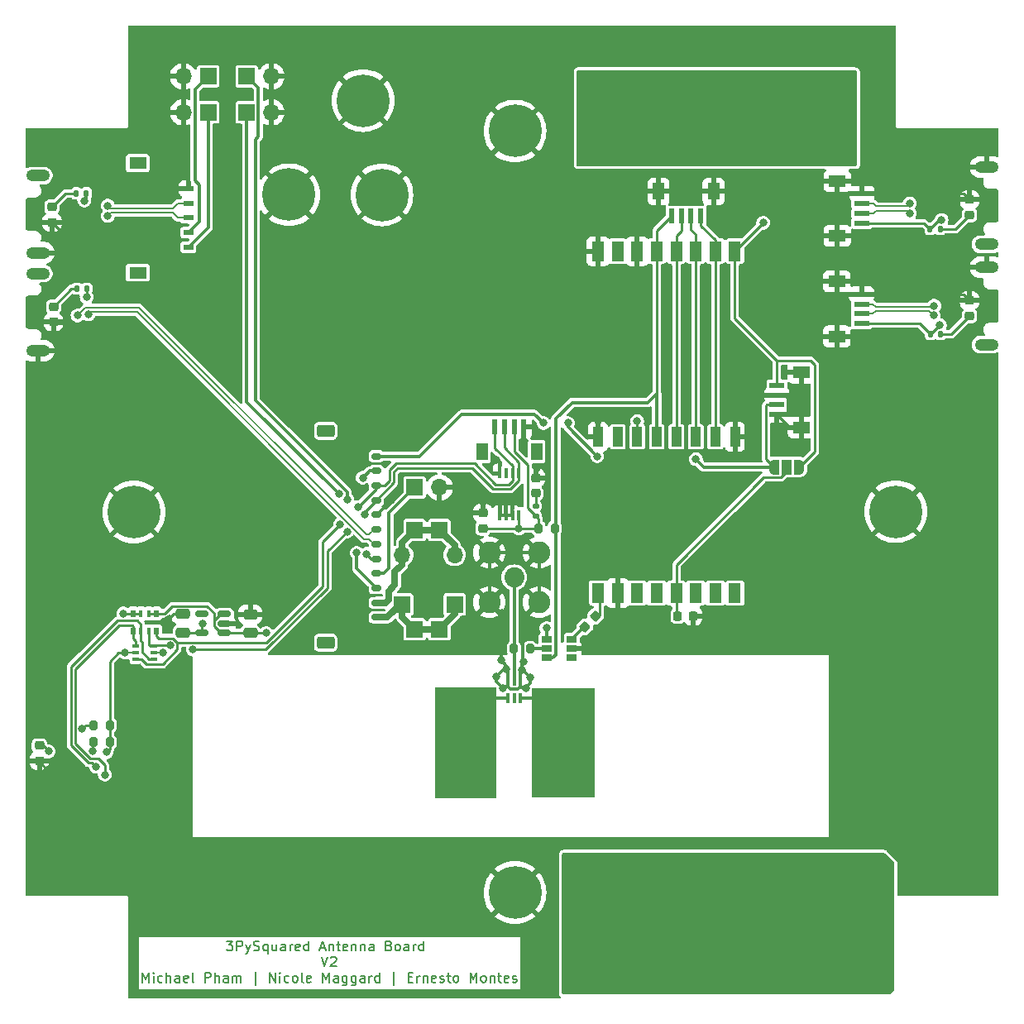
<source format=gbr>
%TF.GenerationSoftware,KiCad,Pcbnew,8.0.2-1*%
%TF.CreationDate,2024-06-23T19:16:47-07:00*%
%TF.ProjectId,antenna_top_cap_v2,616e7465-6e6e-4615-9f74-6f705f636170,rev?*%
%TF.SameCoordinates,Original*%
%TF.FileFunction,Copper,L1,Top*%
%TF.FilePolarity,Positive*%
%FSLAX46Y46*%
G04 Gerber Fmt 4.6, Leading zero omitted, Abs format (unit mm)*
G04 Created by KiCad (PCBNEW 8.0.2-1) date 2024-06-23 19:16:47*
%MOMM*%
%LPD*%
G01*
G04 APERTURE LIST*
G04 Aperture macros list*
%AMRoundRect*
0 Rectangle with rounded corners*
0 $1 Rounding radius*
0 $2 $3 $4 $5 $6 $7 $8 $9 X,Y pos of 4 corners*
0 Add a 4 corners polygon primitive as box body*
4,1,4,$2,$3,$4,$5,$6,$7,$8,$9,$2,$3,0*
0 Add four circle primitives for the rounded corners*
1,1,$1+$1,$2,$3*
1,1,$1+$1,$4,$5*
1,1,$1+$1,$6,$7*
1,1,$1+$1,$8,$9*
0 Add four rect primitives between the rounded corners*
20,1,$1+$1,$2,$3,$4,$5,0*
20,1,$1+$1,$4,$5,$6,$7,0*
20,1,$1+$1,$6,$7,$8,$9,0*
20,1,$1+$1,$8,$9,$2,$3,0*%
%AMFreePoly0*
4,1,19,0.550000,-0.750000,0.000000,-0.750000,0.000000,-0.744911,-0.071157,-0.744911,-0.207708,-0.704816,-0.327430,-0.627875,-0.420627,-0.520320,-0.479746,-0.390866,-0.500000,-0.250000,-0.500000,0.250000,-0.479746,0.390866,-0.420627,0.520320,-0.327430,0.627875,-0.207708,0.704816,-0.071157,0.744911,0.000000,0.744911,0.000000,0.750000,0.550000,0.750000,0.550000,-0.750000,0.550000,-0.750000,
$1*%
%AMFreePoly1*
4,1,19,0.000000,0.744911,0.071157,0.744911,0.207708,0.704816,0.327430,0.627875,0.420627,0.520320,0.479746,0.390866,0.500000,0.250000,0.500000,-0.250000,0.479746,-0.390866,0.420627,-0.520320,0.327430,-0.627875,0.207708,-0.704816,0.071157,-0.744911,0.000000,-0.744911,0.000000,-0.750000,-0.550000,-0.750000,-0.550000,0.750000,0.000000,0.750000,0.000000,0.744911,0.000000,0.744911,
$1*%
G04 Aperture macros list end*
%ADD10C,0.150000*%
%TA.AperFunction,NonConductor*%
%ADD11C,0.150000*%
%TD*%
%TA.AperFunction,SMDPad,CuDef*%
%ADD12RoundRect,0.200000X-0.200000X-0.275000X0.200000X-0.275000X0.200000X0.275000X-0.200000X0.275000X0*%
%TD*%
%TA.AperFunction,ComponentPad*%
%ADD13O,1.700000X1.700000*%
%TD*%
%TA.AperFunction,ComponentPad*%
%ADD14R,1.700000X1.700000*%
%TD*%
%TA.AperFunction,SMDPad,CuDef*%
%ADD15R,0.600000X1.550000*%
%TD*%
%TA.AperFunction,SMDPad,CuDef*%
%ADD16R,1.200000X1.800000*%
%TD*%
%TA.AperFunction,SMDPad,CuDef*%
%ADD17R,0.350000X1.000000*%
%TD*%
%TA.AperFunction,SMDPad,CuDef*%
%ADD18FreePoly0,180.000000*%
%TD*%
%TA.AperFunction,SMDPad,CuDef*%
%ADD19R,1.000000X1.500000*%
%TD*%
%TA.AperFunction,SMDPad,CuDef*%
%ADD20FreePoly1,180.000000*%
%TD*%
%TA.AperFunction,SMDPad,CuDef*%
%ADD21R,1.000000X2.000000*%
%TD*%
%TA.AperFunction,ComponentPad*%
%ADD22C,5.400000*%
%TD*%
%TA.AperFunction,SMDPad,CuDef*%
%ADD23R,1.550000X0.600000*%
%TD*%
%TA.AperFunction,SMDPad,CuDef*%
%ADD24R,1.800000X1.200000*%
%TD*%
%TA.AperFunction,SMDPad,CuDef*%
%ADD25R,1.000000X0.700000*%
%TD*%
%TA.AperFunction,SMDPad,CuDef*%
%ADD26RoundRect,0.218750X0.256250X-0.218750X0.256250X0.218750X-0.256250X0.218750X-0.256250X-0.218750X0*%
%TD*%
%TA.AperFunction,SMDPad,CuDef*%
%ADD27RoundRect,0.250000X0.475000X-0.250000X0.475000X0.250000X-0.475000X0.250000X-0.475000X-0.250000X0*%
%TD*%
%TA.AperFunction,SMDPad,CuDef*%
%ADD28RoundRect,0.135000X0.135000X0.185000X-0.135000X0.185000X-0.135000X-0.185000X0.135000X-0.185000X0*%
%TD*%
%TA.AperFunction,SMDPad,CuDef*%
%ADD29RoundRect,0.218750X-0.256250X0.218750X-0.256250X-0.218750X0.256250X-0.218750X0.256250X0.218750X0*%
%TD*%
%TA.AperFunction,SMDPad,CuDef*%
%ADD30RoundRect,0.200000X0.200000X0.275000X-0.200000X0.275000X-0.200000X-0.275000X0.200000X-0.275000X0*%
%TD*%
%TA.AperFunction,SMDPad,CuDef*%
%ADD31RoundRect,0.225000X0.225000X0.250000X-0.225000X0.250000X-0.225000X-0.250000X0.225000X-0.250000X0*%
%TD*%
%TA.AperFunction,SMDPad,CuDef*%
%ADD32RoundRect,0.135000X-0.135000X-0.185000X0.135000X-0.185000X0.135000X0.185000X-0.135000X0.185000X0*%
%TD*%
%TA.AperFunction,SMDPad,CuDef*%
%ADD33RoundRect,0.150000X-0.350000X0.150000X-0.350000X-0.150000X0.350000X-0.150000X0.350000X0.150000X0*%
%TD*%
%TA.AperFunction,SMDPad,CuDef*%
%ADD34RoundRect,0.250000X-0.650000X0.375000X-0.650000X-0.375000X0.650000X-0.375000X0.650000X0.375000X0*%
%TD*%
%TA.AperFunction,SMDPad,CuDef*%
%ADD35R,6.390000X11.320000*%
%TD*%
%TA.AperFunction,SMDPad,CuDef*%
%ADD36R,6.400000X11.300000*%
%TD*%
%TA.AperFunction,SMDPad,CuDef*%
%ADD37R,1.000000X0.600000*%
%TD*%
%TA.AperFunction,SMDPad,CuDef*%
%ADD38R,1.800000X1.250000*%
%TD*%
%TA.AperFunction,SMDPad,CuDef*%
%ADD39RoundRect,0.150000X0.512500X0.150000X-0.512500X0.150000X-0.512500X-0.150000X0.512500X-0.150000X0*%
%TD*%
%TA.AperFunction,SMDPad,CuDef*%
%ADD40R,0.400000X1.100000*%
%TD*%
%TA.AperFunction,SMDPad,CuDef*%
%ADD41RoundRect,0.225000X-0.250000X0.225000X-0.250000X-0.225000X0.250000X-0.225000X0.250000X0.225000X0*%
%TD*%
%TA.AperFunction,ComponentPad*%
%ADD42C,2.050000*%
%TD*%
%TA.AperFunction,ComponentPad*%
%ADD43C,2.250000*%
%TD*%
%TA.AperFunction,SMDPad,CuDef*%
%ADD44R,1.300000X2.000000*%
%TD*%
%TA.AperFunction,SMDPad,CuDef*%
%ADD45R,4.800001X5.699999*%
%TD*%
%TA.AperFunction,SMDPad,CuDef*%
%ADD46RoundRect,0.225000X0.250000X-0.225000X0.250000X0.225000X-0.250000X0.225000X-0.250000X-0.225000X0*%
%TD*%
%TA.AperFunction,SMDPad,CuDef*%
%ADD47R,0.650000X0.400000*%
%TD*%
%TA.AperFunction,SMDPad,CuDef*%
%ADD48RoundRect,0.225000X-0.017678X0.335876X-0.335876X0.017678X0.017678X-0.335876X0.335876X-0.017678X0*%
%TD*%
%TA.AperFunction,SMDPad,CuDef*%
%ADD49R,0.500000X0.800000*%
%TD*%
%TA.AperFunction,SMDPad,CuDef*%
%ADD50R,0.400000X0.800000*%
%TD*%
%TA.AperFunction,SMDPad,CuDef*%
%ADD51RoundRect,0.135000X0.185000X-0.135000X0.185000X0.135000X-0.185000X0.135000X-0.185000X-0.135000X0*%
%TD*%
%TA.AperFunction,ComponentPad*%
%ADD52O,2.416000X1.208000*%
%TD*%
%TA.AperFunction,ViaPad*%
%ADD53C,0.800000*%
%TD*%
%TA.AperFunction,Conductor*%
%ADD54C,0.200000*%
%TD*%
%TA.AperFunction,Conductor*%
%ADD55C,0.300000*%
%TD*%
%TA.AperFunction,Conductor*%
%ADD56C,0.250000*%
%TD*%
%TA.AperFunction,Conductor*%
%ADD57C,0.635000*%
%TD*%
%TA.AperFunction,Conductor*%
%ADD58C,0.349250*%
%TD*%
%TA.AperFunction,Conductor*%
%ADD59C,0.254000*%
%TD*%
%TA.AperFunction,Conductor*%
%ADD60C,0.152400*%
%TD*%
G04 APERTURE END LIST*
D10*
D11*
X136325798Y-156144275D02*
X136944845Y-156144275D01*
X136944845Y-156144275D02*
X136611512Y-156525227D01*
X136611512Y-156525227D02*
X136754369Y-156525227D01*
X136754369Y-156525227D02*
X136849607Y-156572846D01*
X136849607Y-156572846D02*
X136897226Y-156620465D01*
X136897226Y-156620465D02*
X136944845Y-156715703D01*
X136944845Y-156715703D02*
X136944845Y-156953798D01*
X136944845Y-156953798D02*
X136897226Y-157049036D01*
X136897226Y-157049036D02*
X136849607Y-157096656D01*
X136849607Y-157096656D02*
X136754369Y-157144275D01*
X136754369Y-157144275D02*
X136468655Y-157144275D01*
X136468655Y-157144275D02*
X136373417Y-157096656D01*
X136373417Y-157096656D02*
X136325798Y-157049036D01*
X137373417Y-157144275D02*
X137373417Y-156144275D01*
X137373417Y-156144275D02*
X137754369Y-156144275D01*
X137754369Y-156144275D02*
X137849607Y-156191894D01*
X137849607Y-156191894D02*
X137897226Y-156239513D01*
X137897226Y-156239513D02*
X137944845Y-156334751D01*
X137944845Y-156334751D02*
X137944845Y-156477608D01*
X137944845Y-156477608D02*
X137897226Y-156572846D01*
X137897226Y-156572846D02*
X137849607Y-156620465D01*
X137849607Y-156620465D02*
X137754369Y-156668084D01*
X137754369Y-156668084D02*
X137373417Y-156668084D01*
X138278179Y-156477608D02*
X138516274Y-157144275D01*
X138754369Y-156477608D02*
X138516274Y-157144275D01*
X138516274Y-157144275D02*
X138421036Y-157382370D01*
X138421036Y-157382370D02*
X138373417Y-157429989D01*
X138373417Y-157429989D02*
X138278179Y-157477608D01*
X139087703Y-157096656D02*
X139230560Y-157144275D01*
X139230560Y-157144275D02*
X139468655Y-157144275D01*
X139468655Y-157144275D02*
X139563893Y-157096656D01*
X139563893Y-157096656D02*
X139611512Y-157049036D01*
X139611512Y-157049036D02*
X139659131Y-156953798D01*
X139659131Y-156953798D02*
X139659131Y-156858560D01*
X139659131Y-156858560D02*
X139611512Y-156763322D01*
X139611512Y-156763322D02*
X139563893Y-156715703D01*
X139563893Y-156715703D02*
X139468655Y-156668084D01*
X139468655Y-156668084D02*
X139278179Y-156620465D01*
X139278179Y-156620465D02*
X139182941Y-156572846D01*
X139182941Y-156572846D02*
X139135322Y-156525227D01*
X139135322Y-156525227D02*
X139087703Y-156429989D01*
X139087703Y-156429989D02*
X139087703Y-156334751D01*
X139087703Y-156334751D02*
X139135322Y-156239513D01*
X139135322Y-156239513D02*
X139182941Y-156191894D01*
X139182941Y-156191894D02*
X139278179Y-156144275D01*
X139278179Y-156144275D02*
X139516274Y-156144275D01*
X139516274Y-156144275D02*
X139659131Y-156191894D01*
X140516274Y-156477608D02*
X140516274Y-157477608D01*
X140516274Y-157096656D02*
X140421036Y-157144275D01*
X140421036Y-157144275D02*
X140230560Y-157144275D01*
X140230560Y-157144275D02*
X140135322Y-157096656D01*
X140135322Y-157096656D02*
X140087703Y-157049036D01*
X140087703Y-157049036D02*
X140040084Y-156953798D01*
X140040084Y-156953798D02*
X140040084Y-156668084D01*
X140040084Y-156668084D02*
X140087703Y-156572846D01*
X140087703Y-156572846D02*
X140135322Y-156525227D01*
X140135322Y-156525227D02*
X140230560Y-156477608D01*
X140230560Y-156477608D02*
X140421036Y-156477608D01*
X140421036Y-156477608D02*
X140516274Y-156525227D01*
X141421036Y-156477608D02*
X141421036Y-157144275D01*
X140992465Y-156477608D02*
X140992465Y-157001417D01*
X140992465Y-157001417D02*
X141040084Y-157096656D01*
X141040084Y-157096656D02*
X141135322Y-157144275D01*
X141135322Y-157144275D02*
X141278179Y-157144275D01*
X141278179Y-157144275D02*
X141373417Y-157096656D01*
X141373417Y-157096656D02*
X141421036Y-157049036D01*
X142325798Y-157144275D02*
X142325798Y-156620465D01*
X142325798Y-156620465D02*
X142278179Y-156525227D01*
X142278179Y-156525227D02*
X142182941Y-156477608D01*
X142182941Y-156477608D02*
X141992465Y-156477608D01*
X141992465Y-156477608D02*
X141897227Y-156525227D01*
X142325798Y-157096656D02*
X142230560Y-157144275D01*
X142230560Y-157144275D02*
X141992465Y-157144275D01*
X141992465Y-157144275D02*
X141897227Y-157096656D01*
X141897227Y-157096656D02*
X141849608Y-157001417D01*
X141849608Y-157001417D02*
X141849608Y-156906179D01*
X141849608Y-156906179D02*
X141897227Y-156810941D01*
X141897227Y-156810941D02*
X141992465Y-156763322D01*
X141992465Y-156763322D02*
X142230560Y-156763322D01*
X142230560Y-156763322D02*
X142325798Y-156715703D01*
X142801989Y-157144275D02*
X142801989Y-156477608D01*
X142801989Y-156668084D02*
X142849608Y-156572846D01*
X142849608Y-156572846D02*
X142897227Y-156525227D01*
X142897227Y-156525227D02*
X142992465Y-156477608D01*
X142992465Y-156477608D02*
X143087703Y-156477608D01*
X143801989Y-157096656D02*
X143706751Y-157144275D01*
X143706751Y-157144275D02*
X143516275Y-157144275D01*
X143516275Y-157144275D02*
X143421037Y-157096656D01*
X143421037Y-157096656D02*
X143373418Y-157001417D01*
X143373418Y-157001417D02*
X143373418Y-156620465D01*
X143373418Y-156620465D02*
X143421037Y-156525227D01*
X143421037Y-156525227D02*
X143516275Y-156477608D01*
X143516275Y-156477608D02*
X143706751Y-156477608D01*
X143706751Y-156477608D02*
X143801989Y-156525227D01*
X143801989Y-156525227D02*
X143849608Y-156620465D01*
X143849608Y-156620465D02*
X143849608Y-156715703D01*
X143849608Y-156715703D02*
X143373418Y-156810941D01*
X144706751Y-157144275D02*
X144706751Y-156144275D01*
X144706751Y-157096656D02*
X144611513Y-157144275D01*
X144611513Y-157144275D02*
X144421037Y-157144275D01*
X144421037Y-157144275D02*
X144325799Y-157096656D01*
X144325799Y-157096656D02*
X144278180Y-157049036D01*
X144278180Y-157049036D02*
X144230561Y-156953798D01*
X144230561Y-156953798D02*
X144230561Y-156668084D01*
X144230561Y-156668084D02*
X144278180Y-156572846D01*
X144278180Y-156572846D02*
X144325799Y-156525227D01*
X144325799Y-156525227D02*
X144421037Y-156477608D01*
X144421037Y-156477608D02*
X144611513Y-156477608D01*
X144611513Y-156477608D02*
X144706751Y-156525227D01*
X145897228Y-156858560D02*
X146373418Y-156858560D01*
X145801990Y-157144275D02*
X146135323Y-156144275D01*
X146135323Y-156144275D02*
X146468656Y-157144275D01*
X146801990Y-156477608D02*
X146801990Y-157144275D01*
X146801990Y-156572846D02*
X146849609Y-156525227D01*
X146849609Y-156525227D02*
X146944847Y-156477608D01*
X146944847Y-156477608D02*
X147087704Y-156477608D01*
X147087704Y-156477608D02*
X147182942Y-156525227D01*
X147182942Y-156525227D02*
X147230561Y-156620465D01*
X147230561Y-156620465D02*
X147230561Y-157144275D01*
X147563895Y-156477608D02*
X147944847Y-156477608D01*
X147706752Y-156144275D02*
X147706752Y-157001417D01*
X147706752Y-157001417D02*
X147754371Y-157096656D01*
X147754371Y-157096656D02*
X147849609Y-157144275D01*
X147849609Y-157144275D02*
X147944847Y-157144275D01*
X148659133Y-157096656D02*
X148563895Y-157144275D01*
X148563895Y-157144275D02*
X148373419Y-157144275D01*
X148373419Y-157144275D02*
X148278181Y-157096656D01*
X148278181Y-157096656D02*
X148230562Y-157001417D01*
X148230562Y-157001417D02*
X148230562Y-156620465D01*
X148230562Y-156620465D02*
X148278181Y-156525227D01*
X148278181Y-156525227D02*
X148373419Y-156477608D01*
X148373419Y-156477608D02*
X148563895Y-156477608D01*
X148563895Y-156477608D02*
X148659133Y-156525227D01*
X148659133Y-156525227D02*
X148706752Y-156620465D01*
X148706752Y-156620465D02*
X148706752Y-156715703D01*
X148706752Y-156715703D02*
X148230562Y-156810941D01*
X149135324Y-156477608D02*
X149135324Y-157144275D01*
X149135324Y-156572846D02*
X149182943Y-156525227D01*
X149182943Y-156525227D02*
X149278181Y-156477608D01*
X149278181Y-156477608D02*
X149421038Y-156477608D01*
X149421038Y-156477608D02*
X149516276Y-156525227D01*
X149516276Y-156525227D02*
X149563895Y-156620465D01*
X149563895Y-156620465D02*
X149563895Y-157144275D01*
X150040086Y-156477608D02*
X150040086Y-157144275D01*
X150040086Y-156572846D02*
X150087705Y-156525227D01*
X150087705Y-156525227D02*
X150182943Y-156477608D01*
X150182943Y-156477608D02*
X150325800Y-156477608D01*
X150325800Y-156477608D02*
X150421038Y-156525227D01*
X150421038Y-156525227D02*
X150468657Y-156620465D01*
X150468657Y-156620465D02*
X150468657Y-157144275D01*
X151373419Y-157144275D02*
X151373419Y-156620465D01*
X151373419Y-156620465D02*
X151325800Y-156525227D01*
X151325800Y-156525227D02*
X151230562Y-156477608D01*
X151230562Y-156477608D02*
X151040086Y-156477608D01*
X151040086Y-156477608D02*
X150944848Y-156525227D01*
X151373419Y-157096656D02*
X151278181Y-157144275D01*
X151278181Y-157144275D02*
X151040086Y-157144275D01*
X151040086Y-157144275D02*
X150944848Y-157096656D01*
X150944848Y-157096656D02*
X150897229Y-157001417D01*
X150897229Y-157001417D02*
X150897229Y-156906179D01*
X150897229Y-156906179D02*
X150944848Y-156810941D01*
X150944848Y-156810941D02*
X151040086Y-156763322D01*
X151040086Y-156763322D02*
X151278181Y-156763322D01*
X151278181Y-156763322D02*
X151373419Y-156715703D01*
X152944848Y-156620465D02*
X153087705Y-156668084D01*
X153087705Y-156668084D02*
X153135324Y-156715703D01*
X153135324Y-156715703D02*
X153182943Y-156810941D01*
X153182943Y-156810941D02*
X153182943Y-156953798D01*
X153182943Y-156953798D02*
X153135324Y-157049036D01*
X153135324Y-157049036D02*
X153087705Y-157096656D01*
X153087705Y-157096656D02*
X152992467Y-157144275D01*
X152992467Y-157144275D02*
X152611515Y-157144275D01*
X152611515Y-157144275D02*
X152611515Y-156144275D01*
X152611515Y-156144275D02*
X152944848Y-156144275D01*
X152944848Y-156144275D02*
X153040086Y-156191894D01*
X153040086Y-156191894D02*
X153087705Y-156239513D01*
X153087705Y-156239513D02*
X153135324Y-156334751D01*
X153135324Y-156334751D02*
X153135324Y-156429989D01*
X153135324Y-156429989D02*
X153087705Y-156525227D01*
X153087705Y-156525227D02*
X153040086Y-156572846D01*
X153040086Y-156572846D02*
X152944848Y-156620465D01*
X152944848Y-156620465D02*
X152611515Y-156620465D01*
X153754372Y-157144275D02*
X153659134Y-157096656D01*
X153659134Y-157096656D02*
X153611515Y-157049036D01*
X153611515Y-157049036D02*
X153563896Y-156953798D01*
X153563896Y-156953798D02*
X153563896Y-156668084D01*
X153563896Y-156668084D02*
X153611515Y-156572846D01*
X153611515Y-156572846D02*
X153659134Y-156525227D01*
X153659134Y-156525227D02*
X153754372Y-156477608D01*
X153754372Y-156477608D02*
X153897229Y-156477608D01*
X153897229Y-156477608D02*
X153992467Y-156525227D01*
X153992467Y-156525227D02*
X154040086Y-156572846D01*
X154040086Y-156572846D02*
X154087705Y-156668084D01*
X154087705Y-156668084D02*
X154087705Y-156953798D01*
X154087705Y-156953798D02*
X154040086Y-157049036D01*
X154040086Y-157049036D02*
X153992467Y-157096656D01*
X153992467Y-157096656D02*
X153897229Y-157144275D01*
X153897229Y-157144275D02*
X153754372Y-157144275D01*
X154944848Y-157144275D02*
X154944848Y-156620465D01*
X154944848Y-156620465D02*
X154897229Y-156525227D01*
X154897229Y-156525227D02*
X154801991Y-156477608D01*
X154801991Y-156477608D02*
X154611515Y-156477608D01*
X154611515Y-156477608D02*
X154516277Y-156525227D01*
X154944848Y-157096656D02*
X154849610Y-157144275D01*
X154849610Y-157144275D02*
X154611515Y-157144275D01*
X154611515Y-157144275D02*
X154516277Y-157096656D01*
X154516277Y-157096656D02*
X154468658Y-157001417D01*
X154468658Y-157001417D02*
X154468658Y-156906179D01*
X154468658Y-156906179D02*
X154516277Y-156810941D01*
X154516277Y-156810941D02*
X154611515Y-156763322D01*
X154611515Y-156763322D02*
X154849610Y-156763322D01*
X154849610Y-156763322D02*
X154944848Y-156715703D01*
X155421039Y-157144275D02*
X155421039Y-156477608D01*
X155421039Y-156668084D02*
X155468658Y-156572846D01*
X155468658Y-156572846D02*
X155516277Y-156525227D01*
X155516277Y-156525227D02*
X155611515Y-156477608D01*
X155611515Y-156477608D02*
X155706753Y-156477608D01*
X156468658Y-157144275D02*
X156468658Y-156144275D01*
X156468658Y-157096656D02*
X156373420Y-157144275D01*
X156373420Y-157144275D02*
X156182944Y-157144275D01*
X156182944Y-157144275D02*
X156087706Y-157096656D01*
X156087706Y-157096656D02*
X156040087Y-157049036D01*
X156040087Y-157049036D02*
X155992468Y-156953798D01*
X155992468Y-156953798D02*
X155992468Y-156668084D01*
X155992468Y-156668084D02*
X156040087Y-156572846D01*
X156040087Y-156572846D02*
X156087706Y-156525227D01*
X156087706Y-156525227D02*
X156182944Y-156477608D01*
X156182944Y-156477608D02*
X156373420Y-156477608D01*
X156373420Y-156477608D02*
X156468658Y-156525227D01*
X146016276Y-157754219D02*
X146349609Y-158754219D01*
X146349609Y-158754219D02*
X146682942Y-157754219D01*
X146968657Y-157849457D02*
X147016276Y-157801838D01*
X147016276Y-157801838D02*
X147111514Y-157754219D01*
X147111514Y-157754219D02*
X147349609Y-157754219D01*
X147349609Y-157754219D02*
X147444847Y-157801838D01*
X147444847Y-157801838D02*
X147492466Y-157849457D01*
X147492466Y-157849457D02*
X147540085Y-157944695D01*
X147540085Y-157944695D02*
X147540085Y-158039933D01*
X147540085Y-158039933D02*
X147492466Y-158182790D01*
X147492466Y-158182790D02*
X146921038Y-158754219D01*
X146921038Y-158754219D02*
X147540085Y-158754219D01*
X127682940Y-160364163D02*
X127682940Y-159364163D01*
X127682940Y-159364163D02*
X128016273Y-160078448D01*
X128016273Y-160078448D02*
X128349606Y-159364163D01*
X128349606Y-159364163D02*
X128349606Y-160364163D01*
X128825797Y-160364163D02*
X128825797Y-159697496D01*
X128825797Y-159364163D02*
X128778178Y-159411782D01*
X128778178Y-159411782D02*
X128825797Y-159459401D01*
X128825797Y-159459401D02*
X128873416Y-159411782D01*
X128873416Y-159411782D02*
X128825797Y-159364163D01*
X128825797Y-159364163D02*
X128825797Y-159459401D01*
X129730558Y-160316544D02*
X129635320Y-160364163D01*
X129635320Y-160364163D02*
X129444844Y-160364163D01*
X129444844Y-160364163D02*
X129349606Y-160316544D01*
X129349606Y-160316544D02*
X129301987Y-160268924D01*
X129301987Y-160268924D02*
X129254368Y-160173686D01*
X129254368Y-160173686D02*
X129254368Y-159887972D01*
X129254368Y-159887972D02*
X129301987Y-159792734D01*
X129301987Y-159792734D02*
X129349606Y-159745115D01*
X129349606Y-159745115D02*
X129444844Y-159697496D01*
X129444844Y-159697496D02*
X129635320Y-159697496D01*
X129635320Y-159697496D02*
X129730558Y-159745115D01*
X130159130Y-160364163D02*
X130159130Y-159364163D01*
X130587701Y-160364163D02*
X130587701Y-159840353D01*
X130587701Y-159840353D02*
X130540082Y-159745115D01*
X130540082Y-159745115D02*
X130444844Y-159697496D01*
X130444844Y-159697496D02*
X130301987Y-159697496D01*
X130301987Y-159697496D02*
X130206749Y-159745115D01*
X130206749Y-159745115D02*
X130159130Y-159792734D01*
X131492463Y-160364163D02*
X131492463Y-159840353D01*
X131492463Y-159840353D02*
X131444844Y-159745115D01*
X131444844Y-159745115D02*
X131349606Y-159697496D01*
X131349606Y-159697496D02*
X131159130Y-159697496D01*
X131159130Y-159697496D02*
X131063892Y-159745115D01*
X131492463Y-160316544D02*
X131397225Y-160364163D01*
X131397225Y-160364163D02*
X131159130Y-160364163D01*
X131159130Y-160364163D02*
X131063892Y-160316544D01*
X131063892Y-160316544D02*
X131016273Y-160221305D01*
X131016273Y-160221305D02*
X131016273Y-160126067D01*
X131016273Y-160126067D02*
X131063892Y-160030829D01*
X131063892Y-160030829D02*
X131159130Y-159983210D01*
X131159130Y-159983210D02*
X131397225Y-159983210D01*
X131397225Y-159983210D02*
X131492463Y-159935591D01*
X132349606Y-160316544D02*
X132254368Y-160364163D01*
X132254368Y-160364163D02*
X132063892Y-160364163D01*
X132063892Y-160364163D02*
X131968654Y-160316544D01*
X131968654Y-160316544D02*
X131921035Y-160221305D01*
X131921035Y-160221305D02*
X131921035Y-159840353D01*
X131921035Y-159840353D02*
X131968654Y-159745115D01*
X131968654Y-159745115D02*
X132063892Y-159697496D01*
X132063892Y-159697496D02*
X132254368Y-159697496D01*
X132254368Y-159697496D02*
X132349606Y-159745115D01*
X132349606Y-159745115D02*
X132397225Y-159840353D01*
X132397225Y-159840353D02*
X132397225Y-159935591D01*
X132397225Y-159935591D02*
X131921035Y-160030829D01*
X132968654Y-160364163D02*
X132873416Y-160316544D01*
X132873416Y-160316544D02*
X132825797Y-160221305D01*
X132825797Y-160221305D02*
X132825797Y-159364163D01*
X134111512Y-160364163D02*
X134111512Y-159364163D01*
X134111512Y-159364163D02*
X134492464Y-159364163D01*
X134492464Y-159364163D02*
X134587702Y-159411782D01*
X134587702Y-159411782D02*
X134635321Y-159459401D01*
X134635321Y-159459401D02*
X134682940Y-159554639D01*
X134682940Y-159554639D02*
X134682940Y-159697496D01*
X134682940Y-159697496D02*
X134635321Y-159792734D01*
X134635321Y-159792734D02*
X134587702Y-159840353D01*
X134587702Y-159840353D02*
X134492464Y-159887972D01*
X134492464Y-159887972D02*
X134111512Y-159887972D01*
X135111512Y-160364163D02*
X135111512Y-159364163D01*
X135540083Y-160364163D02*
X135540083Y-159840353D01*
X135540083Y-159840353D02*
X135492464Y-159745115D01*
X135492464Y-159745115D02*
X135397226Y-159697496D01*
X135397226Y-159697496D02*
X135254369Y-159697496D01*
X135254369Y-159697496D02*
X135159131Y-159745115D01*
X135159131Y-159745115D02*
X135111512Y-159792734D01*
X136444845Y-160364163D02*
X136444845Y-159840353D01*
X136444845Y-159840353D02*
X136397226Y-159745115D01*
X136397226Y-159745115D02*
X136301988Y-159697496D01*
X136301988Y-159697496D02*
X136111512Y-159697496D01*
X136111512Y-159697496D02*
X136016274Y-159745115D01*
X136444845Y-160316544D02*
X136349607Y-160364163D01*
X136349607Y-160364163D02*
X136111512Y-160364163D01*
X136111512Y-160364163D02*
X136016274Y-160316544D01*
X136016274Y-160316544D02*
X135968655Y-160221305D01*
X135968655Y-160221305D02*
X135968655Y-160126067D01*
X135968655Y-160126067D02*
X136016274Y-160030829D01*
X136016274Y-160030829D02*
X136111512Y-159983210D01*
X136111512Y-159983210D02*
X136349607Y-159983210D01*
X136349607Y-159983210D02*
X136444845Y-159935591D01*
X136921036Y-160364163D02*
X136921036Y-159697496D01*
X136921036Y-159792734D02*
X136968655Y-159745115D01*
X136968655Y-159745115D02*
X137063893Y-159697496D01*
X137063893Y-159697496D02*
X137206750Y-159697496D01*
X137206750Y-159697496D02*
X137301988Y-159745115D01*
X137301988Y-159745115D02*
X137349607Y-159840353D01*
X137349607Y-159840353D02*
X137349607Y-160364163D01*
X137349607Y-159840353D02*
X137397226Y-159745115D01*
X137397226Y-159745115D02*
X137492464Y-159697496D01*
X137492464Y-159697496D02*
X137635321Y-159697496D01*
X137635321Y-159697496D02*
X137730560Y-159745115D01*
X137730560Y-159745115D02*
X137778179Y-159840353D01*
X137778179Y-159840353D02*
X137778179Y-160364163D01*
X139254369Y-160697496D02*
X139254369Y-159268924D01*
X140730560Y-160364163D02*
X140730560Y-159364163D01*
X140730560Y-159364163D02*
X141301988Y-160364163D01*
X141301988Y-160364163D02*
X141301988Y-159364163D01*
X141778179Y-160364163D02*
X141778179Y-159697496D01*
X141778179Y-159364163D02*
X141730560Y-159411782D01*
X141730560Y-159411782D02*
X141778179Y-159459401D01*
X141778179Y-159459401D02*
X141825798Y-159411782D01*
X141825798Y-159411782D02*
X141778179Y-159364163D01*
X141778179Y-159364163D02*
X141778179Y-159459401D01*
X142682940Y-160316544D02*
X142587702Y-160364163D01*
X142587702Y-160364163D02*
X142397226Y-160364163D01*
X142397226Y-160364163D02*
X142301988Y-160316544D01*
X142301988Y-160316544D02*
X142254369Y-160268924D01*
X142254369Y-160268924D02*
X142206750Y-160173686D01*
X142206750Y-160173686D02*
X142206750Y-159887972D01*
X142206750Y-159887972D02*
X142254369Y-159792734D01*
X142254369Y-159792734D02*
X142301988Y-159745115D01*
X142301988Y-159745115D02*
X142397226Y-159697496D01*
X142397226Y-159697496D02*
X142587702Y-159697496D01*
X142587702Y-159697496D02*
X142682940Y-159745115D01*
X143254369Y-160364163D02*
X143159131Y-160316544D01*
X143159131Y-160316544D02*
X143111512Y-160268924D01*
X143111512Y-160268924D02*
X143063893Y-160173686D01*
X143063893Y-160173686D02*
X143063893Y-159887972D01*
X143063893Y-159887972D02*
X143111512Y-159792734D01*
X143111512Y-159792734D02*
X143159131Y-159745115D01*
X143159131Y-159745115D02*
X143254369Y-159697496D01*
X143254369Y-159697496D02*
X143397226Y-159697496D01*
X143397226Y-159697496D02*
X143492464Y-159745115D01*
X143492464Y-159745115D02*
X143540083Y-159792734D01*
X143540083Y-159792734D02*
X143587702Y-159887972D01*
X143587702Y-159887972D02*
X143587702Y-160173686D01*
X143587702Y-160173686D02*
X143540083Y-160268924D01*
X143540083Y-160268924D02*
X143492464Y-160316544D01*
X143492464Y-160316544D02*
X143397226Y-160364163D01*
X143397226Y-160364163D02*
X143254369Y-160364163D01*
X144159131Y-160364163D02*
X144063893Y-160316544D01*
X144063893Y-160316544D02*
X144016274Y-160221305D01*
X144016274Y-160221305D02*
X144016274Y-159364163D01*
X144921036Y-160316544D02*
X144825798Y-160364163D01*
X144825798Y-160364163D02*
X144635322Y-160364163D01*
X144635322Y-160364163D02*
X144540084Y-160316544D01*
X144540084Y-160316544D02*
X144492465Y-160221305D01*
X144492465Y-160221305D02*
X144492465Y-159840353D01*
X144492465Y-159840353D02*
X144540084Y-159745115D01*
X144540084Y-159745115D02*
X144635322Y-159697496D01*
X144635322Y-159697496D02*
X144825798Y-159697496D01*
X144825798Y-159697496D02*
X144921036Y-159745115D01*
X144921036Y-159745115D02*
X144968655Y-159840353D01*
X144968655Y-159840353D02*
X144968655Y-159935591D01*
X144968655Y-159935591D02*
X144492465Y-160030829D01*
X146159132Y-160364163D02*
X146159132Y-159364163D01*
X146159132Y-159364163D02*
X146492465Y-160078448D01*
X146492465Y-160078448D02*
X146825798Y-159364163D01*
X146825798Y-159364163D02*
X146825798Y-160364163D01*
X147730560Y-160364163D02*
X147730560Y-159840353D01*
X147730560Y-159840353D02*
X147682941Y-159745115D01*
X147682941Y-159745115D02*
X147587703Y-159697496D01*
X147587703Y-159697496D02*
X147397227Y-159697496D01*
X147397227Y-159697496D02*
X147301989Y-159745115D01*
X147730560Y-160316544D02*
X147635322Y-160364163D01*
X147635322Y-160364163D02*
X147397227Y-160364163D01*
X147397227Y-160364163D02*
X147301989Y-160316544D01*
X147301989Y-160316544D02*
X147254370Y-160221305D01*
X147254370Y-160221305D02*
X147254370Y-160126067D01*
X147254370Y-160126067D02*
X147301989Y-160030829D01*
X147301989Y-160030829D02*
X147397227Y-159983210D01*
X147397227Y-159983210D02*
X147635322Y-159983210D01*
X147635322Y-159983210D02*
X147730560Y-159935591D01*
X148635322Y-159697496D02*
X148635322Y-160507020D01*
X148635322Y-160507020D02*
X148587703Y-160602258D01*
X148587703Y-160602258D02*
X148540084Y-160649877D01*
X148540084Y-160649877D02*
X148444846Y-160697496D01*
X148444846Y-160697496D02*
X148301989Y-160697496D01*
X148301989Y-160697496D02*
X148206751Y-160649877D01*
X148635322Y-160316544D02*
X148540084Y-160364163D01*
X148540084Y-160364163D02*
X148349608Y-160364163D01*
X148349608Y-160364163D02*
X148254370Y-160316544D01*
X148254370Y-160316544D02*
X148206751Y-160268924D01*
X148206751Y-160268924D02*
X148159132Y-160173686D01*
X148159132Y-160173686D02*
X148159132Y-159887972D01*
X148159132Y-159887972D02*
X148206751Y-159792734D01*
X148206751Y-159792734D02*
X148254370Y-159745115D01*
X148254370Y-159745115D02*
X148349608Y-159697496D01*
X148349608Y-159697496D02*
X148540084Y-159697496D01*
X148540084Y-159697496D02*
X148635322Y-159745115D01*
X149540084Y-159697496D02*
X149540084Y-160507020D01*
X149540084Y-160507020D02*
X149492465Y-160602258D01*
X149492465Y-160602258D02*
X149444846Y-160649877D01*
X149444846Y-160649877D02*
X149349608Y-160697496D01*
X149349608Y-160697496D02*
X149206751Y-160697496D01*
X149206751Y-160697496D02*
X149111513Y-160649877D01*
X149540084Y-160316544D02*
X149444846Y-160364163D01*
X149444846Y-160364163D02*
X149254370Y-160364163D01*
X149254370Y-160364163D02*
X149159132Y-160316544D01*
X149159132Y-160316544D02*
X149111513Y-160268924D01*
X149111513Y-160268924D02*
X149063894Y-160173686D01*
X149063894Y-160173686D02*
X149063894Y-159887972D01*
X149063894Y-159887972D02*
X149111513Y-159792734D01*
X149111513Y-159792734D02*
X149159132Y-159745115D01*
X149159132Y-159745115D02*
X149254370Y-159697496D01*
X149254370Y-159697496D02*
X149444846Y-159697496D01*
X149444846Y-159697496D02*
X149540084Y-159745115D01*
X150444846Y-160364163D02*
X150444846Y-159840353D01*
X150444846Y-159840353D02*
X150397227Y-159745115D01*
X150397227Y-159745115D02*
X150301989Y-159697496D01*
X150301989Y-159697496D02*
X150111513Y-159697496D01*
X150111513Y-159697496D02*
X150016275Y-159745115D01*
X150444846Y-160316544D02*
X150349608Y-160364163D01*
X150349608Y-160364163D02*
X150111513Y-160364163D01*
X150111513Y-160364163D02*
X150016275Y-160316544D01*
X150016275Y-160316544D02*
X149968656Y-160221305D01*
X149968656Y-160221305D02*
X149968656Y-160126067D01*
X149968656Y-160126067D02*
X150016275Y-160030829D01*
X150016275Y-160030829D02*
X150111513Y-159983210D01*
X150111513Y-159983210D02*
X150349608Y-159983210D01*
X150349608Y-159983210D02*
X150444846Y-159935591D01*
X150921037Y-160364163D02*
X150921037Y-159697496D01*
X150921037Y-159887972D02*
X150968656Y-159792734D01*
X150968656Y-159792734D02*
X151016275Y-159745115D01*
X151016275Y-159745115D02*
X151111513Y-159697496D01*
X151111513Y-159697496D02*
X151206751Y-159697496D01*
X151968656Y-160364163D02*
X151968656Y-159364163D01*
X151968656Y-160316544D02*
X151873418Y-160364163D01*
X151873418Y-160364163D02*
X151682942Y-160364163D01*
X151682942Y-160364163D02*
X151587704Y-160316544D01*
X151587704Y-160316544D02*
X151540085Y-160268924D01*
X151540085Y-160268924D02*
X151492466Y-160173686D01*
X151492466Y-160173686D02*
X151492466Y-159887972D01*
X151492466Y-159887972D02*
X151540085Y-159792734D01*
X151540085Y-159792734D02*
X151587704Y-159745115D01*
X151587704Y-159745115D02*
X151682942Y-159697496D01*
X151682942Y-159697496D02*
X151873418Y-159697496D01*
X151873418Y-159697496D02*
X151968656Y-159745115D01*
X153444847Y-160697496D02*
X153444847Y-159268924D01*
X154921038Y-159840353D02*
X155254371Y-159840353D01*
X155397228Y-160364163D02*
X154921038Y-160364163D01*
X154921038Y-160364163D02*
X154921038Y-159364163D01*
X154921038Y-159364163D02*
X155397228Y-159364163D01*
X155825800Y-160364163D02*
X155825800Y-159697496D01*
X155825800Y-159887972D02*
X155873419Y-159792734D01*
X155873419Y-159792734D02*
X155921038Y-159745115D01*
X155921038Y-159745115D02*
X156016276Y-159697496D01*
X156016276Y-159697496D02*
X156111514Y-159697496D01*
X156444848Y-159697496D02*
X156444848Y-160364163D01*
X156444848Y-159792734D02*
X156492467Y-159745115D01*
X156492467Y-159745115D02*
X156587705Y-159697496D01*
X156587705Y-159697496D02*
X156730562Y-159697496D01*
X156730562Y-159697496D02*
X156825800Y-159745115D01*
X156825800Y-159745115D02*
X156873419Y-159840353D01*
X156873419Y-159840353D02*
X156873419Y-160364163D01*
X157730562Y-160316544D02*
X157635324Y-160364163D01*
X157635324Y-160364163D02*
X157444848Y-160364163D01*
X157444848Y-160364163D02*
X157349610Y-160316544D01*
X157349610Y-160316544D02*
X157301991Y-160221305D01*
X157301991Y-160221305D02*
X157301991Y-159840353D01*
X157301991Y-159840353D02*
X157349610Y-159745115D01*
X157349610Y-159745115D02*
X157444848Y-159697496D01*
X157444848Y-159697496D02*
X157635324Y-159697496D01*
X157635324Y-159697496D02*
X157730562Y-159745115D01*
X157730562Y-159745115D02*
X157778181Y-159840353D01*
X157778181Y-159840353D02*
X157778181Y-159935591D01*
X157778181Y-159935591D02*
X157301991Y-160030829D01*
X158159134Y-160316544D02*
X158254372Y-160364163D01*
X158254372Y-160364163D02*
X158444848Y-160364163D01*
X158444848Y-160364163D02*
X158540086Y-160316544D01*
X158540086Y-160316544D02*
X158587705Y-160221305D01*
X158587705Y-160221305D02*
X158587705Y-160173686D01*
X158587705Y-160173686D02*
X158540086Y-160078448D01*
X158540086Y-160078448D02*
X158444848Y-160030829D01*
X158444848Y-160030829D02*
X158301991Y-160030829D01*
X158301991Y-160030829D02*
X158206753Y-159983210D01*
X158206753Y-159983210D02*
X158159134Y-159887972D01*
X158159134Y-159887972D02*
X158159134Y-159840353D01*
X158159134Y-159840353D02*
X158206753Y-159745115D01*
X158206753Y-159745115D02*
X158301991Y-159697496D01*
X158301991Y-159697496D02*
X158444848Y-159697496D01*
X158444848Y-159697496D02*
X158540086Y-159745115D01*
X158873420Y-159697496D02*
X159254372Y-159697496D01*
X159016277Y-159364163D02*
X159016277Y-160221305D01*
X159016277Y-160221305D02*
X159063896Y-160316544D01*
X159063896Y-160316544D02*
X159159134Y-160364163D01*
X159159134Y-160364163D02*
X159254372Y-160364163D01*
X159730563Y-160364163D02*
X159635325Y-160316544D01*
X159635325Y-160316544D02*
X159587706Y-160268924D01*
X159587706Y-160268924D02*
X159540087Y-160173686D01*
X159540087Y-160173686D02*
X159540087Y-159887972D01*
X159540087Y-159887972D02*
X159587706Y-159792734D01*
X159587706Y-159792734D02*
X159635325Y-159745115D01*
X159635325Y-159745115D02*
X159730563Y-159697496D01*
X159730563Y-159697496D02*
X159873420Y-159697496D01*
X159873420Y-159697496D02*
X159968658Y-159745115D01*
X159968658Y-159745115D02*
X160016277Y-159792734D01*
X160016277Y-159792734D02*
X160063896Y-159887972D01*
X160063896Y-159887972D02*
X160063896Y-160173686D01*
X160063896Y-160173686D02*
X160016277Y-160268924D01*
X160016277Y-160268924D02*
X159968658Y-160316544D01*
X159968658Y-160316544D02*
X159873420Y-160364163D01*
X159873420Y-160364163D02*
X159730563Y-160364163D01*
X161254373Y-160364163D02*
X161254373Y-159364163D01*
X161254373Y-159364163D02*
X161587706Y-160078448D01*
X161587706Y-160078448D02*
X161921039Y-159364163D01*
X161921039Y-159364163D02*
X161921039Y-160364163D01*
X162540087Y-160364163D02*
X162444849Y-160316544D01*
X162444849Y-160316544D02*
X162397230Y-160268924D01*
X162397230Y-160268924D02*
X162349611Y-160173686D01*
X162349611Y-160173686D02*
X162349611Y-159887972D01*
X162349611Y-159887972D02*
X162397230Y-159792734D01*
X162397230Y-159792734D02*
X162444849Y-159745115D01*
X162444849Y-159745115D02*
X162540087Y-159697496D01*
X162540087Y-159697496D02*
X162682944Y-159697496D01*
X162682944Y-159697496D02*
X162778182Y-159745115D01*
X162778182Y-159745115D02*
X162825801Y-159792734D01*
X162825801Y-159792734D02*
X162873420Y-159887972D01*
X162873420Y-159887972D02*
X162873420Y-160173686D01*
X162873420Y-160173686D02*
X162825801Y-160268924D01*
X162825801Y-160268924D02*
X162778182Y-160316544D01*
X162778182Y-160316544D02*
X162682944Y-160364163D01*
X162682944Y-160364163D02*
X162540087Y-160364163D01*
X163301992Y-159697496D02*
X163301992Y-160364163D01*
X163301992Y-159792734D02*
X163349611Y-159745115D01*
X163349611Y-159745115D02*
X163444849Y-159697496D01*
X163444849Y-159697496D02*
X163587706Y-159697496D01*
X163587706Y-159697496D02*
X163682944Y-159745115D01*
X163682944Y-159745115D02*
X163730563Y-159840353D01*
X163730563Y-159840353D02*
X163730563Y-160364163D01*
X164063897Y-159697496D02*
X164444849Y-159697496D01*
X164206754Y-159364163D02*
X164206754Y-160221305D01*
X164206754Y-160221305D02*
X164254373Y-160316544D01*
X164254373Y-160316544D02*
X164349611Y-160364163D01*
X164349611Y-160364163D02*
X164444849Y-160364163D01*
X165159135Y-160316544D02*
X165063897Y-160364163D01*
X165063897Y-160364163D02*
X164873421Y-160364163D01*
X164873421Y-160364163D02*
X164778183Y-160316544D01*
X164778183Y-160316544D02*
X164730564Y-160221305D01*
X164730564Y-160221305D02*
X164730564Y-159840353D01*
X164730564Y-159840353D02*
X164778183Y-159745115D01*
X164778183Y-159745115D02*
X164873421Y-159697496D01*
X164873421Y-159697496D02*
X165063897Y-159697496D01*
X165063897Y-159697496D02*
X165159135Y-159745115D01*
X165159135Y-159745115D02*
X165206754Y-159840353D01*
X165206754Y-159840353D02*
X165206754Y-159935591D01*
X165206754Y-159935591D02*
X164730564Y-160030829D01*
X165587707Y-160316544D02*
X165682945Y-160364163D01*
X165682945Y-160364163D02*
X165873421Y-160364163D01*
X165873421Y-160364163D02*
X165968659Y-160316544D01*
X165968659Y-160316544D02*
X166016278Y-160221305D01*
X166016278Y-160221305D02*
X166016278Y-160173686D01*
X166016278Y-160173686D02*
X165968659Y-160078448D01*
X165968659Y-160078448D02*
X165873421Y-160030829D01*
X165873421Y-160030829D02*
X165730564Y-160030829D01*
X165730564Y-160030829D02*
X165635326Y-159983210D01*
X165635326Y-159983210D02*
X165587707Y-159887972D01*
X165587707Y-159887972D02*
X165587707Y-159840353D01*
X165587707Y-159840353D02*
X165635326Y-159745115D01*
X165635326Y-159745115D02*
X165730564Y-159697496D01*
X165730564Y-159697496D02*
X165873421Y-159697496D01*
X165873421Y-159697496D02*
X165968659Y-159745115D01*
D12*
%TO.P,R4,1,1*%
%TO.N,/XSHUT_2.8V*%
X122695800Y-135769400D03*
%TO.P,R4,2,2*%
%TO.N,2.8V*%
X124345800Y-135769400D03*
%TD*%
D13*
%TO.P,J7,1,Power*%
%TO.N,BURN*%
X154275800Y-116609400D03*
D14*
X155545800Y-114069400D03*
X158085800Y-114069400D03*
D13*
X159645800Y-116609400D03*
D14*
%TO.P,J7,2,GND*%
%TO.N,BURN_GND*%
X154275800Y-121689400D03*
X155545800Y-124229400D03*
X158085800Y-124229400D03*
X159645800Y-121689400D03*
%TD*%
%TO.P,J9,1,Pin_1*%
%TO.N,~{FC_RESET}*%
X134420800Y-67619400D03*
D13*
%TO.P,J9,2,Pin_2*%
%TO.N,GND*%
X131880800Y-67619400D03*
%TD*%
D15*
%TO.P,J17,1,1*%
%TO.N,SPI0_CS0*%
X181845800Y-81944400D03*
%TO.P,J17,2,2*%
%TO.N,SPI0_SCK*%
X182845800Y-81944400D03*
%TO.P,J17,3,3*%
%TO.N,SPI0_MOSI*%
X183845800Y-81944400D03*
%TO.P,J17,4,4*%
%TO.N,SPI0_MISO*%
X184845800Y-81944400D03*
D16*
%TO.P,J17,S1,SHIELD*%
%TO.N,GND*%
X180545800Y-79419400D03*
%TO.P,J17,S2,SHIELD*%
X186145800Y-79419400D03*
%TD*%
D14*
%TO.P,J2,1,Pin_1*%
%TO.N,EPS_USBBOOT*%
X138370800Y-71319400D03*
D13*
%TO.P,J2,2,Pin_2*%
%TO.N,GND*%
X140910800Y-71319400D03*
%TD*%
D17*
%TO.P,U3,1,GND*%
%TO.N,GND*%
X166395800Y-129469399D03*
%TO.P,U3,2*%
%TO.N,Net-(J5-In)*%
X165745800Y-129469400D03*
%TO.P,U3,3,GND*%
%TO.N,GND*%
X165095800Y-129469399D03*
%TO.P,U3,4*%
%TO.N,Net-(J6-tape_1)*%
X165095800Y-131269401D03*
%TO.P,U3,5,NC*%
%TO.N,unconnected-(U3-NC-Pad5)*%
X165745800Y-131269400D03*
%TO.P,U3,6*%
%TO.N,Net-(J6-tape_2)*%
X166395800Y-131269401D03*
%TD*%
D18*
%TO.P,JP1,1,A*%
%TO.N,+3V3*%
X194945800Y-107619400D03*
D19*
%TO.P,JP1,2,C*%
%TO.N,RF_VCC*%
X193645800Y-107619400D03*
D20*
%TO.P,JP1,3,B*%
%TO.N,V_RF*%
X192345800Y-107619400D03*
%TD*%
D21*
%TO.P,U6,1,GND*%
%TO.N,GND*%
X188345800Y-104529400D03*
%TO.P,U6,2,MISO*%
%TO.N,SPI0_MISO*%
X186345800Y-104529400D03*
%TO.P,U6,3,MOSI*%
%TO.N,SPI0_MOSI*%
X184345800Y-104529400D03*
%TO.P,U6,4,SCK*%
%TO.N,SPI0_SCK*%
X182345800Y-104529400D03*
%TO.P,U6,5,CS*%
%TO.N,SPI0_CS0*%
X180345800Y-104529400D03*
%TO.P,U6,6,~{RESET}*%
%TO.N,+3V3*%
X178345800Y-104529400D03*
%TO.P,U6,7,NC*%
%TO.N,unconnected-(U6-NC-Pad7)*%
X176345800Y-104529400D03*
%TO.P,U6,8,GND*%
%TO.N,GND*%
X174345800Y-104529400D03*
%TO.P,U6,9,ANT*%
%TO.N,OUT2*%
X174345800Y-120529400D03*
%TO.P,U6,10,GND*%
%TO.N,GND*%
X176345800Y-120529400D03*
%TO.P,U6,11,DIO3*%
%TO.N,unconnected-(U6-DIO3-Pad11)*%
X178345800Y-120529400D03*
%TO.P,U6,12,BUSY*%
%TO.N,unconnected-(U6-BUSY-Pad12)*%
X180345800Y-120529400D03*
%TO.P,U6,13,3V3*%
%TO.N,RF_VCC*%
X182345800Y-120529400D03*
%TO.P,U6,14,DIO0*%
%TO.N,unconnected-(U6-DIO0-Pad14)*%
X184345800Y-120529400D03*
%TO.P,U6,15,DIO1*%
%TO.N,unconnected-(U6-DIO1-Pad15)*%
X186345800Y-120529400D03*
%TO.P,U6,16,DIO2*%
%TO.N,unconnected-(U6-DIO2-Pad16)*%
X188345800Y-120529400D03*
%TD*%
D22*
%TO.P,TP3,1,1*%
%TO.N,GND*%
X150275800Y-70119400D03*
%TD*%
D23*
%TO.P,J16,1,1*%
%TO.N,Net-(J15-VBUS)*%
X201350800Y-82659400D03*
%TO.P,J16,2,2*%
%TO.N,/3d-*%
X201350800Y-81659400D03*
%TO.P,J16,3,3*%
%TO.N,/3d+*%
X201350800Y-80659400D03*
%TO.P,J16,4,4*%
%TO.N,GND*%
X201350800Y-79659400D03*
D24*
%TO.P,J16,S1,SHIELD*%
X198825800Y-83959400D03*
%TO.P,J16,S2,SHIELD*%
X198825800Y-78359400D03*
%TD*%
D25*
%TO.P,U4,1,input1*%
%TO.N,unconnected-(U4-input1-Pad1)*%
X171645800Y-127169400D03*
%TO.P,U4,2,GND*%
%TO.N,GND*%
X171645800Y-126219400D03*
%TO.P,U4,3,input2*%
%TO.N,Net-(U4-input2)*%
X171645800Y-125269400D03*
%TO.P,U4,4,V2*%
%TO.N,+3V3*%
X169045800Y-125269400D03*
%TO.P,U4,5,output*%
%TO.N,Balun*%
X169045800Y-126219400D03*
%TO.P,U4,6,V1*%
%TO.N,SPI0_CS0*%
X169045800Y-127169400D03*
%TD*%
D26*
%TO.P,D1,1,A*%
%TO.N,Net-(D1-A)*%
X167945800Y-110306900D03*
%TO.P,D1,2,C*%
%TO.N,GND*%
X167945800Y-108731900D03*
%TD*%
D23*
%TO.P,J14,1,1*%
%TO.N,Net-(J13-VBUS)*%
X201305800Y-92939400D03*
%TO.P,J14,2,2*%
%TO.N,/2d-*%
X201305800Y-91939400D03*
%TO.P,J14,3,3*%
%TO.N,/2d+*%
X201305800Y-90939400D03*
%TO.P,J14,4,4*%
%TO.N,GND*%
X201305800Y-89939400D03*
D24*
%TO.P,J14,S1,SHIELD*%
X198780800Y-94239400D03*
%TO.P,J14,S2,SHIELD*%
X198780800Y-88639400D03*
%TD*%
D26*
%TO.P,D4,1,A*%
%TO.N,Net-(D4-A)*%
X212355800Y-92154400D03*
%TO.P,D4,2,C*%
%TO.N,GND*%
X212355800Y-90579400D03*
%TD*%
%TO.P,D5,1,A*%
%TO.N,Net-(D5-A)*%
X212365800Y-81824400D03*
%TO.P,D5,2,C*%
%TO.N,GND*%
X212365800Y-80249400D03*
%TD*%
D15*
%TO.P,J4,1,1*%
%TO.N,GND*%
X166745800Y-103506900D03*
%TO.P,J4,2,2*%
%TO.N,+3V3*%
X165745800Y-103506900D03*
%TO.P,J4,3,3*%
%TO.N,SDA1*%
X164745800Y-103506900D03*
%TO.P,J4,4,4*%
%TO.N,SCL1*%
X163745800Y-103506900D03*
D16*
%TO.P,J4,S1,SHIELD*%
%TO.N,unconnected-(J4-SHIELD-PadS1)_0*%
X168045800Y-106031900D03*
%TO.P,J4,S2,SHIELD*%
%TO.N,unconnected-(J4-SHIELD-PadS1)*%
X162445800Y-106031900D03*
%TD*%
D27*
%TO.P,C2,1,1*%
%TO.N,2.8V*%
X131845800Y-124569399D03*
%TO.P,C2,2,2*%
%TO.N,GND*%
X131845800Y-122669401D03*
%TD*%
D28*
%TO.P,R6,1,1*%
%TO.N,Net-(J11-VBUS)*%
X121995800Y-89359400D03*
%TO.P,R6,2,2*%
%TO.N,Net-(D3-A)*%
X120975800Y-89359400D03*
%TD*%
D27*
%TO.P,C1,1,1*%
%TO.N,+3V3*%
X138745800Y-124619400D03*
%TO.P,C1,2,2*%
%TO.N,GND*%
X138745800Y-122719400D03*
%TD*%
D29*
%TO.P,D3,1,A*%
%TO.N,Net-(D3-A)*%
X118595800Y-91199400D03*
%TO.P,D3,2,C*%
%TO.N,GND*%
X118595800Y-92774400D03*
%TD*%
D30*
%TO.P,R10,1*%
%TO.N,Balun*%
X167370800Y-126219400D03*
%TO.P,R10,2*%
%TO.N,Net-(J5-In)*%
X165720800Y-126219400D03*
%TD*%
D31*
%TO.P,C4,1*%
%TO.N,GND*%
X184050800Y-122869400D03*
%TO.P,C4,2*%
%TO.N,RF_VCC*%
X182500800Y-122869400D03*
%TD*%
D32*
%TO.P,R8,1,1*%
%TO.N,Net-(J15-VBUS)*%
X208325800Y-83259400D03*
%TO.P,R8,2,2*%
%TO.N,Net-(D5-A)*%
X209345800Y-83259400D03*
%TD*%
D33*
%TO.P,J19,1,Pin_1*%
%TO.N,V_RF*%
X151645800Y-106519401D03*
%TO.P,J19,2,Pin_2*%
%TO.N,+3V3*%
X151645800Y-108019400D03*
%TO.P,J19,3,Pin_3*%
%TO.N,SCL1*%
X151645800Y-109519400D03*
%TO.P,J19,4,Pin_4*%
%TO.N,SDA1*%
X151645800Y-111019400D03*
%TO.P,J19,5,Pin_5*%
%TO.N,GND*%
X151645800Y-112519400D03*
%TO.P,J19,6,Pin_6*%
%TO.N,EPS_USB_D+*%
X151645800Y-114019399D03*
%TO.P,J19,7,Pin_7*%
%TO.N,EPS_USB_D-*%
X151645800Y-115519401D03*
%TO.P,J19,8,Pin_8*%
%TO.N,~{EPS_RESET}*%
X151645800Y-117019400D03*
%TO.P,J19,9,Pin_9*%
%TO.N,Dir_Chrg_In*%
X151645800Y-118519400D03*
%TO.P,J19,10,Pin_10*%
%TO.N,EPS_USBBOOT*%
X151645800Y-120019400D03*
%TO.P,J19,11,Pin_11*%
%TO.N,BURN*%
X151645800Y-121519400D03*
%TO.P,J19,12,Pin_12*%
%TO.N,BURN_GND*%
X151645800Y-123019399D03*
D34*
%TO.P,J19,MP*%
%TO.N,N/C*%
X146455800Y-103914400D03*
X146455800Y-125624400D03*
%TD*%
D22*
%TO.P,TP7,1,1*%
%TO.N,GND*%
X142693713Y-79756113D03*
%TD*%
D35*
%TO.P,J6,1,tape_1*%
%TO.N,Net-(J6-tape_1)*%
X160783800Y-135889400D03*
D36*
%TO.P,J6,2,tape_2*%
%TO.N,Net-(J6-tape_2)*%
X170745800Y-135869400D03*
%TD*%
D12*
%TO.P,R9,1,1*%
%TO.N,+3V3*%
X168245800Y-113919400D03*
%TO.P,R9,2,2*%
%TO.N,SPI0_CS0*%
X169895800Y-113919400D03*
%TD*%
D37*
%TO.P,J12,1,Pin_1*%
%TO.N,GND*%
X132415800Y-79119400D03*
%TO.P,J12,2,Pin_2*%
%TO.N,FC_USB_D-*%
X132415800Y-80619400D03*
%TO.P,J12,3,Pin_3*%
%TO.N,FC_USB_D+*%
X132415800Y-82119400D03*
%TO.P,J12,4,Pin_4*%
%TO.N,~{FC_RESET}*%
X132415800Y-83619400D03*
%TO.P,J12,5,Pin_5*%
%TO.N,FC_USBBOOT*%
X132415800Y-85119400D03*
D38*
%TO.P,J12,S1*%
%TO.N,N/C*%
X127225800Y-76514400D03*
%TO.P,J12,S2*%
X127225800Y-87724400D03*
%TD*%
D22*
%TO.P,TP2,1,1*%
%TO.N,GND*%
X152215800Y-79769400D03*
%TD*%
%TO.P,TP5,1,1*%
%TO.N,GND*%
X126825800Y-112239400D03*
%TD*%
%TO.P,TP6,1,1*%
%TO.N,GND*%
X165835800Y-73239400D03*
%TD*%
D39*
%TO.P,U2,1,IN*%
%TO.N,+3V3*%
X136083300Y-124569399D03*
%TO.P,U2,2,GND*%
%TO.N,GND*%
X136083300Y-123619400D03*
%TO.P,U2,3,EN*%
%TO.N,+3V3*%
X136083300Y-122669401D03*
%TO.P,U2,4,P4*%
%TO.N,unconnected-(U2-P4-Pad4)*%
X133808300Y-122669401D03*
%TO.P,U2,5,OUT*%
%TO.N,2.8V*%
X133808300Y-124569399D03*
%TD*%
D40*
%TO.P,IC1,1,SDA*%
%TO.N,SDA1*%
X166220801Y-108269400D03*
%TO.P,IC1,2,SCL*%
%TO.N,SCL1*%
X165570800Y-108269400D03*
%TO.P,IC1,3,OS*%
%TO.N,unconnected-(IC1-OS-Pad3)*%
X164920800Y-108269400D03*
%TO.P,IC1,4,GND*%
%TO.N,GND*%
X164270799Y-108269400D03*
%TO.P,IC1,5,A2*%
X164270799Y-112569400D03*
%TO.P,IC1,6,A1*%
X164920800Y-112569400D03*
%TO.P,IC1,7,A0*%
X165570800Y-112569400D03*
%TO.P,IC1,8,VCC*%
%TO.N,+3V3*%
X166220801Y-112569400D03*
%TD*%
D32*
%TO.P,R7,1,1*%
%TO.N,Net-(J13-VBUS)*%
X208345800Y-94019400D03*
%TO.P,R7,2,2*%
%TO.N,Net-(D4-A)*%
X209365800Y-94019400D03*
%TD*%
D22*
%TO.P,TP1,1,1*%
%TO.N,GND*%
X165835800Y-151189400D03*
%TD*%
%TO.P,TP4,1,1*%
%TO.N,GND*%
X204805800Y-112189400D03*
%TD*%
D12*
%TO.P,R2,1,1*%
%TO.N,/GPIO*%
X122710800Y-134049400D03*
%TO.P,R2,2,2*%
%TO.N,2.8V*%
X124360800Y-134049400D03*
%TD*%
D41*
%TO.P,C3,1,1*%
%TO.N,2.8V*%
X117145800Y-136144400D03*
%TO.P,C3,2,2*%
%TO.N,GND*%
X117145800Y-137694400D03*
%TD*%
D42*
%TO.P,J5,1,In*%
%TO.N,Net-(J5-In)*%
X165745800Y-118919400D03*
D43*
%TO.P,J5,2,Ext*%
%TO.N,GND*%
X163205800Y-116379400D03*
X163205800Y-121459400D03*
X168285800Y-116379400D03*
X168285800Y-121459400D03*
%TD*%
D44*
%TO.P,U5,1,ANT*%
%TO.N,OUT2*%
X174337300Y-120534401D03*
%TO.P,U5,2,GND*%
%TO.N,GND*%
X176337300Y-120534401D03*
%TO.P,U5,3,GPIO_3*%
%TO.N,unconnected-(U5-GPIO_3-Pad3)*%
X178337300Y-120534401D03*
%TO.P,U5,4,GPIO_4*%
%TO.N,unconnected-(U5-GPIO_4-Pad4)*%
X180337300Y-120534401D03*
%TO.P,U5,5,VCC*%
%TO.N,RF_VCC*%
X182337300Y-120534401D03*
%TO.P,U5,6,GPIO_0*%
%TO.N,unconnected-(U5-GPIO_0-Pad6)*%
X184337300Y-120534401D03*
%TO.P,U5,7,GPIO_1*%
%TO.N,unconnected-(U5-GPIO_1-Pad7)*%
X186337300Y-120534401D03*
%TO.P,U5,8,GPIO_2*%
%TO.N,unconnected-(U5-GPIO_2-Pad8)*%
X188337300Y-120534401D03*
%TO.P,U5,9,3.3V*%
%TO.N,+3V3*%
X188337300Y-85534401D03*
%TO.P,U5,10,MISO*%
%TO.N,SPI0_MISO*%
X186337300Y-85534401D03*
%TO.P,U5,11,MOSI*%
%TO.N,SPI0_MOSI*%
X184337300Y-85534401D03*
%TO.P,U5,12,SCK*%
%TO.N,SPI0_SCK*%
X182337300Y-85534401D03*
%TO.P,U5,13,NSS*%
%TO.N,SPI0_CS0*%
X180337300Y-85534401D03*
%TO.P,U5,14,RESET*%
%TO.N,GND*%
X178337300Y-85534401D03*
%TO.P,U5,15,GPIO_5*%
%TO.N,unconnected-(U5-GPIO_5-Pad15)*%
X176337300Y-85534401D03*
%TO.P,U5,16,GND*%
%TO.N,GND*%
X174337300Y-85534401D03*
D45*
%TO.P,U5,17,GND*%
X179587300Y-108966901D03*
%TD*%
D46*
%TO.P,C6,1*%
%TO.N,+3V3*%
X162545800Y-113894400D03*
%TO.P,C6,2*%
%TO.N,GND*%
X162545800Y-112344400D03*
%TD*%
D47*
%TO.P,Q1,1,S*%
%TO.N,/SCL_3V*%
X128895800Y-127269400D03*
%TO.P,Q1,2,G*%
%TO.N,2.8V*%
X128895799Y-126619400D03*
%TO.P,Q1,3,D*%
%TO.N,SDA1*%
X128895800Y-125969400D03*
%TO.P,Q1,4,S*%
%TO.N,/SDA_3V*%
X126995800Y-125969400D03*
%TO.P,Q1,5,G*%
%TO.N,2.8V*%
X126995801Y-126619400D03*
%TO.P,Q1,6,D*%
%TO.N,SCL1*%
X126995800Y-127269400D03*
%TD*%
D48*
%TO.P,C8,1,1*%
%TO.N,OUT2*%
X174093808Y-122871392D03*
%TO.P,C8,2,2*%
%TO.N,Net-(U4-input2)*%
X172997792Y-123967408D03*
%TD*%
D29*
%TO.P,D2,1,A*%
%TO.N,Net-(D2-A)*%
X118445800Y-80989400D03*
%TO.P,D2,2,C*%
%TO.N,GND*%
X118445800Y-82564400D03*
%TD*%
D23*
%TO.P,J18,1,1*%
%TO.N,+3V3*%
X192640800Y-99259400D03*
%TO.P,J18,2,2*%
%TO.N,GND*%
X192640800Y-100259400D03*
%TO.P,J18,3,3*%
%TO.N,V_RF*%
X192640800Y-101259400D03*
%TO.P,J18,4,4*%
%TO.N,GND*%
X192640800Y-102259400D03*
D24*
%TO.P,J18,S1,SHIELD*%
X195165800Y-97959400D03*
%TO.P,J18,S2,SHIELD*%
X195165800Y-103559400D03*
%TD*%
D49*
%TO.P,R3,1,1*%
%TO.N,+3V3*%
X129145800Y-122619400D03*
D50*
%TO.P,R3,2,1*%
X128345800Y-122619400D03*
%TO.P,R3,3,1*%
%TO.N,2.8V*%
X127545800Y-122619400D03*
D49*
%TO.P,R3,4,1*%
X126745800Y-122619400D03*
%TO.P,R3,5,2*%
%TO.N,/SDA_3V*%
X126745800Y-124419400D03*
D50*
%TO.P,R3,6,2*%
%TO.N,/SCL_3V*%
X127545800Y-124419400D03*
%TO.P,R3,7,2*%
%TO.N,SDA1*%
X128345800Y-124419400D03*
D49*
%TO.P,R3,8,2*%
%TO.N,SCL1*%
X129145800Y-124419400D03*
%TD*%
D14*
%TO.P,J3,1,Pin_1*%
%TO.N,~{EPS_RESET}*%
X138370800Y-67619400D03*
D13*
%TO.P,J3,2,Pin_2*%
%TO.N,GND*%
X140910800Y-67619400D03*
%TD*%
D28*
%TO.P,R5,1,1*%
%TO.N,Net-(J10-VBUS)*%
X121965800Y-79609400D03*
%TO.P,R5,2,2*%
%TO.N,Net-(D2-A)*%
X120945800Y-79609400D03*
%TD*%
D51*
%TO.P,R1,1,1*%
%TO.N,+3V3*%
X167945800Y-112629399D03*
%TO.P,R1,2,2*%
%TO.N,Net-(D1-A)*%
X167945800Y-111609401D03*
%TD*%
D14*
%TO.P,J20,1,Pin_1*%
%TO.N,FC_USBBOOT*%
X134420800Y-71319400D03*
D13*
%TO.P,J20,2,Pin_2*%
%TO.N,GND*%
X131880800Y-71319400D03*
%TD*%
D52*
%TO.P,J10,SH1,Shield*%
%TO.N,GND*%
X116995800Y-85694400D03*
%TO.P,J10,SH6*%
%TO.N,N/C*%
X116995800Y-77794400D03*
%TD*%
%TO.P,J13,SH1,Shield*%
%TO.N,GND*%
X214095800Y-87194400D03*
%TO.P,J13,SH6*%
%TO.N,N/C*%
X214095800Y-95094400D03*
%TD*%
D14*
%TO.P,J1,1,Pin_1*%
%TO.N,Dir_Chrg_In*%
X155570800Y-109719400D03*
D13*
%TO.P,J1,2,Pin_2*%
%TO.N,GND*%
X158110800Y-109719400D03*
%TD*%
D52*
%TO.P,J15,SH1,Shield*%
%TO.N,GND*%
X214095800Y-76919400D03*
%TO.P,J15,SH6*%
%TO.N,N/C*%
X214095800Y-84819400D03*
%TD*%
%TO.P,J11,SH1,Shield*%
%TO.N,GND*%
X116995800Y-95719400D03*
%TO.P,J11,SH6*%
%TO.N,N/C*%
X116995800Y-87819400D03*
%TD*%
D53*
%TO.N,GND*%
X175645800Y-122519400D03*
X175145800Y-123519400D03*
X174545800Y-124319400D03*
X173745800Y-124919400D03*
X172945800Y-125619400D03*
X173145800Y-121919400D03*
X172445800Y-122519400D03*
X171745800Y-123219400D03*
X171045800Y-123919400D03*
X168045800Y-107719400D03*
X162545800Y-111219400D03*
X166745800Y-104919400D03*
X163945647Y-106919553D03*
X153177969Y-111051569D03*
%TO.N,EPS_USBBOOT*%
X147797800Y-110389400D03*
X149645800Y-116419400D03*
%TO.N,~{EPS_RESET}*%
X148645800Y-110919400D03*
X150645800Y-116519400D03*
%TO.N,V_RF*%
X184345800Y-106819400D03*
X174245800Y-106519400D03*
X171245800Y-103119400D03*
X168745800Y-103119400D03*
%TO.N,+3V3*%
X150245800Y-108719400D03*
%TO.N,SDA1*%
X150445800Y-112519400D03*
%TO.N,SCL1*%
X149745800Y-111719400D03*
X147934616Y-113516366D03*
%TO.N,SDA1*%
X148641725Y-114223475D03*
%TO.N,EPS_USB_D+*%
X121045800Y-92119400D03*
%TO.N,EPS_USB_D-*%
X122184502Y-91994399D03*
%TO.N,GND*%
X122535800Y-83619400D03*
X188345800Y-106619400D03*
X182545800Y-106219400D03*
X166695800Y-123069400D03*
X130347958Y-123222637D03*
X176245800Y-106619400D03*
X209075800Y-78979400D03*
X164445800Y-125519400D03*
X166645800Y-124969400D03*
X167395800Y-129169400D03*
X164445800Y-123519400D03*
X117945800Y-138629545D03*
X166695800Y-127519400D03*
X164445800Y-124519400D03*
X164545800Y-122519400D03*
X166945800Y-130301025D03*
X163895800Y-129119400D03*
X166645800Y-123969400D03*
X164445800Y-126519400D03*
X164445800Y-127419400D03*
X118145800Y-134819400D03*
X164971175Y-128319400D03*
X166545800Y-128419400D03*
X209175800Y-89609400D03*
X121705800Y-93769400D03*
X174345800Y-102919400D03*
X164578799Y-130276413D03*
%TO.N,+3V3*%
X166245800Y-113919400D03*
X140345800Y-124619400D03*
X178345800Y-102919400D03*
X169045800Y-124119400D03*
X191245800Y-82625901D03*
%TO.N,2.8V*%
X124045800Y-136819400D03*
X125945800Y-126619400D03*
X118106730Y-136731536D03*
X125745800Y-122619400D03*
X133845800Y-123619400D03*
X129820800Y-126607053D03*
%TO.N,/SCL_3V*%
X122945800Y-138304400D03*
%TO.N,/GPIO*%
X121535800Y-134409400D03*
%TO.N,/XSHUT_2.8V*%
X122625802Y-136719400D03*
%TO.N,Net-(J10-VBUS)*%
X121745800Y-80359400D03*
%TO.N,/2d-*%
X208673487Y-92116785D03*
%TO.N,/2d+*%
X208745800Y-91119400D03*
%TO.N,/3d-*%
X206237842Y-81684400D03*
%TO.N,/3d+*%
X206237842Y-80634400D03*
%TO.N,Net-(J11-VBUS)*%
X121985800Y-90219400D03*
%TO.N,Net-(J13-VBUS)*%
X209325800Y-93099900D03*
%TO.N,Net-(J15-VBUS)*%
X209502184Y-82340211D03*
%TO.N,FC_USB_D-*%
X124159873Y-80864400D03*
%TO.N,FC_USB_D+*%
X124159873Y-81914400D03*
%TO.N,SDA1*%
X132845800Y-126291732D03*
X130545800Y-125867037D03*
%TO.N,/SDA_3V*%
X123845800Y-139119400D03*
%TD*%
D54*
%TO.N,/2d-*%
X202743301Y-91664400D02*
X202468301Y-91939400D01*
X208673487Y-92116785D02*
X208221102Y-91664400D01*
X208221102Y-91664400D02*
X202743301Y-91664400D01*
X202468301Y-91939400D02*
X201305800Y-91939400D01*
%TO.N,/2d+*%
X208745800Y-91119400D02*
X208650800Y-91214400D01*
X208650800Y-91214400D02*
X202743301Y-91214400D01*
X202743301Y-91214400D02*
X202468301Y-90939400D01*
X202468301Y-90939400D02*
X201305800Y-90939400D01*
D55*
%TO.N,GND*%
X167945800Y-107819400D02*
X168045800Y-107719400D01*
X167945800Y-108731900D02*
X167945800Y-107819400D01*
X162545800Y-112344400D02*
X162545800Y-111219400D01*
X166745800Y-103506900D02*
X166745800Y-104919400D01*
X164270799Y-107244705D02*
X163945647Y-106919553D01*
X164270799Y-108269400D02*
X164270799Y-107244705D01*
X151710138Y-112519400D02*
X153177969Y-111051569D01*
X151645800Y-112519400D02*
X151710138Y-112519400D01*
%TO.N,~{EPS_RESET}*%
X139245800Y-100776739D02*
X139245800Y-74119400D01*
X139570800Y-68819400D02*
X138370800Y-67619400D01*
X148645800Y-110176739D02*
X139245800Y-100776739D01*
X148645800Y-110919400D02*
X148645800Y-110176739D01*
X139245800Y-74119400D02*
X139570800Y-73794400D01*
X139570800Y-73794400D02*
X139570800Y-68819400D01*
%TO.N,EPS_USBBOOT*%
X147797800Y-110389400D02*
X138370800Y-100962400D01*
X138370800Y-100962400D02*
X138370800Y-71319400D01*
%TO.N,FC_USBBOOT*%
X132415800Y-85119400D02*
X134420800Y-83114400D01*
X134420800Y-83114400D02*
X134420800Y-71319400D01*
%TO.N,~{FC_RESET}*%
X132415800Y-83619400D02*
X133545800Y-82489400D01*
X133080800Y-68959400D02*
X134420800Y-67619400D01*
X133545800Y-82489400D02*
X133545800Y-78749400D01*
X133545800Y-78749400D02*
X133080800Y-78284400D01*
X133080800Y-78284400D02*
X133080800Y-68959400D01*
D56*
%TO.N,Net-(J10-VBUS)*%
X121965800Y-79609400D02*
X121965800Y-80139400D01*
X121965800Y-80139400D02*
X121745800Y-80359400D01*
D54*
%TO.N,FC_USB_D-*%
X130800800Y-81164400D02*
X131345800Y-80619400D01*
X131345800Y-80619400D02*
X132415800Y-80619400D01*
X128113299Y-81164400D02*
X130800800Y-81164400D01*
%TO.N,FC_USB_D+*%
X130840800Y-81614400D02*
X131345800Y-82119400D01*
X128113299Y-81614400D02*
X130840800Y-81614400D01*
X131345800Y-82119400D02*
X132415800Y-82119400D01*
D55*
%TO.N,V_RF*%
X151645800Y-106519401D02*
X156045799Y-106519401D01*
X156045799Y-106519401D02*
X160345800Y-102219400D01*
X160345800Y-102219400D02*
X167845800Y-102219400D01*
X167845800Y-102219400D02*
X168745800Y-103119400D01*
D56*
%TO.N,GND*%
X118445800Y-82564400D02*
X119500800Y-83619400D01*
X119500800Y-83619400D02*
X122535800Y-83619400D01*
D55*
%TO.N,+3V3*%
X150945800Y-108019400D02*
X150245800Y-108719400D01*
X151645800Y-108019400D02*
X150945800Y-108019400D01*
D56*
%TO.N,SDA1*%
X150445800Y-112519400D02*
X150445800Y-112219400D01*
X150445800Y-112219400D02*
X151645800Y-111019400D01*
%TO.N,SCL1*%
X149745800Y-111719400D02*
X151645800Y-109819400D01*
X151645800Y-109819400D02*
X151645800Y-109519400D01*
D55*
%TO.N,EPS_USBBOOT*%
X149645800Y-118019400D02*
X149645800Y-116419400D01*
X151645800Y-120019400D02*
X149645800Y-118019400D01*
%TO.N,~{EPS_RESET}*%
X151145800Y-117019400D02*
X150645800Y-116519400D01*
X151645800Y-117019400D02*
X151145800Y-117019400D01*
%TO.N,V_RF*%
X184345800Y-106819400D02*
X185145800Y-107619400D01*
X185145800Y-107619400D02*
X192345800Y-107619400D01*
X171245800Y-103519400D02*
X171245800Y-103119400D01*
X174245800Y-106519400D02*
X171245800Y-103519400D01*
D56*
%TO.N,GND*%
X182545800Y-106219400D02*
X182334801Y-106219400D01*
X182334801Y-106219400D02*
X179587300Y-108966901D01*
%TO.N,SCL1*%
X146145800Y-115305182D02*
X146145800Y-119844705D01*
X147934616Y-113516366D02*
X146145800Y-115305182D01*
X146145800Y-119844705D02*
X140423773Y-125566732D01*
X140423773Y-125566732D02*
X131270800Y-125566732D01*
%TO.N,SDA1*%
X146645800Y-116219400D02*
X146645800Y-119981101D01*
X148641725Y-114223475D02*
X146645800Y-116219400D01*
X146645800Y-119981101D02*
X140335169Y-126291732D01*
X140335169Y-126291732D02*
X132845800Y-126291732D01*
D57*
%TO.N,BURN*%
X154275800Y-116609400D02*
X154275800Y-117633388D01*
X153545800Y-119684400D02*
X152908300Y-120321900D01*
X152908300Y-120321900D02*
X152908300Y-121219400D01*
X154275800Y-117633388D02*
X153545800Y-118363388D01*
X152908300Y-121219400D02*
X152608300Y-121519400D01*
X153545800Y-118363388D02*
X153545800Y-119684400D01*
X152608300Y-121519400D02*
X151645800Y-121519400D01*
%TO.N,BURN_GND*%
X154275800Y-121689400D02*
X154075800Y-121689400D01*
X154075800Y-121689400D02*
X152745801Y-123019399D01*
X152745801Y-123019399D02*
X151645800Y-123019399D01*
X154275800Y-121689400D02*
X154105800Y-121519400D01*
D56*
%TO.N,SDA1*%
X151645800Y-111019400D02*
X153445800Y-109219400D01*
X153445800Y-109219400D02*
X153445800Y-108119400D01*
X153845800Y-107719400D02*
X161445800Y-107719400D01*
X153445800Y-108119400D02*
X153845800Y-107719400D01*
X161445800Y-107719400D02*
X163595800Y-109869400D01*
X163595800Y-109869400D02*
X165395800Y-109869400D01*
X165395800Y-109869400D02*
X166220801Y-109044399D01*
X166220801Y-109044399D02*
X166220801Y-108269400D01*
%TO.N,SCL1*%
X161695800Y-107269400D02*
X163845800Y-109419400D01*
X152977602Y-107951202D02*
X153659404Y-107269400D01*
X163845800Y-109419400D02*
X165170800Y-109419400D01*
X153659404Y-107269400D02*
X161695800Y-107269400D01*
X152977602Y-109051202D02*
X152977602Y-107951202D01*
X151645800Y-109519400D02*
X152509404Y-109519400D01*
X152509404Y-109519400D02*
X152977602Y-109051202D01*
X165170800Y-109419400D02*
X165570800Y-109019400D01*
X165570800Y-109019400D02*
X165570800Y-108269400D01*
D54*
%TO.N,EPS_USB_D-*%
X150402600Y-114994400D02*
X150920799Y-114994400D01*
X122184502Y-91994399D02*
X122434500Y-91744401D01*
X122434500Y-91744401D02*
X127152601Y-91744401D01*
X151445800Y-115519401D02*
X151645800Y-115519401D01*
X150920799Y-114994400D02*
X151445800Y-115519401D01*
X127152601Y-91744401D02*
X150402600Y-114994400D01*
%TO.N,EPS_USB_D+*%
X121045800Y-92119400D02*
X121870801Y-91294399D01*
X121870801Y-91294399D02*
X127338999Y-91294399D01*
X151445800Y-114019399D02*
X151645800Y-114019399D01*
X127338999Y-91294399D02*
X150589000Y-114544400D01*
X150589000Y-114544400D02*
X150920799Y-114544400D01*
X150920799Y-114544400D02*
X151445800Y-114019399D01*
D56*
%TO.N,Net-(J11-VBUS)*%
X121985800Y-89369400D02*
X121995800Y-89359400D01*
X121985800Y-90219400D02*
X121985800Y-89369400D01*
D55*
%TO.N,Dir_Chrg_In*%
X151645800Y-118519400D02*
X152445800Y-118519400D01*
X152445800Y-118519400D02*
X152945800Y-118019400D01*
X152945800Y-118019400D02*
X152945800Y-112344400D01*
X152945800Y-112344400D02*
X155570800Y-109719400D01*
D56*
%TO.N,GND*%
X121705800Y-93769400D02*
X120865800Y-92929400D01*
X130901194Y-122669401D02*
X130347958Y-123222637D01*
D58*
X164445800Y-127419400D02*
X164445800Y-126519400D01*
X163205800Y-121459400D02*
X163205800Y-116379400D01*
X165095800Y-130119400D02*
X164735812Y-130119400D01*
D56*
X201350800Y-79659400D02*
X211775800Y-79659400D01*
X188345800Y-106619400D02*
X188345800Y-104529400D01*
D59*
X117945800Y-138629545D02*
X117145800Y-137829545D01*
D58*
X166627425Y-130301025D02*
X166945800Y-130301025D01*
X164265800Y-122519400D02*
X163205800Y-121459400D01*
X164971175Y-127944775D02*
X164445800Y-127419400D01*
X163895800Y-129593414D02*
X164578799Y-130276413D01*
X163205800Y-116379400D02*
X168285800Y-116379400D01*
D56*
X195165800Y-103559400D02*
X193940800Y-103559400D01*
X201305800Y-89939400D02*
X211715800Y-89939400D01*
D58*
X165095800Y-129469399D02*
X165095800Y-130119400D01*
X164445800Y-122619400D02*
X164545800Y-122519400D01*
X166645800Y-128419400D02*
X167395800Y-129169400D01*
D56*
X120865800Y-92929400D02*
X118750800Y-92929400D01*
D58*
X166545800Y-128419400D02*
X166395800Y-128569400D01*
X166645800Y-123119400D02*
X166695800Y-123069400D01*
X166545800Y-128419400D02*
X166645800Y-128419400D01*
X165345800Y-130369400D02*
X166095800Y-130369400D01*
D56*
X193665800Y-102259400D02*
X193740800Y-102184400D01*
D58*
X166695800Y-127519400D02*
X166596175Y-127419775D01*
D56*
X131845800Y-122669401D02*
X130901194Y-122669401D01*
D58*
X166395800Y-128569400D02*
X166395800Y-129469399D01*
X166395800Y-130069400D02*
X166627425Y-130301025D01*
X164445800Y-123519400D02*
X164445800Y-122619400D01*
X164971175Y-128319400D02*
X164695800Y-128319400D01*
D57*
%TO.N,BURN*%
X154275800Y-116609400D02*
X154275800Y-115339400D01*
D58*
%TO.N,GND*%
X164545800Y-122519400D02*
X164265800Y-122519400D01*
X165095800Y-130119400D02*
X165345800Y-130369400D01*
X164735812Y-130119400D02*
X164578799Y-130276413D01*
X168285800Y-116379400D02*
X168285800Y-121459400D01*
X166945800Y-130169400D02*
X167395800Y-129719400D01*
D56*
X193740800Y-100544400D02*
X193455800Y-100259400D01*
D58*
X164445800Y-124519400D02*
X164445800Y-123519400D01*
X164445800Y-126519400D02*
X164445800Y-125519400D01*
X164445800Y-125519400D02*
X164445800Y-124519400D01*
X164971175Y-128319400D02*
X164971175Y-127944775D01*
D56*
X178593301Y-108966901D02*
X179587300Y-108966901D01*
D58*
X166596175Y-127419775D02*
X166596175Y-125019025D01*
X166945800Y-130301025D02*
X166945800Y-130169400D01*
D56*
X193455800Y-100259400D02*
X192640800Y-100259400D01*
D58*
X164695800Y-128319400D02*
X163895800Y-129119400D01*
D59*
X117145800Y-137829545D02*
X117145800Y-137694400D01*
D56*
X209075800Y-78979400D02*
X208395800Y-79659400D01*
D58*
X166545800Y-127669400D02*
X166695800Y-127519400D01*
D56*
X174345800Y-104529400D02*
X174345800Y-102919400D01*
D58*
X166645800Y-123969400D02*
X166645800Y-123119400D01*
D56*
X193940800Y-103559400D02*
X192640800Y-102259400D01*
D58*
X166095800Y-130369400D02*
X166395800Y-130069400D01*
D57*
%TO.N,BURN*%
X159645800Y-115629400D02*
X158085800Y-114069400D01*
D56*
%TO.N,GND*%
X208845800Y-89939400D02*
X201305800Y-89939400D01*
D58*
X165095800Y-128444025D02*
X165095800Y-129469399D01*
D57*
%TO.N,BURN*%
X155545800Y-114069400D02*
X158085800Y-114069400D01*
D58*
%TO.N,GND*%
X167395800Y-129719400D02*
X167395800Y-129169400D01*
D56*
X211775800Y-79659400D02*
X212365800Y-80249400D01*
X118750800Y-92929400D02*
X118595800Y-92774400D01*
D57*
%TO.N,BURN*%
X159645800Y-116609400D02*
X159645800Y-115629400D01*
D56*
%TO.N,GND*%
X211715800Y-89939400D02*
X212355800Y-90579400D01*
D57*
%TO.N,BURN*%
X154285800Y-116594400D02*
X153731500Y-116594400D01*
D56*
%TO.N,GND*%
X176245800Y-106619400D02*
X178593301Y-108966901D01*
X208395800Y-79659400D02*
X201350800Y-79659400D01*
D57*
%TO.N,BURN*%
X154275800Y-115339400D02*
X155545800Y-114069400D01*
D58*
%TO.N,GND*%
X164971175Y-128319400D02*
X165095800Y-128444025D01*
D56*
X192640800Y-102259400D02*
X193665800Y-102259400D01*
X209175800Y-89609400D02*
X208845800Y-89939400D01*
D58*
X166695800Y-123049400D02*
X168285800Y-121459400D01*
X166596175Y-125019025D02*
X166645800Y-124969400D01*
X166695800Y-123069400D02*
X166695800Y-123049400D01*
D56*
X193740800Y-102184400D02*
X193740800Y-100544400D01*
X195165800Y-97959400D02*
X195165800Y-103559400D01*
D58*
X166395800Y-130069400D02*
X166395800Y-129469399D01*
X166645800Y-124969400D02*
X166645800Y-123969400D01*
X163895800Y-129119400D02*
X163895800Y-129593414D01*
X166545800Y-128419400D02*
X166545800Y-127669400D01*
D56*
%TO.N,+3V3*%
X136083300Y-124569399D02*
X138695799Y-124569399D01*
X135694891Y-122669401D02*
X135045800Y-123318492D01*
X166245800Y-112594399D02*
X166220801Y-112569400D01*
X178345800Y-102919400D02*
X178345800Y-104529400D01*
X138695799Y-124569399D02*
X138745800Y-124619400D01*
X167945800Y-112629399D02*
X167145800Y-111829399D01*
X162545801Y-113894401D02*
X162545800Y-113894400D01*
X129945800Y-122619400D02*
X129145800Y-122619400D01*
X135694891Y-124569399D02*
X136083300Y-124569399D01*
X135045800Y-123318492D02*
X135045800Y-122568493D01*
X134321708Y-121844401D02*
X130720799Y-121844401D01*
X130720799Y-121844401D02*
X129945800Y-122619400D01*
X166245800Y-113919400D02*
X166220801Y-113894401D01*
X188337300Y-92415900D02*
X192640800Y-96719400D01*
X192640800Y-96719400D02*
X196075800Y-96719400D01*
X135045800Y-122568493D02*
X134321708Y-121844401D01*
X129145800Y-122619400D02*
X128345800Y-122619400D01*
X135045800Y-123920308D02*
X135694891Y-124569399D01*
X192640800Y-99259400D02*
X192640800Y-96719400D01*
X167145800Y-111829399D02*
X167145800Y-107419400D01*
D58*
X169045800Y-125269400D02*
X169045800Y-124119400D01*
D56*
X136083300Y-122669401D02*
X135694891Y-122669401D01*
X196545800Y-97189400D02*
X196545800Y-106019400D01*
X168245800Y-113919400D02*
X166245800Y-113919400D01*
X166220801Y-113894401D02*
X162545801Y-113894401D01*
X191245800Y-82625901D02*
X188337300Y-85534401D01*
X196075800Y-96719400D02*
X196545800Y-97189400D01*
X165745800Y-106019400D02*
X165745800Y-103506900D01*
X135045800Y-123318492D02*
X135045800Y-123920308D01*
X196545800Y-106019400D02*
X194945800Y-107619400D01*
X168245800Y-113919400D02*
X168245800Y-112929399D01*
X138745800Y-124619400D02*
X140345800Y-124619400D01*
X167145800Y-107419400D02*
X165745800Y-106019400D01*
X188337300Y-85534401D02*
X188337300Y-92415900D01*
X168245800Y-112929399D02*
X167945800Y-112629399D01*
X166245800Y-113919400D02*
X166245800Y-112594399D01*
D58*
%TO.N,Net-(J6-tape_1)*%
X163745801Y-131269401D02*
X163745800Y-131269400D01*
X160783800Y-135581401D02*
X160783800Y-135889400D01*
X165095800Y-131269401D02*
X163745801Y-131269401D01*
%TO.N,Net-(J6-tape_2)*%
X167795799Y-131269401D02*
X167795800Y-131269400D01*
X166395800Y-131269401D02*
X167795799Y-131269401D01*
D57*
%TO.N,BURN_GND*%
X159645800Y-121689400D02*
X159645800Y-122669400D01*
X159645800Y-122669400D02*
X158085800Y-124229400D01*
X155545800Y-124229400D02*
X158085800Y-124229400D01*
X154275800Y-122959400D02*
X155545800Y-124229400D01*
X154275800Y-121689400D02*
X154275800Y-122959400D01*
D56*
%TO.N,RF_VCC*%
X191265800Y-108699400D02*
X182337300Y-117627900D01*
X182337300Y-120534401D02*
X182337300Y-122705900D01*
X182337300Y-122705900D02*
X182500800Y-122869400D01*
X182337300Y-117627900D02*
X182337300Y-120534401D01*
X193032492Y-108699400D02*
X191265800Y-108699400D01*
X193645800Y-107619400D02*
X193645800Y-108086092D01*
X193645800Y-108086092D02*
X193032492Y-108699400D01*
D60*
%TO.N,2.8V*%
X128895799Y-126619400D02*
X129808453Y-126619400D01*
D56*
X133808300Y-124569399D02*
X131845800Y-124569399D01*
X133808300Y-123656900D02*
X133845800Y-123619400D01*
D59*
X125245800Y-126619400D02*
X125945800Y-126619400D01*
X124360800Y-134049400D02*
X124345800Y-134034400D01*
X124360800Y-135754400D02*
X124345800Y-135769400D01*
X124345800Y-134034400D02*
X124345800Y-127519400D01*
X124345800Y-136519400D02*
X124045800Y-136819400D01*
X118106730Y-136731536D02*
X117519594Y-136144400D01*
X124345800Y-135769400D02*
X124572800Y-135996400D01*
D60*
X126995801Y-126619400D02*
X125945800Y-126619400D01*
D56*
X133808300Y-124569399D02*
X133808300Y-123656900D01*
D59*
X117519594Y-136144400D02*
X117445800Y-136144400D01*
D56*
X125745800Y-122619400D02*
X126745800Y-122619400D01*
D59*
X124360800Y-134049400D02*
X124360800Y-135754400D01*
D56*
X127545800Y-122619400D02*
X126745800Y-122619400D01*
D59*
X124345800Y-135769400D02*
X124345800Y-136519400D01*
D60*
X129808453Y-126619400D02*
X129820800Y-126607053D01*
D59*
X124345800Y-127519400D02*
X125245800Y-126619400D01*
D56*
%TO.N,Net-(D1-A)*%
X167945800Y-111609401D02*
X167945800Y-110306900D01*
%TO.N,V_RF*%
X191540800Y-106814400D02*
X192345800Y-107619400D01*
X191615800Y-101259400D02*
X191540800Y-101334400D01*
X192640800Y-101259400D02*
X191615800Y-101259400D01*
X191540800Y-101334400D02*
X191540800Y-106814400D01*
%TO.N,/SCL_3V*%
X127545800Y-123719400D02*
X127545800Y-124419400D01*
X128895800Y-127269400D02*
X128370799Y-127269400D01*
X122945800Y-138304400D02*
X122930800Y-138304400D01*
X122139101Y-137894400D02*
X120360800Y-136116099D01*
X120360800Y-128104400D02*
X125120800Y-123344400D01*
X122930800Y-138304400D02*
X122520800Y-137894400D01*
X127545800Y-125444400D02*
X127545800Y-124419400D01*
X128370799Y-127269400D02*
X127645801Y-126544402D01*
X120360800Y-136116099D02*
X120360800Y-128104400D01*
X122520800Y-137894400D02*
X122139101Y-137894400D01*
X125120800Y-123344400D02*
X127170800Y-123344400D01*
X127645801Y-125544401D02*
X127545800Y-125444400D01*
X127645801Y-126544402D02*
X127645801Y-125544401D01*
X127170800Y-123344400D02*
X127545800Y-123719400D01*
%TO.N,SCL1*%
X131270800Y-126294400D02*
X129770800Y-127794400D01*
X165570800Y-108269400D02*
X165570800Y-107519400D01*
X131270800Y-125566732D02*
X131270800Y-126294400D01*
X130846105Y-125142037D02*
X131270800Y-125566732D01*
X128120800Y-127794400D02*
X127595800Y-127269400D01*
X163745800Y-105694400D02*
X163745800Y-103506900D01*
X129145800Y-124419400D02*
X129145800Y-124919400D01*
X129770800Y-127794400D02*
X128120800Y-127794400D01*
X165570800Y-107519400D02*
X163745800Y-105694400D01*
X127595800Y-127269400D02*
X126995800Y-127269400D01*
X129145800Y-124919400D02*
X129368437Y-125142037D01*
X129368437Y-125142037D02*
X130846105Y-125142037D01*
D59*
%TO.N,/GPIO*%
X122710800Y-134049400D02*
X121895800Y-134049400D01*
X121895800Y-134049400D02*
X121535800Y-134409400D01*
%TO.N,/XSHUT_2.8V*%
X122625802Y-135839398D02*
X122695800Y-135769400D01*
X122625802Y-136719400D02*
X122625802Y-135839398D01*
D56*
%TO.N,Net-(D2-A)*%
X120945800Y-79609400D02*
X119825800Y-79609400D01*
X119825800Y-79609400D02*
X118445800Y-80989400D01*
%TO.N,Net-(D3-A)*%
X120435800Y-89359400D02*
X118595800Y-91199400D01*
X120975800Y-89359400D02*
X120435800Y-89359400D01*
%TO.N,Net-(D4-A)*%
X209365800Y-94019400D02*
X210490800Y-94019400D01*
X210490800Y-94019400D02*
X212355800Y-92154400D01*
%TO.N,Net-(D5-A)*%
X210930800Y-83259400D02*
X212365800Y-81824400D01*
X209345800Y-83259400D02*
X210930800Y-83259400D01*
D54*
%TO.N,/3d-*%
X202513301Y-81659400D02*
X202788301Y-81384400D01*
X202788301Y-81384400D02*
X205937843Y-81384401D01*
X201350800Y-81659400D02*
X202513301Y-81659400D01*
X205937843Y-81384401D02*
X206237842Y-81684400D01*
%TO.N,/3d+*%
X201350800Y-80659400D02*
X202513301Y-80659400D01*
X202788301Y-80934400D02*
X205937843Y-80934399D01*
X205937843Y-80934399D02*
X206237842Y-80634400D01*
X202513301Y-80659400D02*
X202788301Y-80934400D01*
D56*
%TO.N,Net-(J13-VBUS)*%
X209265300Y-93099900D02*
X208345800Y-94019400D01*
X207265800Y-92939400D02*
X201305800Y-92939400D01*
X208345800Y-94019400D02*
X207265800Y-92939400D01*
X209325800Y-93099900D02*
X209265300Y-93099900D01*
%TO.N,Net-(J15-VBUS)*%
X209502184Y-82340211D02*
X209244989Y-82340211D01*
X207725800Y-82659400D02*
X201350800Y-82659400D01*
X208325800Y-83259400D02*
X207725800Y-82659400D01*
X209244989Y-82340211D02*
X208325800Y-83259400D01*
%TO.N,OUT2*%
X174460800Y-122819400D02*
X174460800Y-120657901D01*
X174460800Y-120657901D02*
X174337300Y-120534401D01*
D58*
%TO.N,Net-(U4-input2)*%
X173137792Y-123867408D02*
X173047792Y-123867408D01*
X173047792Y-123867408D02*
X171645800Y-125269400D01*
%TO.N,Balun*%
X169045800Y-126219400D02*
X167370800Y-126219400D01*
D56*
%TO.N,SPI0_MISO*%
X186337300Y-85534401D02*
X186345800Y-85542901D01*
X184845800Y-82919400D02*
X186337300Y-84410900D01*
X186345800Y-85542901D02*
X186345800Y-104529400D01*
X184845800Y-81944400D02*
X184845800Y-82919400D01*
X186337300Y-84410900D02*
X186337300Y-85534401D01*
%TO.N,SPI0_MOSI*%
X184345800Y-85542901D02*
X184337300Y-85534401D01*
X184337300Y-83827900D02*
X184337300Y-85534401D01*
X184345800Y-95789400D02*
X184345800Y-85542901D01*
X183845800Y-83319400D02*
X184345800Y-83819400D01*
X183845800Y-81944400D02*
X183845800Y-83319400D01*
X184345800Y-83819400D02*
X184337300Y-83827900D01*
X184345800Y-104529400D02*
X184345800Y-95789400D01*
%TO.N,SPI0_SCK*%
X182345800Y-83919400D02*
X182345800Y-84119400D01*
X182345800Y-96809400D02*
X182345800Y-85542901D01*
X182845800Y-81944400D02*
X182845800Y-83419400D01*
X182337300Y-84127900D02*
X182337300Y-85534401D01*
X182345800Y-84119400D02*
X182337300Y-84127900D01*
X182845800Y-83419400D02*
X182345800Y-83919400D01*
X182345800Y-85542901D02*
X182337300Y-85534401D01*
X182345800Y-104529400D02*
X182345800Y-96809400D01*
D58*
%TO.N,SPI0_CS0*%
X170020800Y-102669095D02*
X171670495Y-101019400D01*
D56*
X180345800Y-97679400D02*
X180345800Y-85542901D01*
D58*
X169695050Y-127169400D02*
X170020800Y-126843650D01*
D56*
X180345800Y-85542901D02*
X180337300Y-85534401D01*
D58*
X179445800Y-101019400D02*
X180345800Y-100119400D01*
X171670495Y-101019400D02*
X179445800Y-101019400D01*
X180345800Y-104529400D02*
X180345800Y-100119400D01*
X170020800Y-126843650D02*
X170020800Y-102669095D01*
D56*
X180345800Y-100119400D02*
X180345800Y-97679400D01*
X180337300Y-83452900D02*
X180337300Y-85534401D01*
X181845800Y-81944400D02*
X180337300Y-83452900D01*
D58*
X169045800Y-127169400D02*
X169695050Y-127169400D01*
D54*
%TO.N,FC_USB_D-*%
X124459872Y-81164399D02*
X124159873Y-80864400D01*
X128113299Y-81164400D02*
X124459872Y-81164399D01*
%TO.N,FC_USB_D+*%
X128113299Y-81614400D02*
X124459872Y-81614401D01*
X124459872Y-81614401D02*
X124159873Y-81914400D01*
D58*
%TO.N,Net-(J5-In)*%
X165745800Y-129239400D02*
X165745800Y-118919400D01*
D56*
%TO.N,SDA1*%
X164745800Y-105655796D02*
X164745800Y-103506900D01*
X128895800Y-125969400D02*
X128998163Y-125867037D01*
X166220801Y-108269400D02*
X166220801Y-107130797D01*
X128495800Y-125969400D02*
X128895800Y-125969400D01*
X166220801Y-107130797D02*
X164745800Y-105655796D01*
X128345800Y-125819400D02*
X128495800Y-125969400D01*
X128998163Y-125867037D02*
X130545800Y-125867037D01*
X128345800Y-124419400D02*
X128345800Y-125819400D01*
%TO.N,/SDA_3V*%
X126995800Y-125469400D02*
X126745800Y-125219400D01*
X120810800Y-135929703D02*
X120810800Y-128354400D01*
X126745800Y-125219400D02*
X126745800Y-124419400D01*
X125345800Y-123819400D02*
X126645800Y-123819400D01*
X122325497Y-137444400D02*
X120810800Y-135929703D01*
X126645800Y-123819400D02*
X126745800Y-123919400D01*
X126995800Y-125969400D02*
X126995800Y-125469400D01*
X123170800Y-137444400D02*
X122325497Y-137444400D01*
X123845800Y-139119400D02*
X123845800Y-138119400D01*
X123845800Y-138119400D02*
X123170800Y-137444400D01*
X120810800Y-128354400D02*
X125345800Y-123819400D01*
X126745800Y-123919400D02*
X126745800Y-124419400D01*
%TD*%
%TA.AperFunction,Conductor*%
%TO.N,GND*%
G36*
X161285483Y-108164902D02*
G01*
X161306457Y-108181805D01*
X163334530Y-110209879D01*
X163334535Y-110209883D01*
X163334537Y-110209885D01*
X163334538Y-110209886D01*
X163334540Y-110209887D01*
X163379941Y-110236099D01*
X163431563Y-110265903D01*
X163539781Y-110294900D01*
X163539782Y-110294900D01*
X163539783Y-110294900D01*
X165451816Y-110294900D01*
X165451818Y-110294900D01*
X165560037Y-110265903D01*
X165657063Y-110209885D01*
X166069040Y-109797908D01*
X166505205Y-109361744D01*
X166567517Y-109327718D01*
X166638332Y-109332783D01*
X166695168Y-109375330D01*
X166719979Y-109441850D01*
X166720300Y-109450839D01*
X166720300Y-111629782D01*
X166700298Y-111697903D01*
X166646642Y-111744396D01*
X166576368Y-111754500D01*
X166543407Y-111745046D01*
X166490793Y-111721815D01*
X166490791Y-111721814D01*
X166465671Y-111718900D01*
X166243490Y-111718900D01*
X166175369Y-111698898D01*
X166142621Y-111668408D01*
X166133703Y-111656495D01*
X166016765Y-111568955D01*
X165879893Y-111517905D01*
X165819397Y-111511400D01*
X165770800Y-111511400D01*
X165770800Y-111815061D01*
X165760064Y-111865954D01*
X165723216Y-111949407D01*
X165723215Y-111949409D01*
X165720301Y-111974529D01*
X165720301Y-111974532D01*
X165720301Y-111974535D01*
X165720301Y-112555526D01*
X165720302Y-112643400D01*
X165700300Y-112711521D01*
X165646644Y-112758014D01*
X165594302Y-112769400D01*
X164196799Y-112769400D01*
X164128678Y-112749398D01*
X164082185Y-112695742D01*
X164070799Y-112643400D01*
X164070799Y-112369400D01*
X164470799Y-112369400D01*
X164720800Y-112369400D01*
X165120800Y-112369400D01*
X165370800Y-112369400D01*
X165370800Y-111511400D01*
X165322197Y-111511400D01*
X165259268Y-111518166D01*
X165232332Y-111518166D01*
X165169402Y-111511400D01*
X165120800Y-111511400D01*
X165120800Y-112369400D01*
X164720800Y-112369400D01*
X164720800Y-111511400D01*
X164672197Y-111511400D01*
X164609267Y-111518166D01*
X164582331Y-111518166D01*
X164519401Y-111511400D01*
X164470799Y-111511400D01*
X164470799Y-112369400D01*
X164070799Y-112369400D01*
X164070799Y-111511400D01*
X164022201Y-111511400D01*
X163961705Y-111517905D01*
X163824834Y-111568955D01*
X163824833Y-111568955D01*
X163707896Y-111656494D01*
X163634393Y-111754682D01*
X163577557Y-111797228D01*
X163506741Y-111802292D01*
X163444429Y-111768267D01*
X163426284Y-111745318D01*
X163374692Y-111661674D01*
X163374685Y-111661665D01*
X163253534Y-111540514D01*
X163253528Y-111540509D01*
X163107684Y-111450552D01*
X162945041Y-111396657D01*
X162945029Y-111396655D01*
X162844652Y-111386400D01*
X162799800Y-111386400D01*
X162799800Y-112472400D01*
X162779798Y-112540521D01*
X162726142Y-112587014D01*
X162673800Y-112598400D01*
X161562800Y-112598400D01*
X161562800Y-112618252D01*
X161573055Y-112718629D01*
X161573057Y-112718641D01*
X161626952Y-112881284D01*
X161716909Y-113027128D01*
X161716914Y-113027134D01*
X161838065Y-113148285D01*
X161838074Y-113148292D01*
X161851752Y-113156729D01*
X161899231Y-113209515D01*
X161910634Y-113279589D01*
X161886004Y-113340104D01*
X161833435Y-113409425D01*
X161780440Y-113543809D01*
X161770300Y-113628253D01*
X161770300Y-114160546D01*
X161780440Y-114244990D01*
X161833435Y-114379374D01*
X161833438Y-114379378D01*
X161920721Y-114494478D01*
X162035821Y-114581761D01*
X162035825Y-114581764D01*
X162170209Y-114634759D01*
X162170208Y-114634759D01*
X162193257Y-114637526D01*
X162254656Y-114644900D01*
X162254659Y-114644900D01*
X162492574Y-114644900D01*
X162560695Y-114664902D01*
X162607188Y-114718558D01*
X162617292Y-114788832D01*
X162587798Y-114853412D01*
X162540792Y-114887309D01*
X162462142Y-114919886D01*
X162242977Y-115054190D01*
X162242974Y-115054193D01*
X162241262Y-115055653D01*
X162809237Y-115623628D01*
X162803174Y-115626140D01*
X162663956Y-115719162D01*
X162545562Y-115837556D01*
X162452540Y-115976774D01*
X162450028Y-115982837D01*
X161882053Y-115414862D01*
X161880593Y-115416574D01*
X161880590Y-115416577D01*
X161746286Y-115635742D01*
X161647921Y-115873216D01*
X161587917Y-116123153D01*
X161567750Y-116379400D01*
X161587917Y-116635646D01*
X161647921Y-116885583D01*
X161746286Y-117123057D01*
X161880591Y-117342224D01*
X161882053Y-117343936D01*
X162450028Y-116775961D01*
X162452540Y-116782026D01*
X162545562Y-116921244D01*
X162663956Y-117039638D01*
X162803174Y-117132660D01*
X162809236Y-117135171D01*
X162241262Y-117703145D01*
X162241262Y-117703146D01*
X162242974Y-117704607D01*
X162462142Y-117838913D01*
X162699616Y-117937278D01*
X162949553Y-117997282D01*
X163205800Y-118017449D01*
X163462046Y-117997282D01*
X163711983Y-117937278D01*
X163949457Y-117838913D01*
X164168625Y-117704607D01*
X164170335Y-117703146D01*
X164170336Y-117703145D01*
X163602362Y-117135171D01*
X163608426Y-117132660D01*
X163747644Y-117039638D01*
X163866038Y-116921244D01*
X163959060Y-116782026D01*
X163961571Y-116775962D01*
X164529545Y-117343936D01*
X164529546Y-117343935D01*
X164531007Y-117342225D01*
X164665313Y-117123057D01*
X164763678Y-116885583D01*
X164823682Y-116635646D01*
X164843849Y-116379400D01*
X164823682Y-116123153D01*
X164763678Y-115873216D01*
X164665313Y-115635742D01*
X164531007Y-115416574D01*
X164529545Y-115414862D01*
X163961571Y-115982836D01*
X163959060Y-115976774D01*
X163866038Y-115837556D01*
X163747644Y-115719162D01*
X163608426Y-115626140D01*
X163602361Y-115623628D01*
X164170336Y-115055653D01*
X164168624Y-115054191D01*
X163949457Y-114919886D01*
X163711983Y-114821521D01*
X163462046Y-114761517D01*
X163209255Y-114741622D01*
X163142914Y-114716336D01*
X163100774Y-114659198D01*
X163096215Y-114588348D01*
X163130684Y-114526281D01*
X163143002Y-114515617D01*
X163170878Y-114494478D01*
X163228450Y-114418558D01*
X163263372Y-114372508D01*
X163265646Y-114374232D01*
X163306297Y-114334575D01*
X163365310Y-114319901D01*
X165604945Y-114319901D01*
X165673066Y-114339903D01*
X165708641Y-114374325D01*
X165714504Y-114382820D01*
X165717617Y-114387329D01*
X165844948Y-114500134D01*
X165995575Y-114579190D01*
X165995576Y-114579190D01*
X165995578Y-114579191D01*
X166083612Y-114600889D01*
X166160744Y-114619900D01*
X166160747Y-114619900D01*
X166330853Y-114619900D01*
X166330856Y-114619900D01*
X166496025Y-114579190D01*
X166646652Y-114500134D01*
X166773983Y-114387329D01*
X166773984Y-114387328D01*
X166779688Y-114382275D01*
X166780533Y-114383229D01*
X166834110Y-114349622D01*
X166868280Y-114344900D01*
X167480270Y-114344900D01*
X167548391Y-114364902D01*
X167594884Y-114418558D01*
X167598319Y-114426851D01*
X167602002Y-114436726D01*
X167602004Y-114436731D01*
X167688253Y-114551946D01*
X167730231Y-114583370D01*
X167775496Y-114617255D01*
X167818043Y-114674091D01*
X167823107Y-114744907D01*
X167789082Y-114807219D01*
X167748206Y-114834532D01*
X167542140Y-114919888D01*
X167322977Y-115054190D01*
X167322974Y-115054193D01*
X167321262Y-115055653D01*
X167889237Y-115623628D01*
X167883174Y-115626140D01*
X167743956Y-115719162D01*
X167625562Y-115837556D01*
X167532540Y-115976774D01*
X167530028Y-115982837D01*
X166962053Y-115414862D01*
X166960593Y-115416574D01*
X166960590Y-115416577D01*
X166826286Y-115635742D01*
X166727921Y-115873216D01*
X166667917Y-116123153D01*
X166647750Y-116379400D01*
X166667917Y-116635646D01*
X166727921Y-116885583D01*
X166826286Y-117123057D01*
X166960591Y-117342224D01*
X166962053Y-117343936D01*
X167530028Y-116775961D01*
X167532540Y-116782026D01*
X167625562Y-116921244D01*
X167743956Y-117039638D01*
X167883174Y-117132660D01*
X167889236Y-117135171D01*
X167321262Y-117703145D01*
X167321262Y-117703146D01*
X167322974Y-117704607D01*
X167542142Y-117838913D01*
X167779616Y-117937278D01*
X168029553Y-117997282D01*
X168285800Y-118017449D01*
X168542046Y-117997282D01*
X168791983Y-117937278D01*
X169029457Y-117838913D01*
X169248620Y-117704610D01*
X169337844Y-117628406D01*
X169402634Y-117599375D01*
X169472834Y-117609980D01*
X169526156Y-117656854D01*
X169545675Y-117724217D01*
X169545675Y-120114582D01*
X169525673Y-120182703D01*
X169472017Y-120229196D01*
X169401743Y-120239300D01*
X169337845Y-120210393D01*
X169248625Y-120134192D01*
X169248623Y-120134191D01*
X169029457Y-119999886D01*
X168791983Y-119901521D01*
X168542046Y-119841517D01*
X168285800Y-119821350D01*
X168029553Y-119841517D01*
X167779616Y-119901521D01*
X167542142Y-119999886D01*
X167322977Y-120134190D01*
X167322974Y-120134193D01*
X167321262Y-120135653D01*
X167889237Y-120703628D01*
X167883174Y-120706140D01*
X167743956Y-120799162D01*
X167625562Y-120917556D01*
X167532540Y-121056774D01*
X167530028Y-121062837D01*
X166962053Y-120494862D01*
X166960593Y-120496574D01*
X166960590Y-120496577D01*
X166826286Y-120715742D01*
X166727921Y-120953216D01*
X166667917Y-121203153D01*
X166647750Y-121459400D01*
X166667917Y-121715646D01*
X166727921Y-121965583D01*
X166826286Y-122203057D01*
X166960591Y-122422224D01*
X166962053Y-122423936D01*
X167530028Y-121855961D01*
X167532540Y-121862026D01*
X167625562Y-122001244D01*
X167743956Y-122119638D01*
X167883174Y-122212660D01*
X167889236Y-122215171D01*
X167321262Y-122783145D01*
X167321262Y-122783146D01*
X167322974Y-122784607D01*
X167542142Y-122918913D01*
X167779616Y-123017278D01*
X168029553Y-123077282D01*
X168285800Y-123097449D01*
X168542046Y-123077282D01*
X168791983Y-123017278D01*
X169029457Y-122918913D01*
X169248620Y-122784610D01*
X169337844Y-122708406D01*
X169402634Y-122679375D01*
X169472834Y-122689980D01*
X169526156Y-122736854D01*
X169545675Y-122804217D01*
X169545675Y-123382207D01*
X169525673Y-123450328D01*
X169472017Y-123496821D01*
X169401743Y-123506925D01*
X169361120Y-123493775D01*
X169296023Y-123459609D01*
X169296021Y-123459608D01*
X169130859Y-123418900D01*
X169130856Y-123418900D01*
X168960744Y-123418900D01*
X168960740Y-123418900D01*
X168795578Y-123459608D01*
X168795574Y-123459610D01*
X168644948Y-123538665D01*
X168644942Y-123538670D01*
X168517618Y-123651469D01*
X168517616Y-123651471D01*
X168420981Y-123791470D01*
X168420979Y-123791474D01*
X168360659Y-123950528D01*
X168340155Y-124119397D01*
X168340155Y-124119402D01*
X168360659Y-124288271D01*
X168420979Y-124447325D01*
X168420981Y-124447329D01*
X168439586Y-124474282D01*
X168461822Y-124541706D01*
X168444075Y-124610449D01*
X168391980Y-124658685D01*
X168386788Y-124661120D01*
X168373037Y-124667191D01*
X168373032Y-124667195D01*
X168293595Y-124746632D01*
X168293594Y-124746634D01*
X168248214Y-124849409D01*
X168245300Y-124874529D01*
X168245300Y-124874532D01*
X168245300Y-124874535D01*
X168245300Y-125252167D01*
X168245301Y-125618275D01*
X168225299Y-125686396D01*
X168171643Y-125732889D01*
X168119301Y-125744275D01*
X168109262Y-125744275D01*
X168041141Y-125724273D01*
X168008395Y-125693786D01*
X167928346Y-125586854D01*
X167928344Y-125586853D01*
X167928344Y-125586852D01*
X167827384Y-125511274D01*
X167813131Y-125500604D01*
X167813129Y-125500603D01*
X167813126Y-125500601D01*
X167678283Y-125450309D01*
X167678286Y-125450309D01*
X167618673Y-125443900D01*
X167122935Y-125443900D01*
X167122914Y-125443902D01*
X167063319Y-125450308D01*
X167063318Y-125450308D01*
X166928473Y-125500601D01*
X166928470Y-125500603D01*
X166813253Y-125586853D01*
X166727003Y-125702070D01*
X166727001Y-125702073D01*
X166676709Y-125836914D01*
X166671077Y-125889296D01*
X166643906Y-125954887D01*
X166585587Y-125995377D01*
X166514636Y-125997909D01*
X166453578Y-125961680D01*
X166421800Y-125898193D01*
X166420521Y-125889290D01*
X166414891Y-125836919D01*
X166414891Y-125836918D01*
X166364598Y-125702073D01*
X166364596Y-125702070D01*
X166364596Y-125702069D01*
X166278346Y-125586854D01*
X166271413Y-125581664D01*
X166228869Y-125524829D01*
X166220925Y-125480798D01*
X166220925Y-120240643D01*
X166240927Y-120172522D01*
X166293676Y-120126448D01*
X166411076Y-120071704D01*
X166411076Y-120071703D01*
X166411082Y-120071701D01*
X166601069Y-119938670D01*
X166765070Y-119774669D01*
X166898101Y-119584682D01*
X166996120Y-119374479D01*
X167056149Y-119150450D01*
X167076363Y-118919400D01*
X167056149Y-118688350D01*
X166996120Y-118464321D01*
X166898101Y-118254119D01*
X166765070Y-118064131D01*
X166601069Y-117900130D01*
X166411082Y-117767099D01*
X166395644Y-117759900D01*
X166200882Y-117669081D01*
X166200876Y-117669079D01*
X166049083Y-117628406D01*
X165976850Y-117609051D01*
X165745800Y-117588837D01*
X165514750Y-117609051D01*
X165290723Y-117669079D01*
X165290718Y-117669081D01*
X165080518Y-117767099D01*
X164890534Y-117900127D01*
X164890528Y-117900132D01*
X164726532Y-118064128D01*
X164726527Y-118064134D01*
X164593499Y-118254118D01*
X164495481Y-118464318D01*
X164495479Y-118464323D01*
X164453934Y-118619372D01*
X164435451Y-118688350D01*
X164415237Y-118919400D01*
X164435451Y-119150450D01*
X164449229Y-119201868D01*
X164495479Y-119374476D01*
X164495481Y-119374482D01*
X164538439Y-119466606D01*
X164593499Y-119584682D01*
X164700699Y-119737779D01*
X164726530Y-119774669D01*
X164726533Y-119774673D01*
X164890526Y-119938666D01*
X164890530Y-119938669D01*
X164890531Y-119938670D01*
X165080518Y-120071701D01*
X165080523Y-120071703D01*
X165080523Y-120071704D01*
X165197924Y-120126448D01*
X165251210Y-120173365D01*
X165270675Y-120240643D01*
X165270675Y-125443367D01*
X165250673Y-125511488D01*
X165220186Y-125544234D01*
X165163256Y-125586852D01*
X165163255Y-125586853D01*
X165163254Y-125586854D01*
X165077004Y-125702069D01*
X165077003Y-125702070D01*
X165077001Y-125702074D01*
X165026709Y-125836915D01*
X165020300Y-125896521D01*
X165020300Y-126542264D01*
X165020302Y-126542285D01*
X165026708Y-126601880D01*
X165026708Y-126601881D01*
X165063068Y-126699369D01*
X165068132Y-126770185D01*
X165034106Y-126832497D01*
X164971794Y-126866521D01*
X164945012Y-126869400D01*
X140655857Y-126869400D01*
X140587736Y-126849398D01*
X140541243Y-126795742D01*
X140531139Y-126725468D01*
X140560633Y-126660888D01*
X140592859Y-126634280D01*
X140593897Y-126633680D01*
X140596432Y-126632217D01*
X142022355Y-125206294D01*
X145255300Y-125206294D01*
X145255300Y-126042505D01*
X145265922Y-126130964D01*
X145321438Y-126271741D01*
X145321441Y-126271745D01*
X145412877Y-126392322D01*
X145533454Y-126483758D01*
X145533458Y-126483761D01*
X145674235Y-126539277D01*
X145674234Y-126539277D01*
X145699185Y-126542273D01*
X145762698Y-126549900D01*
X145762701Y-126549900D01*
X147148899Y-126549900D01*
X147148902Y-126549900D01*
X147237364Y-126539277D01*
X147378142Y-126483761D01*
X147498722Y-126392322D01*
X147590161Y-126271742D01*
X147645677Y-126130964D01*
X147656300Y-126042502D01*
X147656300Y-125206298D01*
X147645677Y-125117836D01*
X147640190Y-125103923D01*
X147590161Y-124977058D01*
X147590158Y-124977054D01*
X147498722Y-124856477D01*
X147378145Y-124765041D01*
X147378141Y-124765038D01*
X147237364Y-124709522D01*
X147237365Y-124709522D01*
X147148905Y-124698900D01*
X147148902Y-124698900D01*
X145762698Y-124698900D01*
X145762694Y-124698900D01*
X145674235Y-124709522D01*
X145533458Y-124765038D01*
X145533454Y-124765041D01*
X145412877Y-124856477D01*
X145321441Y-124977054D01*
X145321438Y-124977058D01*
X145265922Y-125117835D01*
X145255300Y-125206294D01*
X142022355Y-125206294D01*
X146986285Y-120242364D01*
X147042303Y-120145338D01*
X147071300Y-120037119D01*
X147071300Y-119925083D01*
X147071300Y-116447836D01*
X147091302Y-116379715D01*
X147108200Y-116358746D01*
X148506066Y-114960879D01*
X148568378Y-114926854D01*
X148595161Y-114923975D01*
X148726778Y-114923975D01*
X148726781Y-114923975D01*
X148891950Y-114883265D01*
X149042577Y-114804209D01*
X149169908Y-114691404D01*
X149232386Y-114600888D01*
X149287544Y-114556189D01*
X149358113Y-114548406D01*
X149421687Y-114580011D01*
X149425151Y-114583344D01*
X150156687Y-115314880D01*
X150156688Y-115314881D01*
X150156690Y-115314882D01*
X150168842Y-115321898D01*
X150248012Y-115367607D01*
X150349873Y-115394900D01*
X150455327Y-115394900D01*
X150702715Y-115394900D01*
X150770836Y-115414902D01*
X150791808Y-115431802D01*
X150808393Y-115448386D01*
X150842420Y-115510697D01*
X150845300Y-115537484D01*
X150845300Y-115692900D01*
X150825298Y-115761021D01*
X150771642Y-115807514D01*
X150719300Y-115818900D01*
X150560740Y-115818900D01*
X150395578Y-115859608D01*
X150395576Y-115859609D01*
X150268315Y-115926401D01*
X150198701Y-115940347D01*
X150132599Y-115914443D01*
X150126215Y-115909153D01*
X150046652Y-115838666D01*
X150046651Y-115838665D01*
X149896025Y-115759610D01*
X149896021Y-115759608D01*
X149730859Y-115718900D01*
X149730856Y-115718900D01*
X149560744Y-115718900D01*
X149560740Y-115718900D01*
X149395578Y-115759608D01*
X149395574Y-115759610D01*
X149244948Y-115838665D01*
X149244942Y-115838670D01*
X149117618Y-115951469D01*
X149117616Y-115951471D01*
X149020981Y-116091470D01*
X149020979Y-116091474D01*
X148960659Y-116250528D01*
X148940155Y-116419397D01*
X148940155Y-116419402D01*
X148960659Y-116588271D01*
X149020979Y-116747325D01*
X149020981Y-116747329D01*
X149117616Y-116887328D01*
X149117621Y-116887333D01*
X149152851Y-116918543D01*
X149190578Y-116978686D01*
X149195300Y-117012857D01*
X149195300Y-118078712D01*
X149204600Y-118113418D01*
X149204600Y-118113419D01*
X149204601Y-118113419D01*
X149226001Y-118193286D01*
X149226003Y-118193291D01*
X149285308Y-118296010D01*
X149285316Y-118296020D01*
X150808395Y-119819098D01*
X150842420Y-119881410D01*
X150845300Y-119908193D01*
X150845300Y-120223666D01*
X150848154Y-120254100D01*
X150848155Y-120254104D01*
X150893006Y-120382281D01*
X150893008Y-120382285D01*
X150973649Y-120491550D01*
X151082914Y-120572191D01*
X151082918Y-120572193D01*
X151125788Y-120587194D01*
X151211101Y-120617046D01*
X151241534Y-120619900D01*
X151241536Y-120619900D01*
X152050064Y-120619900D01*
X152050066Y-120619900D01*
X152080499Y-120617046D01*
X152104310Y-120608714D01*
X152122685Y-120602285D01*
X152193589Y-120598665D01*
X152255194Y-120633954D01*
X152287941Y-120696948D01*
X152290300Y-120721214D01*
X152290300Y-120775400D01*
X152270298Y-120843521D01*
X152216642Y-120890014D01*
X152164300Y-120901400D01*
X151584931Y-120901400D01*
X151509126Y-120916479D01*
X151484545Y-120918900D01*
X151241533Y-120918900D01*
X151211099Y-120921754D01*
X151211095Y-120921755D01*
X151082918Y-120966606D01*
X151082914Y-120966608D01*
X150973649Y-121047249D01*
X150893008Y-121156514D01*
X150893006Y-121156518D01*
X150848155Y-121284695D01*
X150848154Y-121284699D01*
X150845300Y-121315133D01*
X150845300Y-121723666D01*
X150848154Y-121754100D01*
X150848155Y-121754104D01*
X150893006Y-121882281D01*
X150893008Y-121882285D01*
X150973649Y-121991550D01*
X151082914Y-122072191D01*
X151082918Y-122072193D01*
X151209843Y-122116606D01*
X151211101Y-122117046D01*
X151241534Y-122119900D01*
X151484545Y-122119900D01*
X151509126Y-122122321D01*
X151522352Y-122124951D01*
X151584932Y-122137400D01*
X151584937Y-122137400D01*
X152449625Y-122137400D01*
X152517746Y-122157402D01*
X152564239Y-122211058D01*
X152574343Y-122281332D01*
X152544849Y-122345912D01*
X152538720Y-122352495D01*
X152526721Y-122364494D01*
X152464409Y-122398520D01*
X152437626Y-122401399D01*
X151584931Y-122401399D01*
X151509126Y-122416478D01*
X151484545Y-122418899D01*
X151241533Y-122418899D01*
X151211099Y-122421753D01*
X151211095Y-122421754D01*
X151082918Y-122466605D01*
X151082914Y-122466607D01*
X150973649Y-122547248D01*
X150893008Y-122656513D01*
X150893006Y-122656517D01*
X150848155Y-122784694D01*
X150848154Y-122784698D01*
X150845300Y-122815132D01*
X150845300Y-123223665D01*
X150848154Y-123254099D01*
X150848155Y-123254103D01*
X150893006Y-123382280D01*
X150893008Y-123382284D01*
X150973649Y-123491549D01*
X151082914Y-123572190D01*
X151082918Y-123572192D01*
X151201395Y-123613649D01*
X151211101Y-123617045D01*
X151241534Y-123619899D01*
X151484545Y-123619899D01*
X151509126Y-123622320D01*
X151522352Y-123624950D01*
X151584932Y-123637399D01*
X151584937Y-123637399D01*
X152806664Y-123637399D01*
X152806669Y-123637399D01*
X152926065Y-123613649D01*
X153038534Y-123567063D01*
X153139753Y-123499431D01*
X153225833Y-123413351D01*
X153494896Y-123144287D01*
X153557205Y-123110265D01*
X153628020Y-123115329D01*
X153684856Y-123157876D01*
X153700396Y-123185166D01*
X153728133Y-123252127D01*
X153728135Y-123252132D01*
X153749344Y-123283873D01*
X153773416Y-123319899D01*
X153793273Y-123349619D01*
X153795768Y-123353352D01*
X154358396Y-123915980D01*
X154392420Y-123978291D01*
X154395300Y-124005074D01*
X154395300Y-125124259D01*
X154395301Y-125124266D01*
X154398214Y-125149390D01*
X154398216Y-125149394D01*
X154443593Y-125252165D01*
X154523032Y-125331604D01*
X154523034Y-125331605D01*
X154523035Y-125331606D01*
X154625809Y-125376985D01*
X154650935Y-125379900D01*
X156440664Y-125379899D01*
X156465791Y-125376985D01*
X156568565Y-125331606D01*
X156648006Y-125252165D01*
X156693385Y-125149391D01*
X156693386Y-125149380D01*
X156694216Y-125146332D01*
X156696060Y-125143331D01*
X156697213Y-125140721D01*
X156697568Y-125140878D01*
X156731395Y-125085849D01*
X156795372Y-125055068D01*
X156865834Y-125063762D01*
X156920411Y-125109170D01*
X156937379Y-125146321D01*
X156938213Y-125149389D01*
X156983593Y-125252165D01*
X157063032Y-125331604D01*
X157063034Y-125331605D01*
X157063035Y-125331606D01*
X157165809Y-125376985D01*
X157190935Y-125379900D01*
X158980664Y-125379899D01*
X159005791Y-125376985D01*
X159108565Y-125331606D01*
X159188006Y-125252165D01*
X159233385Y-125149391D01*
X159236300Y-125124265D01*
X159236299Y-124005073D01*
X159256301Y-123936953D01*
X159273199Y-123915983D01*
X160125832Y-123063352D01*
X160138161Y-123044900D01*
X160193464Y-122962133D01*
X160211876Y-122917681D01*
X160256423Y-122862401D01*
X160323787Y-122839979D01*
X160328285Y-122839899D01*
X160540660Y-122839899D01*
X160540664Y-122839899D01*
X160565791Y-122836985D01*
X160668565Y-122791606D01*
X160748006Y-122712165D01*
X160793385Y-122609391D01*
X160796300Y-122584265D01*
X160796299Y-121459400D01*
X161567750Y-121459400D01*
X161587917Y-121715646D01*
X161647921Y-121965583D01*
X161746286Y-122203057D01*
X161880591Y-122422224D01*
X161882053Y-122423936D01*
X162450028Y-121855961D01*
X162452540Y-121862026D01*
X162545562Y-122001244D01*
X162663956Y-122119638D01*
X162803174Y-122212660D01*
X162809236Y-122215171D01*
X162241262Y-122783145D01*
X162241262Y-122783146D01*
X162242974Y-122784607D01*
X162462142Y-122918913D01*
X162699616Y-123017278D01*
X162949553Y-123077282D01*
X163205800Y-123097449D01*
X163462046Y-123077282D01*
X163711983Y-123017278D01*
X163949457Y-122918913D01*
X164168625Y-122784607D01*
X164170335Y-122783146D01*
X164170336Y-122783145D01*
X163602362Y-122215171D01*
X163608426Y-122212660D01*
X163747644Y-122119638D01*
X163866038Y-122001244D01*
X163959060Y-121862026D01*
X163961571Y-121855962D01*
X164529545Y-122423936D01*
X164529546Y-122423935D01*
X164531007Y-122422225D01*
X164665313Y-122203057D01*
X164763678Y-121965583D01*
X164823682Y-121715646D01*
X164843849Y-121459400D01*
X164823682Y-121203153D01*
X164763678Y-120953216D01*
X164665313Y-120715742D01*
X164531007Y-120496574D01*
X164529545Y-120494862D01*
X163961571Y-121062836D01*
X163959060Y-121056774D01*
X163866038Y-120917556D01*
X163747644Y-120799162D01*
X163608426Y-120706140D01*
X163602361Y-120703628D01*
X164170336Y-120135653D01*
X164168624Y-120134191D01*
X163949457Y-119999886D01*
X163711983Y-119901521D01*
X163462046Y-119841517D01*
X163205800Y-119821350D01*
X162949553Y-119841517D01*
X162699616Y-119901521D01*
X162462142Y-119999886D01*
X162242977Y-120134190D01*
X162242974Y-120134193D01*
X162241262Y-120135653D01*
X162809237Y-120703628D01*
X162803174Y-120706140D01*
X162663956Y-120799162D01*
X162545562Y-120917556D01*
X162452540Y-121056774D01*
X162450028Y-121062837D01*
X161882053Y-120494862D01*
X161880593Y-120496574D01*
X161880590Y-120496577D01*
X161746286Y-120715742D01*
X161647921Y-120953216D01*
X161587917Y-121203153D01*
X161567750Y-121459400D01*
X160796299Y-121459400D01*
X160796299Y-120794536D01*
X160793385Y-120769409D01*
X160765449Y-120706140D01*
X160748006Y-120666634D01*
X160668567Y-120587195D01*
X160668565Y-120587194D01*
X160565789Y-120541814D01*
X160565790Y-120541814D01*
X160540668Y-120538900D01*
X158750940Y-120538900D01*
X158750933Y-120538901D01*
X158725809Y-120541814D01*
X158725805Y-120541816D01*
X158623034Y-120587193D01*
X158543595Y-120666632D01*
X158543594Y-120666634D01*
X158498214Y-120769409D01*
X158495300Y-120794529D01*
X158495300Y-122584259D01*
X158495301Y-122584266D01*
X158498214Y-122609390D01*
X158498216Y-122609394D01*
X158543593Y-122712165D01*
X158547226Y-122715798D01*
X158581252Y-122778110D01*
X158576187Y-122848925D01*
X158547226Y-122893988D01*
X158399219Y-123041995D01*
X158336907Y-123076021D01*
X158310124Y-123078900D01*
X157190940Y-123078900D01*
X157190933Y-123078901D01*
X157165809Y-123081814D01*
X157165805Y-123081816D01*
X157063034Y-123127193D01*
X156983595Y-123206632D01*
X156983594Y-123206634D01*
X156938214Y-123309409D01*
X156937380Y-123312478D01*
X156935535Y-123315478D01*
X156934387Y-123318079D01*
X156934032Y-123317922D01*
X156900195Y-123372958D01*
X156836215Y-123403733D01*
X156765754Y-123395033D01*
X156711182Y-123349619D01*
X156694218Y-123312472D01*
X156693385Y-123309414D01*
X156693385Y-123309409D01*
X156668093Y-123252127D01*
X156648006Y-123206634D01*
X156568567Y-123127195D01*
X156568565Y-123127194D01*
X156465789Y-123081814D01*
X156465790Y-123081814D01*
X156440670Y-123078900D01*
X156440665Y-123078900D01*
X155321474Y-123078900D01*
X155253353Y-123058898D01*
X155232379Y-123041995D01*
X155209019Y-123018635D01*
X155174993Y-122956323D01*
X155180058Y-122885508D01*
X155222605Y-122828672D01*
X155247214Y-122814279D01*
X155298565Y-122791606D01*
X155378006Y-122712165D01*
X155423385Y-122609391D01*
X155426300Y-122584265D01*
X155426299Y-120794536D01*
X155423385Y-120769409D01*
X155395449Y-120706140D01*
X155378006Y-120666634D01*
X155298567Y-120587195D01*
X155298565Y-120587194D01*
X155195789Y-120541814D01*
X155195790Y-120541814D01*
X155170670Y-120538900D01*
X155170665Y-120538900D01*
X153869474Y-120538900D01*
X153801353Y-120518898D01*
X153754860Y-120465242D01*
X153744756Y-120394968D01*
X153774250Y-120330388D01*
X153780379Y-120323804D01*
X154025832Y-120078352D01*
X154053383Y-120037119D01*
X154093464Y-119977133D01*
X154140050Y-119864664D01*
X154163800Y-119745268D01*
X154163800Y-118671562D01*
X154183802Y-118603441D01*
X154200700Y-118582471D01*
X154755832Y-118027340D01*
X154800766Y-117960091D01*
X154823464Y-117926121D01*
X154870050Y-117813652D01*
X154893800Y-117694256D01*
X154893800Y-117650116D01*
X154913802Y-117581995D01*
X154953469Y-117542988D01*
X154972102Y-117531452D01*
X155129672Y-117387807D01*
X155258166Y-117217655D01*
X155353205Y-117026789D01*
X155411556Y-116821710D01*
X155431229Y-116609400D01*
X155411556Y-116397090D01*
X155353205Y-116192011D01*
X155258166Y-116001145D01*
X155129672Y-115830993D01*
X154980550Y-115695049D01*
X154943685Y-115634376D01*
X154945474Y-115563402D01*
X154976339Y-115512844D01*
X155232380Y-115256802D01*
X155294692Y-115222778D01*
X155321475Y-115219899D01*
X156440660Y-115219899D01*
X156440664Y-115219899D01*
X156465791Y-115216985D01*
X156568565Y-115171606D01*
X156648006Y-115092165D01*
X156693385Y-114989391D01*
X156693386Y-114989380D01*
X156694216Y-114986332D01*
X156696060Y-114983331D01*
X156697213Y-114980721D01*
X156697568Y-114980878D01*
X156731395Y-114925849D01*
X156795372Y-114895068D01*
X156865834Y-114903762D01*
X156920411Y-114949170D01*
X156937379Y-114986321D01*
X156938213Y-114989389D01*
X156983593Y-115092165D01*
X157063032Y-115171604D01*
X157063034Y-115171605D01*
X157063035Y-115171606D01*
X157165809Y-115216985D01*
X157190935Y-115219900D01*
X158310125Y-115219899D01*
X158378246Y-115239901D01*
X158399220Y-115256804D01*
X158793554Y-115651138D01*
X158827580Y-115713450D01*
X158822515Y-115784265D01*
X158794611Y-115825556D01*
X158795853Y-115826688D01*
X158791930Y-115830990D01*
X158772549Y-115856655D01*
X158663434Y-116001145D01*
X158659586Y-116008873D01*
X158568393Y-116192015D01*
X158510044Y-116397088D01*
X158490371Y-116609400D01*
X158510044Y-116821711D01*
X158568393Y-117026784D01*
X158568394Y-117026786D01*
X158568395Y-117026789D01*
X158663434Y-117217655D01*
X158785950Y-117379891D01*
X158791929Y-117387808D01*
X158949499Y-117531453D01*
X158949501Y-117531454D01*
X159130774Y-117643694D01*
X159130775Y-117643694D01*
X159130781Y-117643698D01*
X159329602Y-117720721D01*
X159539190Y-117759900D01*
X159539193Y-117759900D01*
X159752407Y-117759900D01*
X159752410Y-117759900D01*
X159961998Y-117720721D01*
X160160819Y-117643698D01*
X160342102Y-117531452D01*
X160499672Y-117387807D01*
X160628166Y-117217655D01*
X160723205Y-117026789D01*
X160781556Y-116821710D01*
X160801229Y-116609400D01*
X160781556Y-116397090D01*
X160723205Y-116192011D01*
X160628166Y-116001145D01*
X160499672Y-115830993D01*
X160342102Y-115687348D01*
X160342096Y-115687344D01*
X160323466Y-115675808D01*
X160276080Y-115622939D01*
X160265144Y-115574624D01*
X160264407Y-115574697D01*
X160263825Y-115568795D01*
X160263800Y-115568683D01*
X160263800Y-115568536D01*
X160263800Y-115568532D01*
X160240050Y-115449136D01*
X160193464Y-115336667D01*
X160125832Y-115235448D01*
X160039752Y-115149368D01*
X159273203Y-114382819D01*
X159239178Y-114320508D01*
X159236299Y-114293725D01*
X159236299Y-113174540D01*
X159236299Y-113174536D01*
X159233385Y-113149409D01*
X159202177Y-113078729D01*
X159188006Y-113046634D01*
X159108567Y-112967195D01*
X159108565Y-112967194D01*
X159005789Y-112921814D01*
X159005790Y-112921814D01*
X158980668Y-112918900D01*
X157190940Y-112918900D01*
X157190933Y-112918901D01*
X157165809Y-112921814D01*
X157165805Y-112921816D01*
X157063034Y-112967193D01*
X156983595Y-113046632D01*
X156983594Y-113046634D01*
X156938214Y-113149409D01*
X156937380Y-113152478D01*
X156935535Y-113155478D01*
X156934387Y-113158079D01*
X156934032Y-113157922D01*
X156900195Y-113212958D01*
X156836215Y-113243733D01*
X156765754Y-113235033D01*
X156711182Y-113189619D01*
X156694218Y-113152472D01*
X156693385Y-113149414D01*
X156693385Y-113149409D01*
X156662177Y-113078729D01*
X156648006Y-113046634D01*
X156568567Y-112967195D01*
X156568565Y-112967194D01*
X156465789Y-112921814D01*
X156465790Y-112921814D01*
X156440668Y-112918900D01*
X154650940Y-112918900D01*
X154650933Y-112918901D01*
X154625809Y-112921814D01*
X154625805Y-112921816D01*
X154523034Y-112967193D01*
X154443595Y-113046632D01*
X154443594Y-113046634D01*
X154398214Y-113149409D01*
X154395300Y-113174529D01*
X154395300Y-114293724D01*
X154375298Y-114361845D01*
X154358396Y-114382819D01*
X153881848Y-114859368D01*
X153795767Y-114945449D01*
X153728136Y-115046667D01*
X153681551Y-115159132D01*
X153681550Y-115159135D01*
X153657800Y-115278533D01*
X153657800Y-115568683D01*
X153637798Y-115636804D01*
X153598137Y-115675806D01*
X153588637Y-115681689D01*
X153520191Y-115700548D01*
X153452415Y-115679409D01*
X153406826Y-115624983D01*
X153396300Y-115574566D01*
X153396300Y-112583192D01*
X153416302Y-112515071D01*
X153433200Y-112494102D01*
X153856755Y-112070547D01*
X161562800Y-112070547D01*
X161562800Y-112090400D01*
X162291800Y-112090400D01*
X162291800Y-111386400D01*
X162246947Y-111386400D01*
X162146570Y-111396655D01*
X162146558Y-111396657D01*
X161983915Y-111450552D01*
X161838071Y-111540509D01*
X161838065Y-111540514D01*
X161716914Y-111661665D01*
X161716909Y-111661671D01*
X161626952Y-111807515D01*
X161573057Y-111970158D01*
X161573055Y-111970170D01*
X161562800Y-112070547D01*
X153856755Y-112070547D01*
X155020498Y-110906803D01*
X155082810Y-110872778D01*
X155109593Y-110869899D01*
X156465660Y-110869899D01*
X156465664Y-110869899D01*
X156490791Y-110866985D01*
X156593565Y-110821606D01*
X156673006Y-110742165D01*
X156718385Y-110639391D01*
X156721300Y-110614265D01*
X156721299Y-110498702D01*
X156741300Y-110430585D01*
X156794956Y-110384092D01*
X156865230Y-110373987D01*
X156929811Y-110403480D01*
X156952782Y-110429789D01*
X157035474Y-110556357D01*
X157187897Y-110721934D01*
X157365498Y-110860167D01*
X157365499Y-110860168D01*
X157563428Y-110967282D01*
X157563430Y-110967283D01*
X157776283Y-111040355D01*
X157776292Y-111040357D01*
X157856800Y-111053791D01*
X157856800Y-110150102D01*
X157917807Y-110185325D01*
X158044974Y-110219400D01*
X158176626Y-110219400D01*
X158303793Y-110185325D01*
X158364800Y-110150102D01*
X158364800Y-111053790D01*
X158445307Y-111040357D01*
X158445316Y-111040355D01*
X158658169Y-110967283D01*
X158658171Y-110967282D01*
X158856100Y-110860168D01*
X158856101Y-110860167D01*
X159033702Y-110721934D01*
X159186125Y-110556358D01*
X159309219Y-110367948D01*
X159399620Y-110161856D01*
X159399623Y-110161849D01*
X159447344Y-109973400D01*
X158541503Y-109973400D01*
X158576725Y-109912393D01*
X158610800Y-109785226D01*
X158610800Y-109653574D01*
X158576725Y-109526407D01*
X158541503Y-109465400D01*
X159447344Y-109465400D01*
X159447344Y-109465399D01*
X159399623Y-109276950D01*
X159399620Y-109276943D01*
X159309219Y-109070851D01*
X159186125Y-108882441D01*
X159033702Y-108716865D01*
X158856101Y-108578632D01*
X158856100Y-108578631D01*
X158658171Y-108471517D01*
X158658169Y-108471516D01*
X158445316Y-108398444D01*
X158445309Y-108398442D01*
X158425768Y-108395182D01*
X158361869Y-108364240D01*
X158324841Y-108303664D01*
X158326442Y-108232685D01*
X158366162Y-108173840D01*
X158431392Y-108145810D01*
X158446507Y-108144900D01*
X161217362Y-108144900D01*
X161285483Y-108164902D01*
G37*
%TD.AperFunction*%
%TA.AperFunction,Conductor*%
G36*
X130530832Y-122740282D02*
G01*
X130587668Y-122782829D01*
X130612479Y-122849349D01*
X130612800Y-122858338D01*
X130612800Y-122969917D01*
X130623405Y-123073719D01*
X130623406Y-123073722D01*
X130679142Y-123241926D01*
X130772165Y-123392740D01*
X130772170Y-123392746D01*
X130897454Y-123518030D01*
X130897460Y-123518035D01*
X131048274Y-123611058D01*
X131061442Y-123615421D01*
X131119815Y-123655833D01*
X131147073Y-123721389D01*
X131134562Y-123791274D01*
X131097947Y-123835424D01*
X130977877Y-123926476D01*
X130886441Y-124047053D01*
X130886438Y-124047057D01*
X130830922Y-124187834D01*
X130820300Y-124276293D01*
X130820300Y-124590537D01*
X130800298Y-124658658D01*
X130746642Y-124705151D01*
X130694300Y-124716537D01*
X129822300Y-124716537D01*
X129754179Y-124696535D01*
X129707686Y-124642879D01*
X129696300Y-124590537D01*
X129696299Y-123974540D01*
X129696299Y-123974536D01*
X129693385Y-123949409D01*
X129659824Y-123873400D01*
X129648006Y-123846634D01*
X129568567Y-123767195D01*
X129568565Y-123767194D01*
X129465789Y-123721814D01*
X129465791Y-123721814D01*
X129440668Y-123718900D01*
X128850940Y-123718900D01*
X128850933Y-123718901D01*
X128825809Y-123721814D01*
X128825805Y-123721816D01*
X128771691Y-123745709D01*
X128701295Y-123754925D01*
X128669906Y-123745709D01*
X128615793Y-123721816D01*
X128615791Y-123721815D01*
X128615790Y-123721814D01*
X128615788Y-123721814D01*
X128590668Y-123718900D01*
X128100940Y-123718900D01*
X128100928Y-123718901D01*
X128097690Y-123719277D01*
X128027719Y-123707251D01*
X127975358Y-123659304D01*
X127961479Y-123626730D01*
X127942303Y-123555163D01*
X127907417Y-123494739D01*
X127904945Y-123490457D01*
X127888207Y-123421461D01*
X127911428Y-123354370D01*
X127967235Y-123310483D01*
X128037910Y-123303734D01*
X128064952Y-123312191D01*
X128075809Y-123316985D01*
X128100935Y-123319900D01*
X128590664Y-123319899D01*
X128615791Y-123316985D01*
X128669906Y-123293091D01*
X128740301Y-123283873D01*
X128771694Y-123293091D01*
X128825809Y-123316985D01*
X128825808Y-123316985D01*
X128830278Y-123317503D01*
X128850935Y-123319900D01*
X129440664Y-123319899D01*
X129465791Y-123316985D01*
X129568565Y-123271606D01*
X129648006Y-123192165D01*
X129679867Y-123120005D01*
X129725680Y-123065769D01*
X129793543Y-123044910D01*
X129795131Y-123044900D01*
X130001816Y-123044900D01*
X130001818Y-123044900D01*
X130110037Y-123015903D01*
X130207063Y-122959885D01*
X130397706Y-122769241D01*
X130460016Y-122735218D01*
X130530832Y-122740282D01*
G37*
%TD.AperFunction*%
%TA.AperFunction,Conductor*%
G36*
X167762312Y-102773469D02*
G01*
X167768895Y-102779598D01*
X168004195Y-103014898D01*
X168038221Y-103077210D01*
X168039836Y-103111779D01*
X168040155Y-103111779D01*
X168040155Y-103118596D01*
X168040182Y-103119174D01*
X168040155Y-103119396D01*
X168040155Y-103119402D01*
X168060659Y-103288271D01*
X168120979Y-103447325D01*
X168120981Y-103447329D01*
X168217616Y-103587328D01*
X168217618Y-103587330D01*
X168310170Y-103669324D01*
X168344948Y-103700134D01*
X168495575Y-103779190D01*
X168495576Y-103779190D01*
X168495578Y-103779191D01*
X168634372Y-103813400D01*
X168660744Y-103819900D01*
X168660747Y-103819900D01*
X168830853Y-103819900D01*
X168830856Y-103819900D01*
X168996025Y-103779190D01*
X169146652Y-103700134D01*
X169273983Y-103587329D01*
X169315980Y-103526486D01*
X169371137Y-103481787D01*
X169441706Y-103474004D01*
X169505280Y-103505609D01*
X169541675Y-103566567D01*
X169545675Y-103598063D01*
X169545675Y-113078729D01*
X169525673Y-113146850D01*
X169472017Y-113193343D01*
X169463713Y-113196783D01*
X169453469Y-113200604D01*
X169338253Y-113286853D01*
X169252003Y-113402070D01*
X169252001Y-113402073D01*
X169201709Y-113536914D01*
X169196077Y-113589296D01*
X169168906Y-113654887D01*
X169110587Y-113695377D01*
X169039636Y-113697909D01*
X168978578Y-113661680D01*
X168946800Y-113598193D01*
X168945521Y-113589290D01*
X168941002Y-113547250D01*
X168939891Y-113536917D01*
X168896938Y-113421753D01*
X168889598Y-113402073D01*
X168889596Y-113402070D01*
X168889596Y-113402069D01*
X168803346Y-113286854D01*
X168803345Y-113286853D01*
X168721790Y-113225800D01*
X168679244Y-113168964D01*
X168671300Y-113124933D01*
X168671300Y-112873382D01*
X168671300Y-112873381D01*
X168642303Y-112765162D01*
X168586285Y-112668136D01*
X168583179Y-112662756D01*
X168566299Y-112599757D01*
X168566299Y-112441951D01*
X168566298Y-112441935D01*
X168563541Y-112412520D01*
X168524215Y-112300134D01*
X168520183Y-112288610D01*
X168520182Y-112288607D01*
X168520181Y-112288605D01*
X168450521Y-112194219D01*
X168426164Y-112127534D01*
X168441726Y-112058264D01*
X168450515Y-112044587D01*
X168520181Y-111950195D01*
X168563541Y-111826280D01*
X168566300Y-111796858D01*
X168566299Y-111421945D01*
X168563541Y-111392522D01*
X168520181Y-111268607D01*
X168520180Y-111268605D01*
X168436678Y-111155464D01*
X168412320Y-111088777D01*
X168427883Y-111019507D01*
X168461921Y-110980248D01*
X168572667Y-110896267D01*
X168658915Y-110782532D01*
X168711279Y-110649746D01*
X168721300Y-110566302D01*
X168721300Y-110047498D01*
X168711279Y-109964054D01*
X168697631Y-109929446D01*
X168658915Y-109831269D01*
X168658915Y-109831268D01*
X168600396Y-109754099D01*
X168583332Y-109731596D01*
X168558109Y-109665231D01*
X168572770Y-109595765D01*
X168617584Y-109548221D01*
X168655877Y-109524601D01*
X168655880Y-109524599D01*
X168775999Y-109404480D01*
X168776004Y-109404474D01*
X168865192Y-109259879D01*
X168918630Y-109098610D01*
X168918631Y-109098606D01*
X168928799Y-108999081D01*
X168928800Y-108999081D01*
X168928800Y-108985900D01*
X167817800Y-108985900D01*
X167749679Y-108965898D01*
X167703186Y-108912242D01*
X167691800Y-108859900D01*
X167691800Y-108477900D01*
X168199800Y-108477900D01*
X168928799Y-108477900D01*
X168928799Y-108464726D01*
X168918631Y-108365191D01*
X168865192Y-108203921D01*
X168776004Y-108059325D01*
X168775999Y-108059319D01*
X168655880Y-107939200D01*
X168655874Y-107939195D01*
X168511279Y-107850007D01*
X168350010Y-107796569D01*
X168350006Y-107796568D01*
X168250481Y-107786400D01*
X168199800Y-107786400D01*
X168199800Y-108477900D01*
X167691800Y-108477900D01*
X167691800Y-107786400D01*
X167689512Y-107784112D01*
X167629179Y-107766397D01*
X167582686Y-107712741D01*
X167571300Y-107660399D01*
X167571300Y-107358399D01*
X167591302Y-107290278D01*
X167644958Y-107243785D01*
X167697300Y-107232399D01*
X168690660Y-107232399D01*
X168690664Y-107232399D01*
X168715791Y-107229485D01*
X168818565Y-107184106D01*
X168898006Y-107104665D01*
X168943385Y-107001891D01*
X168946300Y-106976765D01*
X168946299Y-105087036D01*
X168943385Y-105061909D01*
X168898006Y-104959135D01*
X168898006Y-104959134D01*
X168818567Y-104879695D01*
X168818565Y-104879694D01*
X168715789Y-104834314D01*
X168715790Y-104834314D01*
X168690670Y-104831400D01*
X167520735Y-104831400D01*
X167452614Y-104811398D01*
X167406121Y-104757742D01*
X167396017Y-104687468D01*
X167419868Y-104629890D01*
X167496243Y-104527866D01*
X167496244Y-104527864D01*
X167547294Y-104390993D01*
X167553799Y-104330497D01*
X167553800Y-104330485D01*
X167553800Y-103760900D01*
X166999800Y-103760900D01*
X166999800Y-104789900D01*
X167074948Y-104789900D01*
X167143069Y-104809902D01*
X167189562Y-104863558D01*
X167199666Y-104933832D01*
X167190212Y-104966794D01*
X167148214Y-105061909D01*
X167145300Y-105087029D01*
X167145300Y-106512962D01*
X167125298Y-106581083D01*
X167071642Y-106627576D01*
X167001368Y-106637680D01*
X166936788Y-106608186D01*
X166930205Y-106602057D01*
X166208205Y-105880057D01*
X166174179Y-105817745D01*
X166171300Y-105790962D01*
X166171300Y-104903175D01*
X166191302Y-104835054D01*
X166244958Y-104788561D01*
X166315232Y-104778457D01*
X166328944Y-104781959D01*
X166329034Y-104781582D01*
X166336703Y-104783394D01*
X166397202Y-104789899D01*
X166397215Y-104789900D01*
X166491800Y-104789900D01*
X166491800Y-103378900D01*
X166511802Y-103310779D01*
X166565458Y-103264286D01*
X166617800Y-103252900D01*
X167553800Y-103252900D01*
X167553800Y-102868693D01*
X167573802Y-102800572D01*
X167627458Y-102754079D01*
X167697732Y-102743975D01*
X167762312Y-102773469D01*
G37*
%TD.AperFunction*%
%TA.AperFunction,Conductor*%
G36*
X157843214Y-108164902D02*
G01*
X157889707Y-108218558D01*
X157899811Y-108288832D01*
X157870317Y-108353412D01*
X157810591Y-108391796D01*
X157795832Y-108395182D01*
X157776290Y-108398442D01*
X157776283Y-108398444D01*
X157563430Y-108471516D01*
X157563428Y-108471517D01*
X157365499Y-108578631D01*
X157365498Y-108578632D01*
X157187897Y-108716865D01*
X157035474Y-108882442D01*
X156952782Y-109009011D01*
X156898778Y-109055099D01*
X156828430Y-109064674D01*
X156764073Y-109034696D01*
X156726139Y-108974683D01*
X156721299Y-108940095D01*
X156721299Y-108824540D01*
X156721299Y-108824536D01*
X156718385Y-108799409D01*
X156683058Y-108719400D01*
X156673006Y-108696634D01*
X156593567Y-108617195D01*
X156593565Y-108617194D01*
X156490789Y-108571814D01*
X156490790Y-108571814D01*
X156465668Y-108568900D01*
X154675940Y-108568900D01*
X154675933Y-108568901D01*
X154650809Y-108571814D01*
X154650805Y-108571816D01*
X154548034Y-108617193D01*
X154468595Y-108696632D01*
X154468594Y-108696634D01*
X154423214Y-108799409D01*
X154420300Y-108824529D01*
X154420300Y-110180604D01*
X154400298Y-110248725D01*
X154383395Y-110269699D01*
X153068050Y-111585047D01*
X152694121Y-111958976D01*
X152631808Y-111993001D01*
X152560993Y-111987937D01*
X152515930Y-111958976D01*
X152402303Y-111845349D01*
X152402296Y-111845343D01*
X152253113Y-111757117D01*
X152204660Y-111705225D01*
X152191955Y-111635374D01*
X152219030Y-111569743D01*
X152242429Y-111547286D01*
X152317950Y-111491550D01*
X152398593Y-111382282D01*
X152443446Y-111254099D01*
X152446300Y-111223666D01*
X152446300Y-110872838D01*
X152466302Y-110804717D01*
X152483205Y-110783743D01*
X153786280Y-109480668D01*
X153786284Y-109480664D01*
X153788156Y-109477421D01*
X153788578Y-109476692D01*
X153842300Y-109383642D01*
X153842299Y-109383642D01*
X153842303Y-109383637D01*
X153860658Y-109315134D01*
X153871300Y-109275419D01*
X153871300Y-109163382D01*
X153871300Y-108347838D01*
X153891302Y-108279717D01*
X153908205Y-108258743D01*
X153985143Y-108181805D01*
X154047455Y-108147779D01*
X154074238Y-108144900D01*
X157775093Y-108144900D01*
X157843214Y-108164902D01*
G37*
%TD.AperFunction*%
%TA.AperFunction,Conductor*%
G36*
X163554811Y-106105613D02*
G01*
X163561394Y-106111743D01*
X164476829Y-107027178D01*
X164510855Y-107089490D01*
X164505790Y-107160305D01*
X164476830Y-107205367D01*
X164470799Y-107211398D01*
X164470799Y-107515061D01*
X164460063Y-107565954D01*
X164423215Y-107649407D01*
X164423214Y-107649409D01*
X164420300Y-107674529D01*
X164420300Y-107674532D01*
X164420300Y-107674535D01*
X164420300Y-108258743D01*
X164420301Y-108343400D01*
X164400299Y-108411521D01*
X164346643Y-108458014D01*
X164294301Y-108469400D01*
X163549738Y-108469400D01*
X163481617Y-108449398D01*
X163460643Y-108432495D01*
X162698950Y-107670802D01*
X163562799Y-107670802D01*
X163562799Y-108069400D01*
X164070799Y-108069400D01*
X164070799Y-107211400D01*
X164022201Y-107211400D01*
X163961705Y-107217905D01*
X163824834Y-107268955D01*
X163824833Y-107268955D01*
X163707894Y-107356495D01*
X163620354Y-107473434D01*
X163620354Y-107473435D01*
X163569304Y-107610306D01*
X163562799Y-107670802D01*
X162698950Y-107670802D01*
X162475642Y-107447494D01*
X162441616Y-107385182D01*
X162446681Y-107314367D01*
X162489228Y-107257531D01*
X162555748Y-107232720D01*
X162564737Y-107232399D01*
X163090660Y-107232399D01*
X163090664Y-107232399D01*
X163115791Y-107229485D01*
X163218565Y-107184106D01*
X163298006Y-107104665D01*
X163343385Y-107001891D01*
X163346300Y-106976765D01*
X163346299Y-106200836D01*
X163366301Y-106132717D01*
X163419957Y-106086224D01*
X163490231Y-106076120D01*
X163554811Y-106105613D01*
G37*
%TD.AperFunction*%
%TA.AperFunction,Conductor*%
G36*
X140597395Y-62419907D02*
G01*
X140598454Y-62419906D01*
X140598457Y-62419908D01*
X151844973Y-62417700D01*
X204719700Y-62417700D01*
X204787821Y-62437702D01*
X204834314Y-62491358D01*
X204845700Y-62543700D01*
X204845700Y-72757082D01*
X204876223Y-72830773D01*
X204876226Y-72830777D01*
X204932622Y-72887173D01*
X204932626Y-72887176D01*
X205006318Y-72917700D01*
X215219659Y-72917700D01*
X215287780Y-72937702D01*
X215334273Y-72991358D01*
X215345659Y-73043716D01*
X215345320Y-75794685D01*
X215325310Y-75862803D01*
X215271648Y-75909289D01*
X215201373Y-75919384D01*
X215162117Y-75906936D01*
X215126661Y-75888870D01*
X215126655Y-75888867D01*
X214960199Y-75834782D01*
X214787313Y-75807400D01*
X214349800Y-75807400D01*
X214349800Y-76569400D01*
X213841800Y-76569400D01*
X213841800Y-75807400D01*
X213404287Y-75807400D01*
X213231400Y-75834782D01*
X213064944Y-75888867D01*
X213064938Y-75888870D01*
X212908981Y-75968334D01*
X212767377Y-76071216D01*
X212767374Y-76071218D01*
X212643618Y-76194974D01*
X212643616Y-76194977D01*
X212540734Y-76336581D01*
X212461270Y-76492538D01*
X212461269Y-76492541D01*
X212407182Y-76659000D01*
X212407182Y-76659001D01*
X212406168Y-76665399D01*
X212406169Y-76665400D01*
X213554825Y-76665400D01*
X213515730Y-76704495D01*
X213469652Y-76784305D01*
X213445800Y-76873322D01*
X213445800Y-76965478D01*
X213469652Y-77054495D01*
X213515730Y-77134305D01*
X213554825Y-77173400D01*
X212406169Y-77173400D01*
X212407182Y-77179798D01*
X212407182Y-77179799D01*
X212461269Y-77346258D01*
X212461270Y-77346261D01*
X212540734Y-77502218D01*
X212643616Y-77643822D01*
X212643618Y-77643825D01*
X212767374Y-77767581D01*
X212767377Y-77767583D01*
X212908981Y-77870465D01*
X213064938Y-77949929D01*
X213064944Y-77949932D01*
X213231400Y-78004017D01*
X213404287Y-78031400D01*
X213696241Y-78031400D01*
X213764362Y-78051402D01*
X213810855Y-78105058D01*
X213820959Y-78175332D01*
X213809763Y-78212069D01*
X213780211Y-78273435D01*
X213777919Y-78278194D01*
X213745300Y-78421106D01*
X213745300Y-78567694D01*
X213772195Y-78685528D01*
X213777919Y-78710605D01*
X213777921Y-78710610D01*
X213841518Y-78842672D01*
X213841519Y-78842674D01*
X213841520Y-78842675D01*
X213841521Y-78842677D01*
X213932917Y-78957283D01*
X214047523Y-79048679D01*
X214179594Y-79112281D01*
X214322506Y-79144900D01*
X214355918Y-79144900D01*
X215014275Y-79144900D01*
X215043831Y-79148415D01*
X215101854Y-79162416D01*
X215132564Y-79174248D01*
X215187751Y-79204306D01*
X215214348Y-79223686D01*
X215239264Y-79247400D01*
X215259871Y-79267013D01*
X215280544Y-79292624D01*
X215313292Y-79346261D01*
X215326626Y-79376348D01*
X215344368Y-79436635D01*
X215349457Y-79469154D01*
X215350520Y-79513016D01*
X215350121Y-79517652D01*
X215350243Y-79517652D01*
X215350243Y-79552486D01*
X215349526Y-79565909D01*
X215347135Y-79588223D01*
X215348246Y-79600589D01*
X215347893Y-79600620D01*
X215350243Y-79616937D01*
X215350243Y-80869294D01*
X215350242Y-80869773D01*
X215345478Y-82122258D01*
X215343076Y-82138715D01*
X215343304Y-82138736D01*
X215342192Y-82151097D01*
X215344517Y-82172807D01*
X215345232Y-82186695D01*
X215345104Y-82220504D01*
X215345579Y-82226139D01*
X215344510Y-82270159D01*
X215339420Y-82302678D01*
X215321679Y-82362952D01*
X215308342Y-82393040D01*
X215275596Y-82446666D01*
X215254920Y-82472276D01*
X215209403Y-82515591D01*
X215182802Y-82534971D01*
X215127624Y-82565019D01*
X215096914Y-82576849D01*
X215040800Y-82590386D01*
X215011251Y-82593900D01*
X214435682Y-82593900D01*
X214395800Y-82593900D01*
X214322506Y-82593900D01*
X214182315Y-82625898D01*
X214179594Y-82626519D01*
X214179589Y-82626521D01*
X214047527Y-82690118D01*
X214047525Y-82690119D01*
X213932917Y-82781517D01*
X213841519Y-82896125D01*
X213841518Y-82896127D01*
X213781913Y-83019900D01*
X213777919Y-83028194D01*
X213745300Y-83171106D01*
X213745300Y-83317694D01*
X213777919Y-83460605D01*
X213777921Y-83460610D01*
X213841518Y-83592672D01*
X213841519Y-83592674D01*
X213841520Y-83592675D01*
X213841521Y-83592677D01*
X213931415Y-83705400D01*
X213935355Y-83710340D01*
X213962189Y-83776070D01*
X213949227Y-83845874D01*
X213900585Y-83897588D01*
X213836844Y-83914900D01*
X213402711Y-83914900D01*
X213227966Y-83949660D01*
X213227963Y-83949661D01*
X213063359Y-84017843D01*
X212915213Y-84116830D01*
X212915207Y-84116835D01*
X212789235Y-84242807D01*
X212789230Y-84242813D01*
X212690243Y-84390959D01*
X212622061Y-84555563D01*
X212622060Y-84555566D01*
X212587300Y-84730311D01*
X212587300Y-84908488D01*
X212622060Y-85083233D01*
X212622061Y-85083236D01*
X212633802Y-85111581D01*
X212690243Y-85247841D01*
X212770699Y-85368252D01*
X212789230Y-85395986D01*
X212789235Y-85395992D01*
X212915207Y-85521964D01*
X212915213Y-85521969D01*
X212915215Y-85521971D01*
X213063359Y-85620957D01*
X213227967Y-85689140D01*
X213402715Y-85723900D01*
X214788885Y-85723900D01*
X214963633Y-85689140D01*
X215128241Y-85620957D01*
X215149298Y-85606886D01*
X215217051Y-85585672D01*
X215285518Y-85604455D01*
X215332961Y-85657272D01*
X215345300Y-85711652D01*
X215345300Y-86069658D01*
X215325298Y-86137779D01*
X215271642Y-86184272D01*
X215201368Y-86194376D01*
X215162098Y-86181925D01*
X215126667Y-86163872D01*
X215126655Y-86163867D01*
X214960199Y-86109782D01*
X214787313Y-86082400D01*
X214349800Y-86082400D01*
X214349800Y-86844400D01*
X213841800Y-86844400D01*
X213841800Y-86082400D01*
X213404287Y-86082400D01*
X213231400Y-86109782D01*
X213064944Y-86163867D01*
X213064938Y-86163870D01*
X212908981Y-86243334D01*
X212767377Y-86346216D01*
X212767374Y-86346218D01*
X212643618Y-86469974D01*
X212643616Y-86469977D01*
X212540734Y-86611581D01*
X212461270Y-86767538D01*
X212461269Y-86767541D01*
X212407182Y-86934000D01*
X212407182Y-86934001D01*
X212406168Y-86940399D01*
X212406169Y-86940400D01*
X213554825Y-86940400D01*
X213515730Y-86979495D01*
X213469652Y-87059305D01*
X213445800Y-87148322D01*
X213445800Y-87240478D01*
X213469652Y-87329495D01*
X213515730Y-87409305D01*
X213554825Y-87448400D01*
X212406169Y-87448400D01*
X212407182Y-87454798D01*
X212407182Y-87454799D01*
X212461269Y-87621258D01*
X212461270Y-87621261D01*
X212540734Y-87777218D01*
X212643616Y-87918822D01*
X212643618Y-87918825D01*
X212767374Y-88042581D01*
X212767377Y-88042583D01*
X212908981Y-88145465D01*
X213064938Y-88224929D01*
X213064944Y-88224932D01*
X213231400Y-88279017D01*
X213404287Y-88306400D01*
X213696241Y-88306400D01*
X213764362Y-88326402D01*
X213810855Y-88380058D01*
X213820959Y-88450332D01*
X213809763Y-88487069D01*
X213792850Y-88522190D01*
X213777919Y-88553194D01*
X213745300Y-88696106D01*
X213745300Y-88842694D01*
X213774039Y-88968606D01*
X213777919Y-88985605D01*
X213777921Y-88985610D01*
X213841518Y-89117672D01*
X213841519Y-89117674D01*
X213841520Y-89117675D01*
X213841521Y-89117677D01*
X213932917Y-89232283D01*
X214047523Y-89323679D01*
X214179594Y-89387281D01*
X214322506Y-89419900D01*
X214355918Y-89419900D01*
X215014275Y-89419900D01*
X215043831Y-89423415D01*
X215101854Y-89437416D01*
X215132564Y-89449248D01*
X215187751Y-89479306D01*
X215214349Y-89498687D01*
X215259871Y-89542013D01*
X215280544Y-89567624D01*
X215313292Y-89621261D01*
X215326626Y-89651348D01*
X215344368Y-89711635D01*
X215349457Y-89744154D01*
X215350520Y-89788016D01*
X215350121Y-89792652D01*
X215350243Y-89792652D01*
X215350243Y-89827486D01*
X215349526Y-89840909D01*
X215347135Y-89863223D01*
X215348246Y-89875589D01*
X215347893Y-89875620D01*
X215350243Y-89891937D01*
X215350243Y-91144294D01*
X215350242Y-91144773D01*
X215345478Y-92397258D01*
X215343076Y-92413715D01*
X215343304Y-92413736D01*
X215342192Y-92426097D01*
X215344517Y-92447807D01*
X215345232Y-92461695D01*
X215345104Y-92495504D01*
X215345579Y-92501139D01*
X215344510Y-92545159D01*
X215339420Y-92577678D01*
X215321679Y-92637952D01*
X215308342Y-92668040D01*
X215275596Y-92721666D01*
X215254920Y-92747276D01*
X215209403Y-92790591D01*
X215182802Y-92809971D01*
X215127624Y-92840019D01*
X215096914Y-92851849D01*
X215040800Y-92865386D01*
X215011251Y-92868900D01*
X214435682Y-92868900D01*
X214395800Y-92868900D01*
X214322506Y-92868900D01*
X214219547Y-92892400D01*
X214179594Y-92901519D01*
X214179589Y-92901521D01*
X214047527Y-92965118D01*
X214047525Y-92965119D01*
X213932917Y-93056517D01*
X213841519Y-93171125D01*
X213841518Y-93171127D01*
X213778312Y-93302378D01*
X213777919Y-93303194D01*
X213745300Y-93446106D01*
X213745300Y-93592694D01*
X213772013Y-93709730D01*
X213777919Y-93735605D01*
X213777921Y-93735610D01*
X213841518Y-93867672D01*
X213841519Y-93867674D01*
X213841520Y-93867675D01*
X213841521Y-93867677D01*
X213889778Y-93928189D01*
X213935355Y-93985340D01*
X213962189Y-94051070D01*
X213949227Y-94120874D01*
X213900585Y-94172588D01*
X213836844Y-94189900D01*
X213402711Y-94189900D01*
X213227966Y-94224660D01*
X213227963Y-94224661D01*
X213063359Y-94292843D01*
X212915213Y-94391830D01*
X212915207Y-94391835D01*
X212789235Y-94517807D01*
X212789230Y-94517813D01*
X212690243Y-94665959D01*
X212622061Y-94830563D01*
X212622060Y-94830566D01*
X212587300Y-95005311D01*
X212587300Y-95183488D01*
X212622060Y-95358233D01*
X212622061Y-95358236D01*
X212636565Y-95393252D01*
X212690243Y-95522841D01*
X212789229Y-95670985D01*
X212789230Y-95670986D01*
X212789235Y-95670992D01*
X212915207Y-95796964D01*
X212915213Y-95796969D01*
X212915215Y-95796971D01*
X213063359Y-95895957D01*
X213227967Y-95964140D01*
X213402715Y-95998900D01*
X214788885Y-95998900D01*
X214963633Y-95964140D01*
X215128241Y-95895957D01*
X215149298Y-95881886D01*
X215217051Y-95860672D01*
X215285518Y-95879455D01*
X215332961Y-95932272D01*
X215345300Y-95986652D01*
X215345300Y-96084283D01*
X215345697Y-151390699D01*
X215325695Y-151458820D01*
X215272040Y-151505313D01*
X215219697Y-151516700D01*
X205077300Y-151516700D01*
X205009179Y-151496698D01*
X204962686Y-151443042D01*
X204951300Y-151390700D01*
X204951300Y-148170751D01*
X204949550Y-148138122D01*
X204949549Y-148138103D01*
X204946715Y-148111745D01*
X204945880Y-148104740D01*
X204911097Y-147997993D01*
X204877612Y-147936670D01*
X204825502Y-147867060D01*
X203898140Y-146939698D01*
X203873808Y-146917842D01*
X203873799Y-146917835D01*
X203873786Y-146917823D01*
X203873784Y-146917822D01*
X203853180Y-146901219D01*
X203847627Y-146896848D01*
X203847621Y-146896844D01*
X203747555Y-146845963D01*
X203747543Y-146845958D01*
X203680515Y-146826277D01*
X203680500Y-146826274D01*
X203594441Y-146813900D01*
X203594438Y-146813900D01*
X170769800Y-146813900D01*
X170769792Y-146813900D01*
X170704857Y-146820882D01*
X170704848Y-146820884D01*
X170653356Y-146832086D01*
X170653351Y-146832087D01*
X170653348Y-146832088D01*
X170653335Y-146832091D01*
X170653334Y-146832092D01*
X170615142Y-146843045D01*
X170615134Y-146843049D01*
X170518235Y-146899719D01*
X170518232Y-146899722D01*
X170465423Y-146945481D01*
X170423247Y-146990213D01*
X170372360Y-147090291D01*
X170372358Y-147090294D01*
X170352677Y-147157322D01*
X170352674Y-147157337D01*
X170340300Y-147243396D01*
X170340300Y-161495407D01*
X170347282Y-161560342D01*
X170347284Y-161560351D01*
X170358486Y-161611843D01*
X170358492Y-161611865D01*
X170369445Y-161650057D01*
X170369449Y-161650065D01*
X170426119Y-161746964D01*
X170426122Y-161746967D01*
X170471885Y-161799781D01*
X170474081Y-161802071D01*
X170473298Y-161802820D01*
X170506921Y-161860290D01*
X170503951Y-161931225D01*
X170463103Y-161989293D01*
X170397344Y-162016058D01*
X170384646Y-162016700D01*
X126372700Y-162016700D01*
X126304579Y-161996698D01*
X126258086Y-161943042D01*
X126246700Y-161890700D01*
X126246700Y-161078852D01*
X127301862Y-161078852D01*
X166397634Y-161078852D01*
X166397634Y-155762919D01*
X127301862Y-155762919D01*
X127301862Y-161078852D01*
X126246700Y-161078852D01*
X126246700Y-151677317D01*
X126216176Y-151603626D01*
X126216173Y-151603622D01*
X126159777Y-151547226D01*
X126159773Y-151547223D01*
X126086082Y-151516700D01*
X115872697Y-151516700D01*
X115804576Y-151496698D01*
X115758083Y-151443042D01*
X115746697Y-151390701D01*
X115746696Y-151189400D01*
X162622745Y-151189400D01*
X162642947Y-151549144D01*
X162703301Y-151904365D01*
X162803052Y-152250609D01*
X162940936Y-152583490D01*
X162940939Y-152583495D01*
X163115226Y-152898844D01*
X163323727Y-153192700D01*
X163323728Y-153192702D01*
X163394308Y-153271681D01*
X164718148Y-151947841D01*
X164806078Y-152068866D01*
X164956334Y-152219122D01*
X165077357Y-152307050D01*
X163753518Y-153630890D01*
X163832497Y-153701471D01*
X163832499Y-153701472D01*
X164126355Y-153909972D01*
X164126355Y-153909973D01*
X164441704Y-154084260D01*
X164441709Y-154084263D01*
X164774590Y-154222147D01*
X165120834Y-154321898D01*
X165476055Y-154382252D01*
X165835800Y-154402454D01*
X166195544Y-154382252D01*
X166550765Y-154321898D01*
X166897009Y-154222147D01*
X167229890Y-154084263D01*
X167229895Y-154084260D01*
X167545244Y-153909973D01*
X167545244Y-153909972D01*
X167839100Y-153701472D01*
X167839113Y-153701462D01*
X167918081Y-153630891D01*
X167918081Y-153630890D01*
X166594241Y-152307050D01*
X166715266Y-152219122D01*
X166865522Y-152068866D01*
X166953450Y-151947841D01*
X168277290Y-153271681D01*
X168277291Y-153271681D01*
X168347862Y-153192713D01*
X168347872Y-153192700D01*
X168556372Y-152898844D01*
X168556373Y-152898844D01*
X168730660Y-152583495D01*
X168730663Y-152583490D01*
X168868547Y-152250609D01*
X168968298Y-151904365D01*
X169028652Y-151549144D01*
X169048854Y-151189400D01*
X169028652Y-150829655D01*
X168968298Y-150474434D01*
X168868547Y-150128190D01*
X168730663Y-149795309D01*
X168730660Y-149795304D01*
X168556373Y-149479955D01*
X168347872Y-149186099D01*
X168347871Y-149186097D01*
X168277290Y-149107118D01*
X166953450Y-150430957D01*
X166865522Y-150309934D01*
X166715266Y-150159678D01*
X166594241Y-150071748D01*
X167918081Y-148747908D01*
X167839102Y-148677328D01*
X167839100Y-148677327D01*
X167545244Y-148468827D01*
X167545244Y-148468826D01*
X167229895Y-148294539D01*
X167229890Y-148294536D01*
X166897009Y-148156652D01*
X166550765Y-148056901D01*
X166195544Y-147996547D01*
X165835800Y-147976345D01*
X165476055Y-147996547D01*
X165120834Y-148056901D01*
X164774590Y-148156652D01*
X164441709Y-148294536D01*
X164441704Y-148294539D01*
X164126355Y-148468826D01*
X164126355Y-148468827D01*
X163832502Y-148677324D01*
X163832492Y-148677332D01*
X163753517Y-148747908D01*
X165077358Y-150071749D01*
X164956334Y-150159678D01*
X164806078Y-150309934D01*
X164718149Y-150430958D01*
X163394308Y-149107117D01*
X163323732Y-149186092D01*
X163323724Y-149186102D01*
X163115227Y-149479955D01*
X163115226Y-149479955D01*
X162940939Y-149795304D01*
X162940936Y-149795309D01*
X162803052Y-150128190D01*
X162703301Y-150474434D01*
X162642947Y-150829655D01*
X162622745Y-151189400D01*
X115746696Y-151189400D01*
X115746687Y-150034777D01*
X115746599Y-137968252D01*
X116162800Y-137968252D01*
X116173055Y-138068629D01*
X116173057Y-138068641D01*
X116226952Y-138231284D01*
X116316909Y-138377128D01*
X116316914Y-138377134D01*
X116438065Y-138498285D01*
X116438071Y-138498290D01*
X116583915Y-138588247D01*
X116746558Y-138642142D01*
X116746570Y-138642144D01*
X116846947Y-138652399D01*
X116846947Y-138652400D01*
X116891800Y-138652400D01*
X117399800Y-138652400D01*
X117444653Y-138652400D01*
X117444652Y-138652399D01*
X117545029Y-138642144D01*
X117545041Y-138642142D01*
X117707684Y-138588247D01*
X117853528Y-138498290D01*
X117853534Y-138498285D01*
X117974685Y-138377134D01*
X117974690Y-138377128D01*
X118064647Y-138231284D01*
X118118542Y-138068641D01*
X118118544Y-138068629D01*
X118128799Y-137968252D01*
X118128800Y-137968252D01*
X118128800Y-137948400D01*
X117399800Y-137948400D01*
X117399800Y-138652400D01*
X116891800Y-138652400D01*
X116891800Y-137948400D01*
X116162800Y-137948400D01*
X116162800Y-137968252D01*
X115746599Y-137968252D01*
X115746595Y-137420547D01*
X116162800Y-137420547D01*
X116162800Y-137440400D01*
X118152527Y-137440400D01*
X118162572Y-137434915D01*
X118189355Y-137432036D01*
X118191783Y-137432036D01*
X118191786Y-137432036D01*
X118356955Y-137391326D01*
X118507582Y-137312270D01*
X118634913Y-137199465D01*
X118731548Y-137059466D01*
X118735936Y-137047897D01*
X118791870Y-136900407D01*
X118793344Y-136888272D01*
X118801706Y-136819399D01*
X118812375Y-136731538D01*
X118812375Y-136731533D01*
X118791870Y-136562664D01*
X118731550Y-136403610D01*
X118731548Y-136403606D01*
X118634913Y-136263607D01*
X118634911Y-136263605D01*
X118507587Y-136150806D01*
X118507581Y-136150801D01*
X118356955Y-136071746D01*
X118356951Y-136071744D01*
X118191789Y-136031036D01*
X118191786Y-136031036D01*
X118062996Y-136031036D01*
X117994875Y-136011034D01*
X117973901Y-135994131D01*
X117958205Y-135978435D01*
X117924179Y-135916123D01*
X117921300Y-135889340D01*
X117921300Y-135878259D01*
X117921300Y-135878256D01*
X117911159Y-135793810D01*
X117909798Y-135790360D01*
X117858164Y-135659425D01*
X117858161Y-135659421D01*
X117770878Y-135544321D01*
X117655778Y-135457038D01*
X117655774Y-135457035D01*
X117521390Y-135404040D01*
X117521391Y-135404040D01*
X117436946Y-135393900D01*
X117436944Y-135393900D01*
X116854656Y-135393900D01*
X116854653Y-135393900D01*
X116770209Y-135404040D01*
X116635825Y-135457035D01*
X116635821Y-135457038D01*
X116520721Y-135544321D01*
X116433438Y-135659421D01*
X116433435Y-135659425D01*
X116380440Y-135793809D01*
X116370300Y-135878253D01*
X116370300Y-136410546D01*
X116380440Y-136494990D01*
X116433435Y-136629374D01*
X116433438Y-136629378D01*
X116486003Y-136698695D01*
X116511227Y-136765060D01*
X116496567Y-136834526D01*
X116451756Y-136882068D01*
X116438073Y-136890507D01*
X116438065Y-136890514D01*
X116316914Y-137011665D01*
X116316909Y-137011671D01*
X116226952Y-137157515D01*
X116173057Y-137320158D01*
X116173055Y-137320170D01*
X116162800Y-137420547D01*
X115746595Y-137420547D01*
X115746413Y-112239400D01*
X123612745Y-112239400D01*
X123632947Y-112599144D01*
X123693301Y-112954365D01*
X123793052Y-113300609D01*
X123930936Y-113633490D01*
X123930939Y-113633495D01*
X124105226Y-113948844D01*
X124313727Y-114242700D01*
X124313728Y-114242702D01*
X124384308Y-114321681D01*
X125708148Y-112997841D01*
X125796078Y-113118866D01*
X125946334Y-113269122D01*
X126067357Y-113357050D01*
X124743518Y-114680890D01*
X124822497Y-114751471D01*
X124822499Y-114751472D01*
X125116355Y-114959972D01*
X125116355Y-114959973D01*
X125431704Y-115134260D01*
X125431709Y-115134263D01*
X125764590Y-115272147D01*
X126110834Y-115371898D01*
X126466055Y-115432252D01*
X126825800Y-115452454D01*
X127185544Y-115432252D01*
X127540765Y-115371898D01*
X127887009Y-115272147D01*
X128219890Y-115134263D01*
X128219895Y-115134260D01*
X128535244Y-114959973D01*
X128535244Y-114959972D01*
X128829100Y-114751472D01*
X128829113Y-114751462D01*
X128908081Y-114680891D01*
X128908081Y-114680890D01*
X127584241Y-113357050D01*
X127705266Y-113269122D01*
X127855522Y-113118866D01*
X127943450Y-112997841D01*
X129267290Y-114321681D01*
X129267291Y-114321681D01*
X129337862Y-114242713D01*
X129337872Y-114242700D01*
X129546372Y-113948844D01*
X129546373Y-113948844D01*
X129720660Y-113633495D01*
X129720663Y-113633490D01*
X129858547Y-113300609D01*
X129958298Y-112954365D01*
X130018652Y-112599144D01*
X130038854Y-112239400D01*
X130018652Y-111879655D01*
X129958298Y-111524434D01*
X129858547Y-111178190D01*
X129720663Y-110845309D01*
X129720660Y-110845304D01*
X129546373Y-110529955D01*
X129337872Y-110236099D01*
X129337871Y-110236097D01*
X129267290Y-110157118D01*
X127943450Y-111480957D01*
X127855522Y-111359934D01*
X127705266Y-111209678D01*
X127584241Y-111121748D01*
X128908081Y-109797908D01*
X128829102Y-109727328D01*
X128829100Y-109727327D01*
X128535244Y-109518827D01*
X128535244Y-109518826D01*
X128219895Y-109344539D01*
X128219890Y-109344536D01*
X127887009Y-109206652D01*
X127540765Y-109106901D01*
X127185544Y-109046547D01*
X126825800Y-109026345D01*
X126466055Y-109046547D01*
X126110834Y-109106901D01*
X125764590Y-109206652D01*
X125431709Y-109344536D01*
X125431704Y-109344539D01*
X125116355Y-109518826D01*
X125116355Y-109518827D01*
X124822502Y-109727324D01*
X124822492Y-109727332D01*
X124743517Y-109797908D01*
X126067358Y-111121749D01*
X125946334Y-111209678D01*
X125796078Y-111359934D01*
X125708149Y-111480958D01*
X124384308Y-110157117D01*
X124313732Y-110236092D01*
X124313724Y-110236102D01*
X124105227Y-110529955D01*
X124105226Y-110529955D01*
X123930939Y-110845304D01*
X123930936Y-110845309D01*
X123793052Y-111178190D01*
X123693301Y-111524434D01*
X123632947Y-111879655D01*
X123612745Y-112239400D01*
X115746413Y-112239400D01*
X115746301Y-96844141D01*
X115766303Y-96776022D01*
X115819958Y-96729529D01*
X115890232Y-96719424D01*
X115929504Y-96731875D01*
X115964938Y-96749929D01*
X115964944Y-96749932D01*
X116131400Y-96804017D01*
X116304287Y-96831400D01*
X116741800Y-96831400D01*
X116741800Y-96069400D01*
X117249800Y-96069400D01*
X117249800Y-96831400D01*
X117687313Y-96831400D01*
X117860199Y-96804017D01*
X118026655Y-96749932D01*
X118026661Y-96749929D01*
X118182618Y-96670465D01*
X118324222Y-96567583D01*
X118324225Y-96567581D01*
X118447981Y-96443825D01*
X118447983Y-96443822D01*
X118550865Y-96302218D01*
X118630329Y-96146261D01*
X118630330Y-96146258D01*
X118684417Y-95979799D01*
X118684417Y-95979798D01*
X118685431Y-95973400D01*
X117536775Y-95973400D01*
X117575870Y-95934305D01*
X117621948Y-95854495D01*
X117645800Y-95765478D01*
X117645800Y-95673322D01*
X117621948Y-95584305D01*
X117575870Y-95504495D01*
X117536775Y-95465400D01*
X118685431Y-95465400D01*
X118685431Y-95465399D01*
X118684417Y-95459001D01*
X118684417Y-95459000D01*
X118630330Y-95292541D01*
X118630329Y-95292538D01*
X118550865Y-95136581D01*
X118447983Y-94994977D01*
X118447981Y-94994974D01*
X118324225Y-94871218D01*
X118324222Y-94871216D01*
X118182618Y-94768334D01*
X118026661Y-94688870D01*
X118026655Y-94688867D01*
X117860199Y-94634782D01*
X117687313Y-94607400D01*
X117395359Y-94607400D01*
X117327238Y-94587398D01*
X117280745Y-94533742D01*
X117270641Y-94463468D01*
X117281837Y-94426731D01*
X117289801Y-94410194D01*
X117313681Y-94360606D01*
X117346300Y-94217694D01*
X117346300Y-94071106D01*
X117313681Y-93928194D01*
X117250079Y-93796123D01*
X117158683Y-93681517D01*
X117044077Y-93590121D01*
X117044075Y-93590120D01*
X117044074Y-93590119D01*
X117044072Y-93590118D01*
X116912010Y-93526521D01*
X116912006Y-93526519D01*
X116769094Y-93493900D01*
X116769091Y-93493900D01*
X116077325Y-93493900D01*
X116047768Y-93490384D01*
X115989744Y-93476382D01*
X115959034Y-93464550D01*
X115903850Y-93434494D01*
X115877250Y-93415112D01*
X115831728Y-93371786D01*
X115811055Y-93346175D01*
X115778307Y-93292538D01*
X115764973Y-93262451D01*
X115747231Y-93202164D01*
X115742142Y-93169650D01*
X115741079Y-93125802D01*
X115741480Y-93121172D01*
X115741357Y-93121172D01*
X115741357Y-93086313D01*
X115742074Y-93072889D01*
X115744465Y-93050575D01*
X115744463Y-93050569D01*
X115743655Y-93041573D01*
X117612801Y-93041573D01*
X117622968Y-93141108D01*
X117676407Y-93302378D01*
X117765595Y-93446974D01*
X117765600Y-93446980D01*
X117885719Y-93567099D01*
X117885725Y-93567104D01*
X118030320Y-93656292D01*
X118191589Y-93709730D01*
X118191593Y-93709731D01*
X118291118Y-93719899D01*
X118849800Y-93719899D01*
X118900473Y-93719899D01*
X119000008Y-93709731D01*
X119161278Y-93656292D01*
X119305874Y-93567104D01*
X119305880Y-93567099D01*
X119425999Y-93446980D01*
X119426004Y-93446974D01*
X119515192Y-93302379D01*
X119568630Y-93141110D01*
X119568631Y-93141106D01*
X119578799Y-93041581D01*
X119578800Y-93041581D01*
X119578800Y-93028400D01*
X118849800Y-93028400D01*
X118849800Y-93719899D01*
X118291118Y-93719899D01*
X118341800Y-93719898D01*
X118341800Y-93028400D01*
X117612801Y-93028400D01*
X117612801Y-93041573D01*
X115743655Y-93041573D01*
X115743354Y-93038215D01*
X115743705Y-93038183D01*
X115741357Y-93021864D01*
X115741357Y-92507218D01*
X117612800Y-92507218D01*
X117612800Y-92520400D01*
X119578799Y-92520400D01*
X119578799Y-92507226D01*
X119568631Y-92407691D01*
X119515192Y-92246421D01*
X119426004Y-92101825D01*
X119425999Y-92101819D01*
X119305880Y-91981700D01*
X119305874Y-91981695D01*
X119267583Y-91958077D01*
X119220105Y-91905291D01*
X119208702Y-91835216D01*
X119233332Y-91774703D01*
X119308915Y-91675032D01*
X119361279Y-91542246D01*
X119371300Y-91458802D01*
X119371300Y-91077837D01*
X119391302Y-91009716D01*
X119408200Y-90988746D01*
X120459463Y-89937483D01*
X120521775Y-89903458D01*
X120592590Y-89908523D01*
X120623379Y-89925200D01*
X120635004Y-89933780D01*
X120635005Y-89933780D01*
X120635006Y-89933781D01*
X120758921Y-89977141D01*
X120788343Y-89979900D01*
X121163256Y-89979899D01*
X121166201Y-89979899D01*
X121166201Y-89981267D01*
X121229985Y-89996723D01*
X121278992Y-90048093D01*
X121292448Y-90117803D01*
X121292096Y-90121047D01*
X121280155Y-90219395D01*
X121280155Y-90219402D01*
X121300659Y-90388271D01*
X121360979Y-90547325D01*
X121360981Y-90547329D01*
X121457616Y-90687328D01*
X121457618Y-90687330D01*
X121584945Y-90800132D01*
X121586966Y-90801527D01*
X121588102Y-90802929D01*
X121590652Y-90805188D01*
X121590276Y-90805611D01*
X121631667Y-90856684D01*
X121639451Y-90927253D01*
X121607848Y-90990827D01*
X121604488Y-90994319D01*
X121550321Y-91048486D01*
X121216812Y-91381995D01*
X121154500Y-91416021D01*
X121127717Y-91418900D01*
X120960740Y-91418900D01*
X120795578Y-91459608D01*
X120795574Y-91459610D01*
X120644948Y-91538665D01*
X120644942Y-91538670D01*
X120517618Y-91651469D01*
X120517616Y-91651471D01*
X120420981Y-91791470D01*
X120420979Y-91791474D01*
X120360659Y-91950528D01*
X120340155Y-92119397D01*
X120340155Y-92119402D01*
X120360659Y-92288271D01*
X120420979Y-92447325D01*
X120420981Y-92447329D01*
X120517616Y-92587328D01*
X120517618Y-92587330D01*
X120641990Y-92697514D01*
X120644948Y-92700134D01*
X120795575Y-92779190D01*
X120795576Y-92779190D01*
X120795578Y-92779191D01*
X120905870Y-92806375D01*
X120960744Y-92819900D01*
X120960747Y-92819900D01*
X121130853Y-92819900D01*
X121130856Y-92819900D01*
X121296025Y-92779190D01*
X121446652Y-92700134D01*
X121573983Y-92587329D01*
X121577973Y-92581547D01*
X121633129Y-92536847D01*
X121703698Y-92529061D01*
X121765221Y-92558806D01*
X121783650Y-92575133D01*
X121934277Y-92654189D01*
X121934278Y-92654189D01*
X121934280Y-92654190D01*
X122090963Y-92692808D01*
X122099446Y-92694899D01*
X122099449Y-92694899D01*
X122269555Y-92694899D01*
X122269558Y-92694899D01*
X122434727Y-92654189D01*
X122585354Y-92575133D01*
X122712685Y-92462328D01*
X122809320Y-92322329D01*
X122822236Y-92288272D01*
X122845769Y-92226221D01*
X122888627Y-92169620D01*
X122955282Y-92145175D01*
X122963581Y-92144901D01*
X126934518Y-92144901D01*
X127002639Y-92164903D01*
X127023613Y-92181806D01*
X147572483Y-112730676D01*
X147606509Y-112792988D01*
X147601444Y-112863803D01*
X147558897Y-112920639D01*
X147541950Y-112931335D01*
X147533766Y-112935630D01*
X147533758Y-112935636D01*
X147406434Y-113048435D01*
X147406432Y-113048437D01*
X147309797Y-113188436D01*
X147309795Y-113188440D01*
X147249475Y-113347494D01*
X147228971Y-113516363D01*
X147228971Y-113516368D01*
X147232825Y-113548111D01*
X147221180Y-113618146D01*
X147196839Y-113652393D01*
X145884537Y-114964697D01*
X145862913Y-114986321D01*
X145805316Y-115043917D01*
X145805312Y-115043922D01*
X145749299Y-115140940D01*
X145749296Y-115140947D01*
X145741081Y-115171606D01*
X145728142Y-115219899D01*
X145720300Y-115249165D01*
X145720300Y-119616266D01*
X145700298Y-119684387D01*
X145683395Y-119705361D01*
X141129252Y-124259503D01*
X141066940Y-124293529D01*
X140996125Y-124288464D01*
X140939289Y-124245917D01*
X140936462Y-124241985D01*
X140873985Y-124151473D01*
X140873981Y-124151469D01*
X140746657Y-124038670D01*
X140746651Y-124038665D01*
X140596025Y-123959610D01*
X140596021Y-123959608D01*
X140430859Y-123918900D01*
X140430856Y-123918900D01*
X140260744Y-123918900D01*
X140260740Y-123918900D01*
X140095578Y-123959608D01*
X140095574Y-123959610D01*
X139944948Y-124038665D01*
X139944946Y-124038667D01*
X139876817Y-124099024D01*
X139812563Y-124129224D01*
X139742183Y-124119892D01*
X139692867Y-124080845D01*
X139613722Y-123976477D01*
X139493650Y-123885424D01*
X139451457Y-123828326D01*
X139446832Y-123757480D01*
X139481243Y-123695380D01*
X139530155Y-123665421D01*
X139543325Y-123661057D01*
X139694139Y-123568034D01*
X139694145Y-123568029D01*
X139819429Y-123442745D01*
X139819434Y-123442739D01*
X139912457Y-123291925D01*
X139968193Y-123123721D01*
X139968194Y-123123718D01*
X139978799Y-123019916D01*
X139978800Y-123019916D01*
X139978800Y-122973400D01*
X137512800Y-122973400D01*
X137512800Y-123019916D01*
X137523405Y-123123718D01*
X137523406Y-123123721D01*
X137579142Y-123291925D01*
X137672165Y-123442739D01*
X137672170Y-123442745D01*
X137797454Y-123568029D01*
X137797460Y-123568034D01*
X137948276Y-123661058D01*
X137961446Y-123665422D01*
X138019818Y-123705835D01*
X138047075Y-123771391D01*
X138034563Y-123841276D01*
X137997949Y-123885424D01*
X137877877Y-123976477D01*
X137788732Y-124094033D01*
X137731633Y-124136226D01*
X137688335Y-124143899D01*
X137340021Y-124143899D01*
X137271900Y-124123897D01*
X137225407Y-124070241D01*
X137215303Y-123999967D01*
X137219024Y-123982745D01*
X137250793Y-123873400D01*
X135955300Y-123873400D01*
X135887179Y-123853398D01*
X135840686Y-123799742D01*
X135829300Y-123747400D01*
X135829300Y-123491400D01*
X135849302Y-123423279D01*
X135902958Y-123376786D01*
X135955300Y-123365400D01*
X137250792Y-123365400D01*
X137204481Y-123205998D01*
X137119852Y-123062900D01*
X137077374Y-123020422D01*
X137043349Y-122958111D01*
X137043371Y-122911793D01*
X137042730Y-122911733D01*
X137043374Y-122904857D01*
X137043375Y-122904421D01*
X137043442Y-122904109D01*
X137043446Y-122904100D01*
X137046300Y-122873667D01*
X137046300Y-122465135D01*
X137043446Y-122434702D01*
X137039678Y-122423935D01*
X137037910Y-122418883D01*
X137512800Y-122418883D01*
X137512800Y-122465400D01*
X138491800Y-122465400D01*
X138999800Y-122465400D01*
X139978800Y-122465400D01*
X139978800Y-122418883D01*
X139968194Y-122315081D01*
X139968193Y-122315078D01*
X139912457Y-122146874D01*
X139819434Y-121996060D01*
X139819429Y-121996054D01*
X139694145Y-121870770D01*
X139694139Y-121870765D01*
X139543325Y-121777742D01*
X139375121Y-121722006D01*
X139375118Y-121722005D01*
X139271316Y-121711400D01*
X138999800Y-121711400D01*
X138999800Y-122465400D01*
X138491800Y-122465400D01*
X138491800Y-121711400D01*
X138220283Y-121711400D01*
X138116481Y-121722005D01*
X138116478Y-121722006D01*
X137948274Y-121777742D01*
X137797460Y-121870765D01*
X137797454Y-121870770D01*
X137672170Y-121996054D01*
X137672165Y-121996060D01*
X137579142Y-122146874D01*
X137523406Y-122315078D01*
X137523405Y-122315081D01*
X137512800Y-122418883D01*
X137037910Y-122418883D01*
X136998593Y-122306519D01*
X136998591Y-122306515D01*
X136917950Y-122197250D01*
X136808685Y-122116609D01*
X136808681Y-122116607D01*
X136680504Y-122071756D01*
X136680500Y-122071755D01*
X136650066Y-122068901D01*
X135516534Y-122068901D01*
X135516533Y-122068901D01*
X135486099Y-122071755D01*
X135486095Y-122071756D01*
X135357920Y-122116606D01*
X135357914Y-122116609D01*
X135351800Y-122121122D01*
X135285111Y-122145477D01*
X135215842Y-122129910D01*
X135187892Y-122108837D01*
X134582971Y-121503916D01*
X134582969Y-121503915D01*
X134582967Y-121503913D01*
X134485949Y-121447900D01*
X134485946Y-121447899D01*
X134485945Y-121447898D01*
X134485943Y-121447897D01*
X134485942Y-121447897D01*
X134428911Y-121432616D01*
X134377726Y-121418901D01*
X130776817Y-121418901D01*
X130664781Y-121418901D01*
X130613596Y-121432616D01*
X130556564Y-121447897D01*
X130556557Y-121447900D01*
X130459539Y-121503913D01*
X130459529Y-121503921D01*
X129860405Y-122103046D01*
X129798093Y-122137072D01*
X129727278Y-122132007D01*
X129670442Y-122089460D01*
X129656047Y-122064847D01*
X129648006Y-122046635D01*
X129648005Y-122046634D01*
X129648005Y-122046633D01*
X129568567Y-121967195D01*
X129568565Y-121967194D01*
X129465789Y-121921814D01*
X129465791Y-121921814D01*
X129440668Y-121918900D01*
X128850940Y-121918900D01*
X128850933Y-121918901D01*
X128825809Y-121921814D01*
X128825805Y-121921816D01*
X128771691Y-121945709D01*
X128701295Y-121954925D01*
X128669906Y-121945709D01*
X128615793Y-121921816D01*
X128615791Y-121921815D01*
X128615790Y-121921814D01*
X128615788Y-121921814D01*
X128590668Y-121918900D01*
X128100940Y-121918900D01*
X128100933Y-121918901D01*
X128075809Y-121921814D01*
X128075802Y-121921816D01*
X127996692Y-121956747D01*
X127926296Y-121965965D01*
X127894905Y-121956747D01*
X127815789Y-121921814D01*
X127815791Y-121921814D01*
X127790668Y-121918900D01*
X127300940Y-121918900D01*
X127300933Y-121918901D01*
X127275809Y-121921814D01*
X127275805Y-121921816D01*
X127221691Y-121945709D01*
X127151295Y-121954925D01*
X127119906Y-121945709D01*
X127065793Y-121921816D01*
X127065791Y-121921815D01*
X127065790Y-121921814D01*
X127065788Y-121921814D01*
X127040668Y-121918900D01*
X126450940Y-121918900D01*
X126450933Y-121918901D01*
X126425809Y-121921814D01*
X126425805Y-121921816D01*
X126323034Y-121967193D01*
X126281010Y-122009218D01*
X126218697Y-122043243D01*
X126147881Y-122038177D01*
X126133360Y-122031689D01*
X125996029Y-121959612D01*
X125996021Y-121959608D01*
X125830859Y-121918900D01*
X125830856Y-121918900D01*
X125660744Y-121918900D01*
X125660740Y-121918900D01*
X125495578Y-121959608D01*
X125495574Y-121959610D01*
X125344948Y-122038665D01*
X125344942Y-122038670D01*
X125217618Y-122151469D01*
X125217616Y-122151471D01*
X125120981Y-122291470D01*
X125120979Y-122291474D01*
X125060659Y-122450528D01*
X125040155Y-122619397D01*
X125040155Y-122619402D01*
X125060659Y-122788269D01*
X125061564Y-122791941D01*
X125061441Y-122794717D01*
X125061578Y-122795838D01*
X125061391Y-122795860D01*
X125058447Y-122862869D01*
X125017478Y-122920852D01*
X124971842Y-122943802D01*
X124956572Y-122947894D01*
X124956565Y-122947896D01*
X124956563Y-122947897D01*
X124956562Y-122947897D01*
X124956558Y-122947899D01*
X124859540Y-123003912D01*
X124859530Y-123003920D01*
X121261572Y-126601880D01*
X120099537Y-127763915D01*
X120066368Y-127797084D01*
X120020316Y-127843135D01*
X120020312Y-127843140D01*
X119964299Y-127940158D01*
X119964297Y-127940163D01*
X119935300Y-128048382D01*
X119935300Y-136060081D01*
X119935300Y-136172117D01*
X119941290Y-136194471D01*
X119964296Y-136280333D01*
X119964299Y-136280340D01*
X120020312Y-136377358D01*
X120020320Y-136377368D01*
X121798616Y-138155663D01*
X121877838Y-138234885D01*
X121962279Y-138283637D01*
X121974864Y-138290903D01*
X122083082Y-138319900D01*
X122083083Y-138319900D01*
X122130411Y-138319900D01*
X122198532Y-138339902D01*
X122245025Y-138393558D01*
X122255492Y-138430713D01*
X122260659Y-138473271D01*
X122320979Y-138632325D01*
X122320981Y-138632329D01*
X122334835Y-138652399D01*
X122417617Y-138772329D01*
X122544948Y-138885134D01*
X122695575Y-138964190D01*
X122695576Y-138964190D01*
X122695578Y-138964191D01*
X122852261Y-139002809D01*
X122860744Y-139004900D01*
X122860747Y-139004900D01*
X123014626Y-139004900D01*
X123082747Y-139024902D01*
X123129240Y-139078558D01*
X123139707Y-139115713D01*
X123160659Y-139288270D01*
X123220979Y-139447325D01*
X123220981Y-139447329D01*
X123220982Y-139447330D01*
X123317617Y-139587329D01*
X123444948Y-139700134D01*
X123595575Y-139779190D01*
X123595576Y-139779190D01*
X123595578Y-139779191D01*
X123752261Y-139817809D01*
X123760744Y-139819900D01*
X123760747Y-139819900D01*
X123930853Y-139819900D01*
X123930856Y-139819900D01*
X124096025Y-139779190D01*
X124246652Y-139700134D01*
X124373983Y-139587329D01*
X124470618Y-139447330D01*
X124530940Y-139288272D01*
X124551445Y-139119400D01*
X124550997Y-139115713D01*
X124530940Y-138950528D01*
X124470620Y-138791474D01*
X124470618Y-138791470D01*
X124373984Y-138651472D01*
X124352376Y-138632329D01*
X124313745Y-138598105D01*
X124276021Y-138537962D01*
X124271300Y-138503794D01*
X124271300Y-138063382D01*
X124265875Y-138043137D01*
X124242303Y-137955163D01*
X124242301Y-137955160D01*
X124242301Y-137955158D01*
X124186287Y-137858140D01*
X124186286Y-137858139D01*
X124186285Y-137858137D01*
X124061651Y-137733503D01*
X124027628Y-137671194D01*
X124032692Y-137600378D01*
X124075239Y-137543542D01*
X124124009Y-137523969D01*
X124123456Y-137521724D01*
X124296021Y-137479191D01*
X124296021Y-137479190D01*
X124296025Y-137479190D01*
X124446652Y-137400134D01*
X124573983Y-137287329D01*
X124670618Y-137147330D01*
X124730940Y-136988272D01*
X124743836Y-136882068D01*
X124751445Y-136819402D01*
X124751445Y-136819399D01*
X124748957Y-136798912D01*
X124740837Y-136732039D01*
X124744210Y-136684245D01*
X124773300Y-136575682D01*
X124773300Y-136562368D01*
X124793302Y-136494247D01*
X124823788Y-136461502D01*
X124903346Y-136401946D01*
X124989596Y-136286731D01*
X125039891Y-136151883D01*
X125046300Y-136092273D01*
X125046299Y-135446528D01*
X125039891Y-135386917D01*
X124989596Y-135252069D01*
X124903346Y-135136854D01*
X124903343Y-135136852D01*
X124903342Y-135136850D01*
X124838790Y-135088526D01*
X124796244Y-135031690D01*
X124788300Y-134987659D01*
X124788300Y-134842368D01*
X124808302Y-134774247D01*
X124838788Y-134741502D01*
X124918346Y-134681946D01*
X125004596Y-134566731D01*
X125054891Y-134431883D01*
X125061300Y-134372273D01*
X125061299Y-133726528D01*
X125054891Y-133666917D01*
X125028727Y-133596767D01*
X125004598Y-133532073D01*
X125004596Y-133532070D01*
X125004596Y-133532069D01*
X124918346Y-133416854D01*
X124918341Y-133416850D01*
X124823790Y-133346068D01*
X124781244Y-133289232D01*
X124773300Y-133245201D01*
X124773300Y-127748666D01*
X124793302Y-127680545D01*
X124810200Y-127659575D01*
X125315100Y-127154674D01*
X125377411Y-127120651D01*
X125448226Y-127125715D01*
X125487747Y-127149459D01*
X125521299Y-127179183D01*
X125544948Y-127200134D01*
X125695575Y-127279190D01*
X125695576Y-127279190D01*
X125695578Y-127279191D01*
X125746590Y-127291764D01*
X125860744Y-127319900D01*
X125860747Y-127319900D01*
X126030853Y-127319900D01*
X126030856Y-127319900D01*
X126196025Y-127279190D01*
X126196030Y-127279187D01*
X126199610Y-127277830D01*
X126202424Y-127277612D01*
X126203426Y-127277366D01*
X126203467Y-127277532D01*
X126270396Y-127272370D01*
X126332897Y-127306047D01*
X126367269Y-127368168D01*
X126370300Y-127395637D01*
X126370300Y-127514260D01*
X126370301Y-127514266D01*
X126373214Y-127539389D01*
X126373216Y-127539394D01*
X126418593Y-127642165D01*
X126498032Y-127721604D01*
X126498034Y-127721605D01*
X126498035Y-127721606D01*
X126600809Y-127766985D01*
X126625935Y-127769900D01*
X127365664Y-127769899D01*
X127390791Y-127766985D01*
X127390794Y-127766983D01*
X127399564Y-127764598D01*
X127470546Y-127766016D01*
X127521736Y-127797084D01*
X127780315Y-128055663D01*
X127859537Y-128134885D01*
X127956563Y-128190903D01*
X128064782Y-128219900D01*
X128064784Y-128219900D01*
X129826816Y-128219900D01*
X129826818Y-128219900D01*
X129935037Y-128190903D01*
X130032063Y-128134885D01*
X131521687Y-126645258D01*
X131521697Y-126645251D01*
X131611279Y-126555669D01*
X131611285Y-126555663D01*
X131667303Y-126458637D01*
X131669758Y-126449471D01*
X131682268Y-126402790D01*
X131691548Y-126368154D01*
X131696300Y-126350419D01*
X131696300Y-126238382D01*
X131696300Y-126118232D01*
X131716302Y-126050111D01*
X131769958Y-126003618D01*
X131822300Y-125992232D01*
X132034296Y-125992232D01*
X132102417Y-126012234D01*
X132148910Y-126065890D01*
X132159377Y-126133419D01*
X132140155Y-126291728D01*
X132140155Y-126291734D01*
X132160659Y-126460603D01*
X132220979Y-126619657D01*
X132220981Y-126619661D01*
X132317616Y-126759660D01*
X132317618Y-126759662D01*
X132421785Y-126851946D01*
X132444948Y-126872466D01*
X132595575Y-126951522D01*
X132595576Y-126951522D01*
X132595578Y-126951523D01*
X132752261Y-126990141D01*
X132760744Y-126992232D01*
X132760748Y-126992232D01*
X132768308Y-126993150D01*
X132768122Y-126994675D01*
X132827921Y-127012234D01*
X132874414Y-127065890D01*
X132885800Y-127118232D01*
X132885800Y-145539400D01*
X197915800Y-145539400D01*
X197915800Y-126869400D01*
X172757565Y-126869400D01*
X172689444Y-126849398D01*
X172642951Y-126795742D01*
X172632847Y-126725468D01*
X172639509Y-126699368D01*
X172647294Y-126678494D01*
X172653799Y-126617997D01*
X172653800Y-126617985D01*
X172653800Y-126473400D01*
X171517800Y-126473400D01*
X171449679Y-126453398D01*
X171403186Y-126399742D01*
X171391800Y-126347400D01*
X171391800Y-126091400D01*
X171411802Y-126023279D01*
X171465458Y-125976786D01*
X171517800Y-125965400D01*
X172653800Y-125965400D01*
X172653800Y-125820814D01*
X172653799Y-125820802D01*
X172647294Y-125760306D01*
X172596244Y-125623435D01*
X172596244Y-125623434D01*
X172508704Y-125506495D01*
X172496787Y-125497574D01*
X172454242Y-125440737D01*
X172446299Y-125396708D01*
X172446299Y-125193018D01*
X172466301Y-125124897D01*
X172483198Y-125103928D01*
X172742687Y-124844439D01*
X172804996Y-124810417D01*
X172865777Y-124812210D01*
X172872350Y-124814051D01*
X172872359Y-124814055D01*
X173015470Y-124833724D01*
X173158580Y-124814055D01*
X173291078Y-124756503D01*
X173357961Y-124703962D01*
X173734346Y-124327577D01*
X173786887Y-124260694D01*
X173844439Y-124128196D01*
X173864108Y-123985086D01*
X173847314Y-123862895D01*
X173857855Y-123792687D01*
X173904680Y-123739322D01*
X173972924Y-123719743D01*
X173989289Y-123720913D01*
X174111486Y-123737708D01*
X174254596Y-123718039D01*
X174387094Y-123660487D01*
X174453977Y-123607946D01*
X174830362Y-123231561D01*
X174882903Y-123164678D01*
X174940455Y-123032180D01*
X174960124Y-122889070D01*
X174940455Y-122745959D01*
X174908886Y-122673279D01*
X174896731Y-122645294D01*
X174886300Y-122595097D01*
X174886300Y-121960900D01*
X174906302Y-121892779D01*
X174959958Y-121846286D01*
X175012300Y-121834900D01*
X175032160Y-121834900D01*
X175032164Y-121834900D01*
X175057291Y-121831986D01*
X175129597Y-121800059D01*
X175199991Y-121790841D01*
X175264196Y-121821145D01*
X175281360Y-121839815D01*
X175324396Y-121897305D01*
X175441334Y-121984845D01*
X175578206Y-122035895D01*
X175638702Y-122042400D01*
X175638715Y-122042401D01*
X176083300Y-122042401D01*
X176083300Y-119021400D01*
X175797202Y-119021400D01*
X175757411Y-119025679D01*
X175743941Y-119026401D01*
X175638702Y-119026401D01*
X175578206Y-119032906D01*
X175441335Y-119083956D01*
X175441334Y-119083956D01*
X175324395Y-119171496D01*
X175281359Y-119228987D01*
X175224523Y-119271534D01*
X175153708Y-119276598D01*
X175129597Y-119268742D01*
X175057289Y-119236815D01*
X175057290Y-119236815D01*
X175032170Y-119233901D01*
X175032165Y-119233901D01*
X174940292Y-119233901D01*
X174925320Y-119231900D01*
X174925204Y-119232907D01*
X174890668Y-119228900D01*
X173800940Y-119228900D01*
X173800931Y-119228901D01*
X173766399Y-119232906D01*
X173766283Y-119231905D01*
X173751311Y-119233901D01*
X173642440Y-119233901D01*
X173642432Y-119233902D01*
X173617310Y-119236815D01*
X173617305Y-119236817D01*
X173514534Y-119282194D01*
X173435095Y-119361633D01*
X173435094Y-119361635D01*
X173389714Y-119464410D01*
X173386800Y-119489530D01*
X173386800Y-121579260D01*
X173386801Y-121579267D01*
X173389714Y-121604391D01*
X173389716Y-121604395D01*
X173435093Y-121707166D01*
X173514532Y-121786605D01*
X173514534Y-121786606D01*
X173514535Y-121786607D01*
X173617309Y-121831986D01*
X173617308Y-121831986D01*
X173621778Y-121832504D01*
X173642435Y-121834901D01*
X173763741Y-121834900D01*
X173831860Y-121854902D01*
X173878353Y-121908557D01*
X173888458Y-121978831D01*
X173858965Y-122043412D01*
X173813943Y-122076467D01*
X173800520Y-122082297D01*
X173733642Y-122134835D01*
X173733636Y-122134840D01*
X173357256Y-122511220D01*
X173357251Y-122511226D01*
X173304714Y-122578104D01*
X173248116Y-122708406D01*
X173247161Y-122710604D01*
X173232795Y-122815132D01*
X173227492Y-122853714D01*
X173244285Y-122975903D01*
X173233744Y-123046112D01*
X173186918Y-123099478D01*
X173118674Y-123119056D01*
X173102303Y-123117885D01*
X172980114Y-123101092D01*
X172837004Y-123120761D01*
X172837003Y-123120761D01*
X172704504Y-123178314D01*
X172637626Y-123230851D01*
X172637620Y-123230856D01*
X172261240Y-123607236D01*
X172261235Y-123607242D01*
X172208698Y-123674120D01*
X172154133Y-123799742D01*
X172151145Y-123806620D01*
X172145645Y-123846635D01*
X172131476Y-123949730D01*
X172142537Y-124030215D01*
X172131995Y-124100425D01*
X172106805Y-124136465D01*
X171661275Y-124581995D01*
X171598963Y-124616021D01*
X171572180Y-124618900D01*
X171100940Y-124618900D01*
X171100933Y-124618901D01*
X171075809Y-124621814D01*
X171075805Y-124621816D01*
X170973034Y-124667193D01*
X170893595Y-124746632D01*
X170893594Y-124746634D01*
X170848214Y-124849409D01*
X170845300Y-124874529D01*
X170845300Y-125396709D01*
X170825298Y-125464830D01*
X170794812Y-125497575D01*
X170782895Y-125506496D01*
X170722793Y-125586783D01*
X170665957Y-125629330D01*
X170595141Y-125634394D01*
X170532829Y-125600369D01*
X170498804Y-125538057D01*
X170495925Y-125511274D01*
X170495925Y-114537004D01*
X170515927Y-114468883D01*
X170521050Y-114461503D01*
X170539596Y-114436731D01*
X170589891Y-114301883D01*
X170596300Y-114242273D01*
X170596299Y-113596528D01*
X170589891Y-113536917D01*
X170539596Y-113402069D01*
X170533573Y-113394023D01*
X170521057Y-113377303D01*
X170496246Y-113310783D01*
X170495925Y-113301794D01*
X170495925Y-103669324D01*
X170515927Y-103601203D01*
X170569583Y-103554710D01*
X170639857Y-103544606D01*
X170704437Y-103574100D01*
X170716240Y-103585774D01*
X170717615Y-103587327D01*
X170717616Y-103587328D01*
X170717617Y-103587329D01*
X170798930Y-103659366D01*
X170824493Y-103690675D01*
X170885308Y-103796010D01*
X170885316Y-103796020D01*
X173504195Y-106414899D01*
X173538221Y-106477211D01*
X173539836Y-106511779D01*
X173540155Y-106511779D01*
X173540155Y-106518599D01*
X173540182Y-106519177D01*
X173540155Y-106519399D01*
X173540155Y-106519402D01*
X173560659Y-106688271D01*
X173620979Y-106847325D01*
X173620981Y-106847329D01*
X173717616Y-106987328D01*
X173717618Y-106987330D01*
X173787116Y-107048900D01*
X173844948Y-107100134D01*
X173995575Y-107179190D01*
X173995576Y-107179190D01*
X173995578Y-107179191D01*
X174126258Y-107211400D01*
X174160744Y-107219900D01*
X174160747Y-107219900D01*
X174330853Y-107219900D01*
X174330856Y-107219900D01*
X174496025Y-107179190D01*
X174646652Y-107100134D01*
X174773983Y-106987329D01*
X174870618Y-106847330D01*
X174879505Y-106823898D01*
X174905973Y-106754105D01*
X174930940Y-106688272D01*
X174944539Y-106576275D01*
X174951445Y-106519402D01*
X174951445Y-106519397D01*
X174930940Y-106350528D01*
X174872585Y-106196655D01*
X174867131Y-106125868D01*
X174900814Y-106063370D01*
X174948594Y-106036559D01*
X174947509Y-106033649D01*
X175091764Y-105979844D01*
X175091765Y-105979844D01*
X175208704Y-105892304D01*
X175296244Y-105775365D01*
X175338976Y-105660794D01*
X175381522Y-105603958D01*
X175448042Y-105579147D01*
X175517417Y-105594238D01*
X175567619Y-105644440D01*
X175572295Y-105653930D01*
X175593593Y-105702163D01*
X175593595Y-105702167D01*
X175673032Y-105781604D01*
X175673034Y-105781605D01*
X175673035Y-105781606D01*
X175775809Y-105826985D01*
X175800935Y-105829900D01*
X176890664Y-105829899D01*
X176915791Y-105826985D01*
X177018565Y-105781606D01*
X177098006Y-105702165D01*
X177143385Y-105599391D01*
X177146300Y-105574265D01*
X177146299Y-103484536D01*
X177146298Y-103484529D01*
X177545300Y-103484529D01*
X177545300Y-105574259D01*
X177545301Y-105574266D01*
X177548214Y-105599390D01*
X177548216Y-105599394D01*
X177593593Y-105702165D01*
X177673032Y-105781604D01*
X177673034Y-105781605D01*
X177673035Y-105781606D01*
X177775809Y-105826985D01*
X177800935Y-105829900D01*
X178890664Y-105829899D01*
X178915791Y-105826985D01*
X179018565Y-105781606D01*
X179098006Y-105702165D01*
X179143385Y-105599391D01*
X179146300Y-105574265D01*
X179146299Y-103484536D01*
X179143385Y-103459409D01*
X179098006Y-103356635D01*
X179098006Y-103356634D01*
X179033195Y-103291823D01*
X178999169Y-103229511D01*
X179004234Y-103158696D01*
X179004478Y-103158048D01*
X179019136Y-103119396D01*
X179030940Y-103088272D01*
X179043006Y-102988900D01*
X179051445Y-102919402D01*
X179051445Y-102919397D01*
X179030940Y-102750528D01*
X178970620Y-102591474D01*
X178970618Y-102591470D01*
X178873983Y-102451471D01*
X178873981Y-102451469D01*
X178746657Y-102338670D01*
X178746651Y-102338665D01*
X178596025Y-102259610D01*
X178596021Y-102259608D01*
X178430859Y-102218900D01*
X178430856Y-102218900D01*
X178260744Y-102218900D01*
X178260740Y-102218900D01*
X178095578Y-102259608D01*
X178095574Y-102259610D01*
X177944948Y-102338665D01*
X177944942Y-102338670D01*
X177817618Y-102451469D01*
X177817616Y-102451471D01*
X177720981Y-102591470D01*
X177720979Y-102591474D01*
X177660659Y-102750528D01*
X177640155Y-102919397D01*
X177640155Y-102919402D01*
X177660658Y-103088269D01*
X177687122Y-103158049D01*
X177692574Y-103228836D01*
X177658891Y-103291334D01*
X177658405Y-103291823D01*
X177593593Y-103356634D01*
X177548214Y-103459409D01*
X177545300Y-103484529D01*
X177146298Y-103484529D01*
X177143385Y-103459409D01*
X177098006Y-103356635D01*
X177098006Y-103356634D01*
X177018567Y-103277195D01*
X177018565Y-103277194D01*
X176915789Y-103231814D01*
X176915790Y-103231814D01*
X176890668Y-103228900D01*
X175800940Y-103228900D01*
X175800933Y-103228901D01*
X175775809Y-103231814D01*
X175775805Y-103231816D01*
X175673034Y-103277193D01*
X175593593Y-103356634D01*
X175572297Y-103404868D01*
X175526484Y-103459105D01*
X175458621Y-103479964D01*
X175390253Y-103460822D01*
X175343088Y-103407756D01*
X175338977Y-103398006D01*
X175296244Y-103283435D01*
X175296244Y-103283434D01*
X175208704Y-103166495D01*
X175091765Y-103078955D01*
X174954893Y-103027905D01*
X174894397Y-103021400D01*
X174599800Y-103021400D01*
X174599800Y-104657400D01*
X174579798Y-104725521D01*
X174526142Y-104772014D01*
X174473800Y-104783400D01*
X173337798Y-104783400D01*
X173331445Y-104789753D01*
X173269133Y-104823778D01*
X173198317Y-104818712D01*
X173153256Y-104789752D01*
X171911783Y-103548280D01*
X171877758Y-103485968D01*
X171878127Y-103480802D01*
X173337800Y-103480802D01*
X173337800Y-104275400D01*
X174091800Y-104275400D01*
X174091800Y-103021400D01*
X173797202Y-103021400D01*
X173736706Y-103027905D01*
X173599835Y-103078955D01*
X173599834Y-103078955D01*
X173482895Y-103166495D01*
X173395355Y-103283434D01*
X173395355Y-103283435D01*
X173344305Y-103420306D01*
X173337800Y-103480802D01*
X171878127Y-103480802D01*
X171882822Y-103415153D01*
X171882939Y-103414841D01*
X171930940Y-103288272D01*
X171951445Y-103119400D01*
X171951347Y-103118596D01*
X171930940Y-102950528D01*
X171870620Y-102791474D01*
X171870618Y-102791470D01*
X171773983Y-102651471D01*
X171773981Y-102651469D01*
X171646657Y-102538670D01*
X171646651Y-102538665D01*
X171496025Y-102459610D01*
X171496021Y-102459608D01*
X171330859Y-102418900D01*
X171330856Y-102418900D01*
X171247113Y-102418900D01*
X171178992Y-102398898D01*
X171132499Y-102345242D01*
X171122395Y-102274968D01*
X171151889Y-102210388D01*
X171158018Y-102203805D01*
X171830393Y-101531430D01*
X171892705Y-101497404D01*
X171919488Y-101494525D01*
X179375515Y-101494525D01*
X179375531Y-101494526D01*
X179383249Y-101494526D01*
X179508351Y-101494526D01*
X179629192Y-101462146D01*
X179681677Y-101431843D01*
X179750669Y-101415106D01*
X179817761Y-101438326D01*
X179861649Y-101494132D01*
X179870675Y-101540963D01*
X179870675Y-103109705D01*
X179850673Y-103177826D01*
X179797017Y-103224319D01*
X179777754Y-103231285D01*
X179775811Y-103231813D01*
X179673034Y-103277193D01*
X179593595Y-103356632D01*
X179593594Y-103356634D01*
X179548214Y-103459409D01*
X179545300Y-103484529D01*
X179545300Y-105574259D01*
X179545301Y-105574266D01*
X179548214Y-105599390D01*
X179548216Y-105599394D01*
X179593593Y-105702165D01*
X179673032Y-105781604D01*
X179673034Y-105781605D01*
X179673035Y-105781606D01*
X179775809Y-105826985D01*
X179800935Y-105829900D01*
X180890664Y-105829899D01*
X180915791Y-105826985D01*
X181018565Y-105781606D01*
X181098006Y-105702165D01*
X181143385Y-105599391D01*
X181146300Y-105574265D01*
X181146299Y-103484536D01*
X181143385Y-103459409D01*
X181098006Y-103356635D01*
X181098006Y-103356634D01*
X181018567Y-103277195D01*
X181018565Y-103277194D01*
X180915785Y-103231812D01*
X180913839Y-103231283D01*
X180911936Y-103230113D01*
X180907121Y-103227987D01*
X180907410Y-103227330D01*
X180853361Y-103194096D01*
X180822589Y-103130114D01*
X180820925Y-103109705D01*
X180820925Y-100056850D01*
X180788546Y-99936009D01*
X180788546Y-99936008D01*
X180788179Y-99935373D01*
X180771300Y-99872376D01*
X180771300Y-86960900D01*
X180791302Y-86892779D01*
X180844958Y-86846286D01*
X180897300Y-86834900D01*
X181032160Y-86834900D01*
X181032164Y-86834900D01*
X181057291Y-86831986D01*
X181160065Y-86786607D01*
X181198809Y-86747863D01*
X181247762Y-86698911D01*
X181250779Y-86701928D01*
X181288324Y-86671267D01*
X181358863Y-86663218D01*
X181422556Y-86694583D01*
X181426553Y-86699195D01*
X181426838Y-86698911D01*
X181514532Y-86786605D01*
X181514534Y-86786606D01*
X181514535Y-86786607D01*
X181617309Y-86831986D01*
X181617308Y-86831986D01*
X181621778Y-86832504D01*
X181642435Y-86834901D01*
X181794300Y-86834900D01*
X181862420Y-86854902D01*
X181908913Y-86908557D01*
X181920300Y-86960900D01*
X181920300Y-103103074D01*
X181900298Y-103171195D01*
X181846642Y-103217688D01*
X181804509Y-103228137D01*
X181804549Y-103228482D01*
X181801863Y-103228793D01*
X181801583Y-103228863D01*
X181800945Y-103228899D01*
X181775810Y-103231814D01*
X181775805Y-103231816D01*
X181673034Y-103277193D01*
X181593595Y-103356632D01*
X181593594Y-103356634D01*
X181548214Y-103459409D01*
X181545300Y-103484529D01*
X181545300Y-105574259D01*
X181545301Y-105574266D01*
X181548214Y-105599390D01*
X181548216Y-105599394D01*
X181593593Y-105702165D01*
X181673032Y-105781604D01*
X181673034Y-105781605D01*
X181673035Y-105781606D01*
X181775809Y-105826985D01*
X181800935Y-105829900D01*
X182890664Y-105829899D01*
X182915791Y-105826985D01*
X183018565Y-105781606D01*
X183098006Y-105702165D01*
X183143385Y-105599391D01*
X183146300Y-105574265D01*
X183146299Y-103484536D01*
X183143385Y-103459409D01*
X183098006Y-103356635D01*
X183098006Y-103356634D01*
X183018567Y-103277195D01*
X183018565Y-103277194D01*
X182915789Y-103231814D01*
X182915790Y-103231814D01*
X182890672Y-103228900D01*
X182890025Y-103228863D01*
X182889868Y-103228807D01*
X182887049Y-103228480D01*
X182887124Y-103227826D01*
X182823173Y-103204961D01*
X182779856Y-103148711D01*
X182771300Y-103103073D01*
X182771300Y-86960900D01*
X182791302Y-86892779D01*
X182844958Y-86846286D01*
X182897300Y-86834900D01*
X183032160Y-86834900D01*
X183032164Y-86834900D01*
X183057291Y-86831986D01*
X183160065Y-86786607D01*
X183198809Y-86747863D01*
X183247762Y-86698911D01*
X183250779Y-86701928D01*
X183288324Y-86671267D01*
X183358863Y-86663218D01*
X183422556Y-86694583D01*
X183426553Y-86699195D01*
X183426838Y-86698911D01*
X183514532Y-86786605D01*
X183514534Y-86786606D01*
X183514535Y-86786607D01*
X183617309Y-86831986D01*
X183617308Y-86831986D01*
X183621778Y-86832504D01*
X183642435Y-86834901D01*
X183794300Y-86834900D01*
X183862420Y-86854902D01*
X183908913Y-86908557D01*
X183920300Y-86960900D01*
X183920300Y-103103074D01*
X183900298Y-103171195D01*
X183846642Y-103217688D01*
X183804509Y-103228137D01*
X183804549Y-103228482D01*
X183801863Y-103228793D01*
X183801583Y-103228863D01*
X183800945Y-103228899D01*
X183775810Y-103231814D01*
X183775805Y-103231816D01*
X183673034Y-103277193D01*
X183593595Y-103356632D01*
X183593594Y-103356634D01*
X183548214Y-103459409D01*
X183545300Y-103484529D01*
X183545300Y-105574259D01*
X183545301Y-105574266D01*
X183548214Y-105599390D01*
X183548216Y-105599394D01*
X183593593Y-105702165D01*
X183673032Y-105781604D01*
X183673034Y-105781605D01*
X183673035Y-105781606D01*
X183775809Y-105826985D01*
X183800935Y-105829900D01*
X184890664Y-105829899D01*
X184915791Y-105826985D01*
X185018565Y-105781606D01*
X185098006Y-105702165D01*
X185143385Y-105599391D01*
X185146300Y-105574265D01*
X185146299Y-103484536D01*
X185143385Y-103459409D01*
X185098006Y-103356635D01*
X185098006Y-103356634D01*
X185018567Y-103277195D01*
X185018565Y-103277194D01*
X184915789Y-103231814D01*
X184915790Y-103231814D01*
X184890672Y-103228900D01*
X184890025Y-103228863D01*
X184889868Y-103228807D01*
X184887049Y-103228480D01*
X184887124Y-103227826D01*
X184823173Y-103204961D01*
X184779856Y-103148711D01*
X184771300Y-103103073D01*
X184771300Y-86960900D01*
X184791302Y-86892779D01*
X184844958Y-86846286D01*
X184897300Y-86834900D01*
X185032160Y-86834900D01*
X185032164Y-86834900D01*
X185057291Y-86831986D01*
X185160065Y-86786607D01*
X185198809Y-86747863D01*
X185247762Y-86698911D01*
X185250779Y-86701928D01*
X185288324Y-86671267D01*
X185358863Y-86663218D01*
X185422556Y-86694583D01*
X185426553Y-86699195D01*
X185426838Y-86698911D01*
X185514532Y-86786605D01*
X185514534Y-86786606D01*
X185514535Y-86786607D01*
X185617309Y-86831986D01*
X185617308Y-86831986D01*
X185621778Y-86832504D01*
X185642435Y-86834901D01*
X185794300Y-86834900D01*
X185862420Y-86854902D01*
X185908913Y-86908557D01*
X185920300Y-86960900D01*
X185920300Y-103103074D01*
X185900298Y-103171195D01*
X185846642Y-103217688D01*
X185804509Y-103228137D01*
X185804549Y-103228482D01*
X185801863Y-103228793D01*
X185801583Y-103228863D01*
X185800945Y-103228899D01*
X185775810Y-103231814D01*
X185775805Y-103231816D01*
X185673034Y-103277193D01*
X185593595Y-103356632D01*
X185593594Y-103356634D01*
X185548214Y-103459409D01*
X185545300Y-103484529D01*
X185545300Y-105574259D01*
X185545301Y-105574266D01*
X185548214Y-105599390D01*
X185548216Y-105599394D01*
X185593593Y-105702165D01*
X185673032Y-105781604D01*
X185673034Y-105781605D01*
X185673035Y-105781606D01*
X185775809Y-105826985D01*
X185800935Y-105829900D01*
X186890664Y-105829899D01*
X186915791Y-105826985D01*
X187018565Y-105781606D01*
X187098006Y-105702165D01*
X187119304Y-105653929D01*
X187165113Y-105599695D01*
X187232976Y-105578835D01*
X187301343Y-105597976D01*
X187348510Y-105651040D01*
X187352622Y-105660792D01*
X187395356Y-105775366D01*
X187482895Y-105892304D01*
X187599834Y-105979844D01*
X187736706Y-106030894D01*
X187797202Y-106037399D01*
X187797215Y-106037400D01*
X188091800Y-106037400D01*
X188599800Y-106037400D01*
X188894385Y-106037400D01*
X188894397Y-106037399D01*
X188954893Y-106030894D01*
X189091764Y-105979844D01*
X189091765Y-105979844D01*
X189208704Y-105892304D01*
X189296244Y-105775365D01*
X189296244Y-105775364D01*
X189347294Y-105638493D01*
X189353799Y-105577997D01*
X189353800Y-105577985D01*
X189353800Y-104783400D01*
X188599800Y-104783400D01*
X188599800Y-106037400D01*
X188091800Y-106037400D01*
X188091800Y-104275400D01*
X188599800Y-104275400D01*
X189353800Y-104275400D01*
X189353800Y-103480814D01*
X189353799Y-103480802D01*
X189347294Y-103420306D01*
X189296244Y-103283435D01*
X189296244Y-103283434D01*
X189208704Y-103166495D01*
X189091765Y-103078955D01*
X188954893Y-103027905D01*
X188894397Y-103021400D01*
X188599800Y-103021400D01*
X188599800Y-104275400D01*
X188091800Y-104275400D01*
X188091800Y-103021400D01*
X187797202Y-103021400D01*
X187736706Y-103027905D01*
X187599835Y-103078955D01*
X187599834Y-103078955D01*
X187482895Y-103166495D01*
X187395356Y-103283433D01*
X187352623Y-103398006D01*
X187310076Y-103454841D01*
X187243555Y-103479652D01*
X187174181Y-103464560D01*
X187123979Y-103414358D01*
X187119303Y-103404868D01*
X187098005Y-103356633D01*
X187018567Y-103277195D01*
X187018565Y-103277194D01*
X186915789Y-103231814D01*
X186915790Y-103231814D01*
X186890672Y-103228900D01*
X186890025Y-103228863D01*
X186889868Y-103228807D01*
X186887049Y-103228480D01*
X186887124Y-103227826D01*
X186823173Y-103204961D01*
X186779856Y-103148711D01*
X186771300Y-103103073D01*
X186771300Y-86960900D01*
X186791302Y-86892779D01*
X186844958Y-86846286D01*
X186897300Y-86834900D01*
X187032160Y-86834900D01*
X187032164Y-86834900D01*
X187057291Y-86831986D01*
X187160065Y-86786607D01*
X187198809Y-86747863D01*
X187247762Y-86698911D01*
X187250779Y-86701928D01*
X187288324Y-86671267D01*
X187358863Y-86663218D01*
X187422556Y-86694583D01*
X187426553Y-86699195D01*
X187426838Y-86698911D01*
X187514532Y-86786605D01*
X187514534Y-86786606D01*
X187514535Y-86786607D01*
X187617309Y-86831986D01*
X187617308Y-86831986D01*
X187621778Y-86832504D01*
X187642435Y-86834901D01*
X187785800Y-86834900D01*
X187853920Y-86854902D01*
X187900413Y-86908557D01*
X187911800Y-86960900D01*
X187911800Y-92359882D01*
X187911800Y-92471918D01*
X187919630Y-92501139D01*
X187940796Y-92580134D01*
X187940799Y-92580141D01*
X187996812Y-92677159D01*
X187996820Y-92677169D01*
X192178395Y-96858743D01*
X192212421Y-96921055D01*
X192215300Y-96947838D01*
X192215300Y-98532900D01*
X192195298Y-98601021D01*
X192141642Y-98647514D01*
X192089300Y-98658900D01*
X191820940Y-98658900D01*
X191820933Y-98658901D01*
X191795809Y-98661814D01*
X191795805Y-98661816D01*
X191693034Y-98707193D01*
X191613595Y-98786632D01*
X191613594Y-98786634D01*
X191568214Y-98889409D01*
X191565300Y-98914529D01*
X191565300Y-99486709D01*
X191545298Y-99554830D01*
X191514812Y-99587575D01*
X191502895Y-99596496D01*
X191415355Y-99713434D01*
X191415355Y-99713435D01*
X191364305Y-99850306D01*
X191357800Y-99910802D01*
X191357800Y-100005400D01*
X193923800Y-100005400D01*
X193923800Y-99910814D01*
X193923799Y-99910802D01*
X193917294Y-99850306D01*
X193866244Y-99713435D01*
X193866244Y-99713434D01*
X193778704Y-99596495D01*
X193766787Y-99587574D01*
X193724242Y-99530737D01*
X193716299Y-99486712D01*
X193716299Y-99034334D01*
X193736301Y-98966214D01*
X193789957Y-98919721D01*
X193860231Y-98909617D01*
X193917809Y-98933467D01*
X194019836Y-99009845D01*
X194156706Y-99060894D01*
X194217202Y-99067399D01*
X194217215Y-99067400D01*
X194911800Y-99067400D01*
X194911800Y-98213400D01*
X193757800Y-98213400D01*
X193757800Y-98588548D01*
X193737798Y-98656669D01*
X193684142Y-98703162D01*
X193613868Y-98713266D01*
X193580906Y-98703812D01*
X193485789Y-98661814D01*
X193485790Y-98661814D01*
X193460670Y-98658900D01*
X193460665Y-98658900D01*
X193192300Y-98658900D01*
X193124179Y-98638898D01*
X193077686Y-98585242D01*
X193066300Y-98532900D01*
X193066300Y-97270900D01*
X193086302Y-97202779D01*
X193139958Y-97156286D01*
X193192300Y-97144900D01*
X193635365Y-97144900D01*
X193703486Y-97164902D01*
X193749979Y-97218558D01*
X193760643Y-97284371D01*
X193757800Y-97310804D01*
X193757800Y-97705400D01*
X195293800Y-97705400D01*
X195361921Y-97725402D01*
X195408414Y-97779058D01*
X195419800Y-97831400D01*
X195419800Y-99067400D01*
X195994300Y-99067400D01*
X196062421Y-99087402D01*
X196108914Y-99141058D01*
X196120300Y-99193400D01*
X196120300Y-102325400D01*
X196100298Y-102393521D01*
X196046642Y-102440014D01*
X195994300Y-102451400D01*
X195419800Y-102451400D01*
X195419800Y-104667400D01*
X195994300Y-104667400D01*
X196062421Y-104687402D01*
X196108914Y-104741058D01*
X196120300Y-104793400D01*
X196120300Y-105790960D01*
X196100298Y-105859081D01*
X196083395Y-105880056D01*
X195375414Y-106588036D01*
X195313102Y-106622061D01*
X195246256Y-106617282D01*
X195246031Y-106618050D01*
X195242505Y-106617014D01*
X195242299Y-106617000D01*
X195241720Y-106616784D01*
X195103766Y-106576277D01*
X195103745Y-106576272D01*
X195017695Y-106563900D01*
X195017689Y-106563900D01*
X194395800Y-106563900D01*
X194367608Y-106565203D01*
X194309936Y-106581613D01*
X194238942Y-106581017D01*
X194224560Y-106575687D01*
X194215792Y-106571815D01*
X194215787Y-106571814D01*
X194190668Y-106568900D01*
X193100940Y-106568900D01*
X193100933Y-106568901D01*
X193075811Y-106571814D01*
X193075805Y-106571816D01*
X193070547Y-106574138D01*
X193000151Y-106583352D01*
X192996538Y-106582731D01*
X192895800Y-106563900D01*
X192273911Y-106563900D01*
X192273904Y-106563900D01*
X192187854Y-106576272D01*
X192187833Y-106576277D01*
X192127798Y-106593905D01*
X192056801Y-106593905D01*
X191997075Y-106555521D01*
X191967582Y-106490940D01*
X191966300Y-106473009D01*
X191966300Y-104207997D01*
X193757800Y-104207997D01*
X193764305Y-104268493D01*
X193815355Y-104405364D01*
X193815355Y-104405365D01*
X193902895Y-104522304D01*
X194019834Y-104609844D01*
X194156706Y-104660894D01*
X194217202Y-104667399D01*
X194217215Y-104667400D01*
X194911800Y-104667400D01*
X194911800Y-103813400D01*
X193757800Y-103813400D01*
X193757800Y-104207997D01*
X191966300Y-104207997D01*
X191966300Y-103193400D01*
X191986302Y-103125279D01*
X192039958Y-103078786D01*
X192092300Y-103067400D01*
X192386800Y-103067400D01*
X192386800Y-102513400D01*
X192894800Y-102513400D01*
X192894800Y-103067400D01*
X193464385Y-103067400D01*
X193464397Y-103067399D01*
X193524894Y-103060894D01*
X193587766Y-103037444D01*
X193658582Y-103032378D01*
X193720895Y-103066403D01*
X193754920Y-103128715D01*
X193757800Y-103155499D01*
X193757800Y-103305400D01*
X194911800Y-103305400D01*
X194911800Y-102451400D01*
X194217202Y-102451400D01*
X194156705Y-102457905D01*
X194022520Y-102507953D01*
X193975991Y-102511280D01*
X193975991Y-102513400D01*
X192894800Y-102513400D01*
X192386800Y-102513400D01*
X192386800Y-102131400D01*
X192406802Y-102063279D01*
X192460458Y-102016786D01*
X192512800Y-102005400D01*
X193923800Y-102005400D01*
X193923800Y-101910814D01*
X193923799Y-101910802D01*
X193917294Y-101850306D01*
X193866244Y-101713435D01*
X193866244Y-101713434D01*
X193778704Y-101596495D01*
X193766787Y-101587574D01*
X193724242Y-101530737D01*
X193716299Y-101486712D01*
X193716299Y-101032089D01*
X193736301Y-100963969D01*
X193766794Y-100931219D01*
X193778704Y-100922303D01*
X193866244Y-100805365D01*
X193866244Y-100805364D01*
X193917294Y-100668493D01*
X193923799Y-100607997D01*
X193923800Y-100607985D01*
X193923800Y-100513400D01*
X191357800Y-100513400D01*
X191357800Y-100607997D01*
X191364305Y-100668494D01*
X191402195Y-100770081D01*
X191407259Y-100840897D01*
X191373234Y-100903209D01*
X191360846Y-100914073D01*
X191354539Y-100918912D01*
X191317038Y-100956413D01*
X191279537Y-100993915D01*
X191251743Y-101021709D01*
X191200316Y-101073135D01*
X191200312Y-101073140D01*
X191144299Y-101170158D01*
X191144297Y-101170163D01*
X191115300Y-101278382D01*
X191115300Y-106758382D01*
X191115300Y-106870418D01*
X191118480Y-106882286D01*
X191144296Y-106978634D01*
X191144301Y-106978645D01*
X191145028Y-106979904D01*
X191145318Y-106981099D01*
X191147458Y-106986266D01*
X191146652Y-106986599D01*
X191161764Y-107048900D01*
X191138541Y-107115991D01*
X191082732Y-107159876D01*
X191035907Y-107168900D01*
X185384595Y-107168900D01*
X185316474Y-107148898D01*
X185295500Y-107131996D01*
X185199846Y-107036342D01*
X185087403Y-106923900D01*
X185053379Y-106861589D01*
X185051766Y-106827023D01*
X185051445Y-106827023D01*
X185051445Y-106820135D01*
X185051420Y-106819604D01*
X185051445Y-106819400D01*
X185030940Y-106650528D01*
X185001089Y-106571816D01*
X184970620Y-106491474D01*
X184970618Y-106491470D01*
X184873983Y-106351471D01*
X184873981Y-106351469D01*
X184746657Y-106238670D01*
X184746651Y-106238665D01*
X184596025Y-106159610D01*
X184596021Y-106159608D01*
X184430859Y-106118900D01*
X184430856Y-106118900D01*
X184260744Y-106118900D01*
X184260740Y-106118900D01*
X184095578Y-106159608D01*
X184095574Y-106159610D01*
X183944948Y-106238665D01*
X183944942Y-106238670D01*
X183817618Y-106351469D01*
X183817616Y-106351471D01*
X183720981Y-106491470D01*
X183720979Y-106491474D01*
X183660659Y-106650528D01*
X183640155Y-106819397D01*
X183640155Y-106819402D01*
X183660659Y-106988271D01*
X183720979Y-107147325D01*
X183720981Y-107147329D01*
X183817616Y-107287328D01*
X183817618Y-107287330D01*
X183928070Y-107385182D01*
X183944948Y-107400134D01*
X184095575Y-107479190D01*
X184095576Y-107479190D01*
X184095578Y-107479191D01*
X184241111Y-107515061D01*
X184260744Y-107519900D01*
X184357006Y-107519900D01*
X184425127Y-107539902D01*
X184446101Y-107556804D01*
X184869186Y-107979890D01*
X184869187Y-107979891D01*
X184869189Y-107979892D01*
X184971911Y-108039198D01*
X184971913Y-108039199D01*
X184993190Y-108044900D01*
X185086491Y-108069900D01*
X191034888Y-108069900D01*
X191103009Y-108089902D01*
X191149502Y-108143558D01*
X191159606Y-108213832D01*
X191130112Y-108278412D01*
X191097888Y-108305019D01*
X191004540Y-108358912D01*
X191004530Y-108358920D01*
X184307799Y-115055653D01*
X182076037Y-117287415D01*
X182036426Y-117327025D01*
X181996816Y-117366635D01*
X181996812Y-117366640D01*
X181940799Y-117463658D01*
X181940796Y-117463665D01*
X181911800Y-117571883D01*
X181911800Y-119103812D01*
X181891798Y-119171933D01*
X181838142Y-119218426D01*
X181800314Y-119228973D01*
X181766399Y-119232906D01*
X181766283Y-119231905D01*
X181751311Y-119233901D01*
X181642440Y-119233901D01*
X181642432Y-119233902D01*
X181617310Y-119236815D01*
X181617305Y-119236817D01*
X181514534Y-119282194D01*
X181514532Y-119282196D01*
X181426838Y-119369891D01*
X181423827Y-119366880D01*
X181386192Y-119397569D01*
X181315647Y-119405568D01*
X181251977Y-119374157D01*
X181248039Y-119369613D01*
X181247762Y-119369891D01*
X181160067Y-119282196D01*
X181160065Y-119282195D01*
X181057289Y-119236815D01*
X181057290Y-119236815D01*
X181032170Y-119233901D01*
X181032165Y-119233901D01*
X180940292Y-119233901D01*
X180925320Y-119231900D01*
X180925204Y-119232907D01*
X180890668Y-119228900D01*
X179800940Y-119228900D01*
X179800931Y-119228901D01*
X179766399Y-119232906D01*
X179766283Y-119231905D01*
X179751311Y-119233901D01*
X179642440Y-119233901D01*
X179642432Y-119233902D01*
X179617310Y-119236815D01*
X179617305Y-119236817D01*
X179514534Y-119282194D01*
X179514532Y-119282196D01*
X179426838Y-119369891D01*
X179423827Y-119366880D01*
X179386192Y-119397569D01*
X179315647Y-119405568D01*
X179251977Y-119374157D01*
X179248039Y-119369613D01*
X179247762Y-119369891D01*
X179160067Y-119282196D01*
X179160065Y-119282195D01*
X179057289Y-119236815D01*
X179057290Y-119236815D01*
X179032170Y-119233901D01*
X179032165Y-119233901D01*
X178940292Y-119233901D01*
X178925320Y-119231900D01*
X178925204Y-119232907D01*
X178890668Y-119228900D01*
X177800940Y-119228900D01*
X177800931Y-119228901D01*
X177766399Y-119232906D01*
X177766283Y-119231905D01*
X177751311Y-119233901D01*
X177642440Y-119233901D01*
X177642432Y-119233902D01*
X177617310Y-119236815D01*
X177617305Y-119236817D01*
X177545003Y-119268742D01*
X177474608Y-119277960D01*
X177410403Y-119247655D01*
X177393241Y-119228987D01*
X177350204Y-119171496D01*
X177233265Y-119083956D01*
X177096393Y-119032906D01*
X177035897Y-119026401D01*
X176947659Y-119026401D01*
X176934189Y-119025679D01*
X176894397Y-119021400D01*
X176599800Y-119021400D01*
X176599800Y-122042401D01*
X177035885Y-122042401D01*
X177035897Y-122042400D01*
X177096393Y-122035895D01*
X177233264Y-121984845D01*
X177233265Y-121984845D01*
X177350203Y-121897305D01*
X177393240Y-121839815D01*
X177450076Y-121797268D01*
X177520892Y-121792202D01*
X177544992Y-121800055D01*
X177617309Y-121831986D01*
X177642435Y-121834901D01*
X179032164Y-121834900D01*
X179057291Y-121831986D01*
X179160065Y-121786607D01*
X179192573Y-121754099D01*
X179247762Y-121698911D01*
X179250779Y-121701928D01*
X179288324Y-121671267D01*
X179358863Y-121663218D01*
X179422556Y-121694583D01*
X179426553Y-121699195D01*
X179426838Y-121698911D01*
X179514532Y-121786605D01*
X179514534Y-121786606D01*
X179514535Y-121786607D01*
X179617309Y-121831986D01*
X179642435Y-121834901D01*
X181032164Y-121834900D01*
X181057291Y-121831986D01*
X181160065Y-121786607D01*
X181192573Y-121754099D01*
X181247762Y-121698911D01*
X181250779Y-121701928D01*
X181288324Y-121671267D01*
X181358863Y-121663218D01*
X181422556Y-121694583D01*
X181426553Y-121699195D01*
X181426838Y-121698911D01*
X181514532Y-121786605D01*
X181514534Y-121786606D01*
X181514535Y-121786607D01*
X181617309Y-121831986D01*
X181617308Y-121831986D01*
X181621778Y-121832504D01*
X181642435Y-121834901D01*
X181785800Y-121834900D01*
X181853920Y-121854902D01*
X181900413Y-121908557D01*
X181911800Y-121960900D01*
X181911800Y-122187341D01*
X181891798Y-122255462D01*
X181886197Y-122263475D01*
X181813438Y-122359421D01*
X181813435Y-122359425D01*
X181760440Y-122493809D01*
X181750300Y-122578253D01*
X181750300Y-123160546D01*
X181760440Y-123244990D01*
X181813435Y-123379374D01*
X181813438Y-123379378D01*
X181900721Y-123494478D01*
X182015821Y-123581761D01*
X182015825Y-123581764D01*
X182150209Y-123634759D01*
X182150208Y-123634759D01*
X182172185Y-123637398D01*
X182234656Y-123644900D01*
X182234659Y-123644900D01*
X182766941Y-123644900D01*
X182766944Y-123644900D01*
X182851390Y-123634759D01*
X182985775Y-123581764D01*
X183055094Y-123529196D01*
X183121458Y-123503972D01*
X183190925Y-123518632D01*
X183238469Y-123563445D01*
X183246907Y-123577125D01*
X183246914Y-123577134D01*
X183368065Y-123698285D01*
X183368071Y-123698290D01*
X183513915Y-123788247D01*
X183676558Y-123842142D01*
X183676570Y-123842144D01*
X183776947Y-123852399D01*
X183776947Y-123852400D01*
X183796800Y-123852400D01*
X184304800Y-123852400D01*
X184324653Y-123852400D01*
X184324652Y-123852399D01*
X184425029Y-123842144D01*
X184425041Y-123842142D01*
X184587684Y-123788247D01*
X184733528Y-123698290D01*
X184733534Y-123698285D01*
X184854685Y-123577134D01*
X184854690Y-123577128D01*
X184944647Y-123431284D01*
X184998542Y-123268641D01*
X184998544Y-123268629D01*
X185008799Y-123168252D01*
X185008800Y-123168252D01*
X185008800Y-123123400D01*
X184304800Y-123123400D01*
X184304800Y-123852400D01*
X183796800Y-123852400D01*
X183796800Y-122741400D01*
X183816802Y-122673279D01*
X183870458Y-122626786D01*
X183922800Y-122615400D01*
X185008800Y-122615400D01*
X185008800Y-122570547D01*
X184998544Y-122470170D01*
X184998542Y-122470158D01*
X184944647Y-122307515D01*
X184854690Y-122161671D01*
X184854685Y-122161665D01*
X184743015Y-122049995D01*
X184708989Y-121987683D01*
X184714054Y-121916868D01*
X184756601Y-121860032D01*
X184823121Y-121835221D01*
X184832105Y-121834900D01*
X185032164Y-121834900D01*
X185057291Y-121831986D01*
X185160065Y-121786607D01*
X185192573Y-121754099D01*
X185247762Y-121698911D01*
X185250779Y-121701928D01*
X185288324Y-121671267D01*
X185358863Y-121663218D01*
X185422556Y-121694583D01*
X185426553Y-121699195D01*
X185426838Y-121698911D01*
X185514532Y-121786605D01*
X185514534Y-121786606D01*
X185514535Y-121786607D01*
X185617309Y-121831986D01*
X185642435Y-121834901D01*
X187032164Y-121834900D01*
X187057291Y-121831986D01*
X187160065Y-121786607D01*
X187192573Y-121754099D01*
X187247762Y-121698911D01*
X187250779Y-121701928D01*
X187288324Y-121671267D01*
X187358863Y-121663218D01*
X187422556Y-121694583D01*
X187426553Y-121699195D01*
X187426838Y-121698911D01*
X187514532Y-121786605D01*
X187514534Y-121786606D01*
X187514535Y-121786607D01*
X187617309Y-121831986D01*
X187642435Y-121834901D01*
X189032164Y-121834900D01*
X189057291Y-121831986D01*
X189160065Y-121786607D01*
X189239506Y-121707166D01*
X189284885Y-121604392D01*
X189287800Y-121579266D01*
X189287799Y-119489537D01*
X189284885Y-119464410D01*
X189266051Y-119421754D01*
X189239506Y-119361635D01*
X189160067Y-119282196D01*
X189160065Y-119282195D01*
X189057289Y-119236815D01*
X189057290Y-119236815D01*
X189032170Y-119233901D01*
X189032165Y-119233901D01*
X188940292Y-119233901D01*
X188925320Y-119231900D01*
X188925204Y-119232907D01*
X188890668Y-119228900D01*
X187800940Y-119228900D01*
X187800931Y-119228901D01*
X187766399Y-119232906D01*
X187766283Y-119231905D01*
X187751311Y-119233901D01*
X187642440Y-119233901D01*
X187642432Y-119233902D01*
X187617310Y-119236815D01*
X187617305Y-119236817D01*
X187514534Y-119282194D01*
X187514532Y-119282196D01*
X187426838Y-119369891D01*
X187423827Y-119366880D01*
X187386192Y-119397569D01*
X187315647Y-119405568D01*
X187251977Y-119374157D01*
X187248039Y-119369613D01*
X187247762Y-119369891D01*
X187160067Y-119282196D01*
X187160065Y-119282195D01*
X187057289Y-119236815D01*
X187057290Y-119236815D01*
X187032170Y-119233901D01*
X187032165Y-119233901D01*
X186940292Y-119233901D01*
X186925320Y-119231900D01*
X186925204Y-119232907D01*
X186890668Y-119228900D01*
X185800940Y-119228900D01*
X185800931Y-119228901D01*
X185766399Y-119232906D01*
X185766283Y-119231905D01*
X185751311Y-119233901D01*
X185642440Y-119233901D01*
X185642432Y-119233902D01*
X185617310Y-119236815D01*
X185617305Y-119236817D01*
X185514534Y-119282194D01*
X185514532Y-119282196D01*
X185426838Y-119369891D01*
X185423827Y-119366880D01*
X185386192Y-119397569D01*
X185315647Y-119405568D01*
X185251977Y-119374157D01*
X185248039Y-119369613D01*
X185247762Y-119369891D01*
X185160067Y-119282196D01*
X185160065Y-119282195D01*
X185057289Y-119236815D01*
X185057290Y-119236815D01*
X185032170Y-119233901D01*
X185032165Y-119233901D01*
X184940292Y-119233901D01*
X184925320Y-119231900D01*
X184925204Y-119232907D01*
X184890668Y-119228900D01*
X183800940Y-119228900D01*
X183800931Y-119228901D01*
X183766399Y-119232906D01*
X183766283Y-119231905D01*
X183751311Y-119233901D01*
X183642440Y-119233901D01*
X183642432Y-119233902D01*
X183617310Y-119236815D01*
X183617305Y-119236817D01*
X183514534Y-119282194D01*
X183514532Y-119282196D01*
X183426838Y-119369891D01*
X183423827Y-119366880D01*
X183386192Y-119397569D01*
X183315647Y-119405568D01*
X183251977Y-119374157D01*
X183248039Y-119369613D01*
X183247762Y-119369891D01*
X183160067Y-119282196D01*
X183160065Y-119282195D01*
X183057289Y-119236815D01*
X183057290Y-119236815D01*
X183032170Y-119233901D01*
X183032165Y-119233901D01*
X182940292Y-119233901D01*
X182925320Y-119231900D01*
X182925204Y-119232907D01*
X182890670Y-119228900D01*
X182890665Y-119228900D01*
X182888800Y-119228900D01*
X182888342Y-119228765D01*
X182887034Y-119228690D01*
X182887051Y-119228386D01*
X182820679Y-119208898D01*
X182774186Y-119155242D01*
X182762800Y-119102900D01*
X182762800Y-117856338D01*
X182782802Y-117788217D01*
X182799705Y-117767243D01*
X188377548Y-112189400D01*
X201592745Y-112189400D01*
X201612947Y-112549144D01*
X201673301Y-112904365D01*
X201773052Y-113250609D01*
X201910936Y-113583490D01*
X201910939Y-113583495D01*
X202085226Y-113898844D01*
X202293727Y-114192700D01*
X202293728Y-114192702D01*
X202364308Y-114271681D01*
X203688148Y-112947841D01*
X203776078Y-113068866D01*
X203926334Y-113219122D01*
X204047357Y-113307050D01*
X202723518Y-114630890D01*
X202802497Y-114701471D01*
X202802499Y-114701472D01*
X203096355Y-114909972D01*
X203096355Y-114909973D01*
X203411704Y-115084260D01*
X203411709Y-115084263D01*
X203744590Y-115222147D01*
X204090834Y-115321898D01*
X204446055Y-115382252D01*
X204805800Y-115402454D01*
X205165544Y-115382252D01*
X205520765Y-115321898D01*
X205867009Y-115222147D01*
X206199890Y-115084263D01*
X206199895Y-115084260D01*
X206515244Y-114909973D01*
X206515244Y-114909972D01*
X206809100Y-114701472D01*
X206809113Y-114701462D01*
X206888081Y-114630891D01*
X206888081Y-114630890D01*
X205564241Y-113307050D01*
X205685266Y-113219122D01*
X205835522Y-113068866D01*
X205923450Y-112947841D01*
X207247290Y-114271681D01*
X207247291Y-114271681D01*
X207317862Y-114192713D01*
X207317872Y-114192700D01*
X207526372Y-113898844D01*
X207526373Y-113898844D01*
X207700660Y-113583495D01*
X207700663Y-113583490D01*
X207838547Y-113250609D01*
X207938298Y-112904365D01*
X207998652Y-112549144D01*
X208018854Y-112189400D01*
X207998652Y-111829655D01*
X207938298Y-111474434D01*
X207838547Y-111128190D01*
X207700663Y-110795309D01*
X207700660Y-110795304D01*
X207526373Y-110479955D01*
X207317872Y-110186099D01*
X207317871Y-110186097D01*
X207247290Y-110107118D01*
X205923450Y-111430957D01*
X205835522Y-111309934D01*
X205685266Y-111159678D01*
X205564241Y-111071748D01*
X206888081Y-109747908D01*
X206809102Y-109677328D01*
X206809100Y-109677327D01*
X206515244Y-109468827D01*
X206515244Y-109468826D01*
X206199895Y-109294539D01*
X206199890Y-109294536D01*
X205867009Y-109156652D01*
X205520765Y-109056901D01*
X205165544Y-108996547D01*
X204805800Y-108976345D01*
X204446055Y-108996547D01*
X204090834Y-109056901D01*
X203744590Y-109156652D01*
X203411709Y-109294536D01*
X203411704Y-109294539D01*
X203096355Y-109468826D01*
X203096355Y-109468827D01*
X202802502Y-109677324D01*
X202802492Y-109677332D01*
X202723517Y-109747908D01*
X204047358Y-111071749D01*
X203926334Y-111159678D01*
X203776078Y-111309934D01*
X203688149Y-111430958D01*
X202364308Y-110107117D01*
X202293732Y-110186092D01*
X202293724Y-110186102D01*
X202085227Y-110479955D01*
X202085226Y-110479955D01*
X201910939Y-110795304D01*
X201910936Y-110795309D01*
X201773052Y-111128190D01*
X201673301Y-111474434D01*
X201612947Y-111829655D01*
X201592745Y-112189400D01*
X188377548Y-112189400D01*
X191405143Y-109161805D01*
X191467455Y-109127779D01*
X191494238Y-109124900D01*
X193088508Y-109124900D01*
X193088510Y-109124900D01*
X193196729Y-109095903D01*
X193293755Y-109039885D01*
X193626835Y-108706803D01*
X193689148Y-108672779D01*
X193715931Y-108669899D01*
X194190660Y-108669899D01*
X194190664Y-108669899D01*
X194215791Y-108666985D01*
X194221041Y-108664666D01*
X194291434Y-108655445D01*
X194295073Y-108656070D01*
X194395800Y-108674900D01*
X194395804Y-108674900D01*
X195017691Y-108674900D01*
X195017693Y-108674899D01*
X195061756Y-108668563D01*
X195103745Y-108662527D01*
X195103746Y-108662526D01*
X195103758Y-108662525D01*
X195241713Y-108622018D01*
X195320809Y-108585896D01*
X195441763Y-108508164D01*
X195507481Y-108451219D01*
X195601635Y-108342558D01*
X195648644Y-108269410D01*
X195708372Y-108138625D01*
X195732870Y-108055193D01*
X195753332Y-107912878D01*
X195753333Y-107825924D01*
X195752582Y-107820698D01*
X195751300Y-107802771D01*
X195751300Y-107467837D01*
X195771302Y-107399716D01*
X195788200Y-107378746D01*
X196886285Y-106280663D01*
X196942303Y-106183637D01*
X196971300Y-106075418D01*
X196971300Y-105963381D01*
X196971300Y-97133382D01*
X196942303Y-97025163D01*
X196925659Y-96996335D01*
X196886287Y-96928140D01*
X196886279Y-96928130D01*
X196802679Y-96844530D01*
X196802656Y-96844509D01*
X196337065Y-96378917D01*
X196337059Y-96378912D01*
X196240041Y-96322899D01*
X196240038Y-96322898D01*
X196240037Y-96322897D01*
X196240035Y-96322896D01*
X196240034Y-96322896D01*
X196211036Y-96315126D01*
X196131818Y-96293900D01*
X196131816Y-96293900D01*
X192869238Y-96293900D01*
X192801117Y-96273898D01*
X192780143Y-96256995D01*
X191411145Y-94887997D01*
X197372800Y-94887997D01*
X197379305Y-94948493D01*
X197430355Y-95085364D01*
X197430355Y-95085365D01*
X197517895Y-95202304D01*
X197634834Y-95289844D01*
X197771706Y-95340894D01*
X197832202Y-95347399D01*
X197832215Y-95347400D01*
X198526800Y-95347400D01*
X199034800Y-95347400D01*
X199729385Y-95347400D01*
X199729397Y-95347399D01*
X199789893Y-95340894D01*
X199926764Y-95289844D01*
X199926765Y-95289844D01*
X200043704Y-95202304D01*
X200131244Y-95085365D01*
X200131244Y-95085364D01*
X200182294Y-94948493D01*
X200188799Y-94887997D01*
X200188800Y-94887985D01*
X200188800Y-94493400D01*
X199034800Y-94493400D01*
X199034800Y-95347400D01*
X198526800Y-95347400D01*
X198526800Y-94493400D01*
X197372800Y-94493400D01*
X197372800Y-94887997D01*
X191411145Y-94887997D01*
X190113950Y-93590802D01*
X197372800Y-93590802D01*
X197372800Y-93985400D01*
X198526800Y-93985400D01*
X198526800Y-93131400D01*
X199034800Y-93131400D01*
X199034800Y-93985400D01*
X200188800Y-93985400D01*
X200188800Y-93610251D01*
X200208802Y-93542130D01*
X200262458Y-93495637D01*
X200332732Y-93485533D01*
X200365689Y-93494985D01*
X200460809Y-93536985D01*
X200485935Y-93539900D01*
X202125664Y-93539899D01*
X202150791Y-93536985D01*
X202253565Y-93491606D01*
X202295203Y-93449968D01*
X202341263Y-93403909D01*
X202343925Y-93406571D01*
X202382838Y-93374802D01*
X202431799Y-93364900D01*
X207037362Y-93364900D01*
X207105483Y-93384902D01*
X207126457Y-93401805D01*
X207738395Y-94013743D01*
X207772421Y-94076055D01*
X207775300Y-94102837D01*
X207775300Y-94256848D01*
X207775301Y-94256863D01*
X207778059Y-94286280D01*
X207778060Y-94286283D01*
X207821416Y-94410188D01*
X207821419Y-94410195D01*
X207899376Y-94515823D01*
X208005004Y-94593780D01*
X208005005Y-94593780D01*
X208005006Y-94593781D01*
X208128921Y-94637141D01*
X208158343Y-946399
... [79039 chars truncated]
</source>
